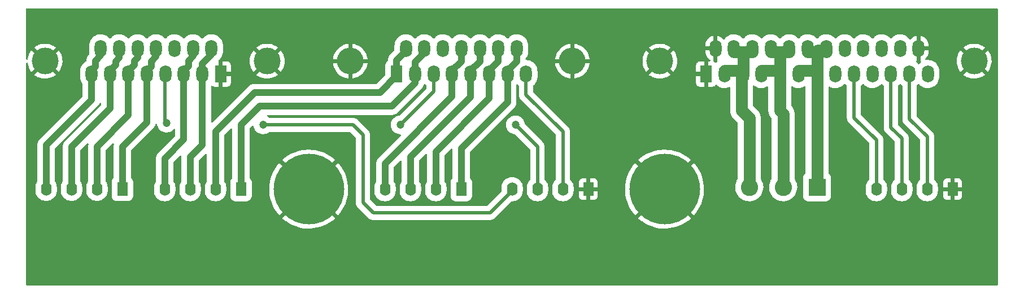
<source format=gbr>
G04 #@! TF.GenerationSoftware,KiCad,Pcbnew,6.0.7-f9a2dced07~116~ubuntu20.04.1*
G04 #@! TF.CreationDate,2022-11-11T16:54:04-05:00*
G04 #@! TF.ProjectId,bunGrbl-Breakout,62756e47-7262-46c2-9d42-7265616b6f75,rev?*
G04 #@! TF.SameCoordinates,PX26c1e00PY6a95280*
G04 #@! TF.FileFunction,Copper,L2,Bot*
G04 #@! TF.FilePolarity,Positive*
%FSLAX46Y46*%
G04 Gerber Fmt 4.6, Leading zero omitted, Abs format (unit mm)*
G04 Created by KiCad (PCBNEW 6.0.7-f9a2dced07~116~ubuntu20.04.1) date 2022-11-11 16:54:04*
%MOMM*%
%LPD*%
G01*
G04 APERTURE LIST*
G04 #@! TA.AperFunction,ComponentPad*
%ADD10R,1.600000X2.000000*%
G04 #@! TD*
G04 #@! TA.AperFunction,ComponentPad*
%ADD11O,1.600000X2.000000*%
G04 #@! TD*
G04 #@! TA.AperFunction,ComponentPad*
%ADD12O,4.000000X4.000000*%
G04 #@! TD*
G04 #@! TA.AperFunction,ComponentPad*
%ADD13R,1.800000X2.600000*%
G04 #@! TD*
G04 #@! TA.AperFunction,ComponentPad*
%ADD14O,1.800000X2.600000*%
G04 #@! TD*
G04 #@! TA.AperFunction,ComponentPad*
%ADD15C,4.000000*%
G04 #@! TD*
G04 #@! TA.AperFunction,ComponentPad*
%ADD16C,10.600000*%
G04 #@! TD*
G04 #@! TA.AperFunction,ComponentPad*
%ADD17R,2.600000X2.600000*%
G04 #@! TD*
G04 #@! TA.AperFunction,ComponentPad*
%ADD18C,2.600000*%
G04 #@! TD*
G04 #@! TA.AperFunction,ViaPad*
%ADD19C,1.200000*%
G04 #@! TD*
G04 #@! TA.AperFunction,Conductor*
%ADD20C,1.000000*%
G04 #@! TD*
G04 #@! TA.AperFunction,Conductor*
%ADD21C,0.500000*%
G04 #@! TD*
G04 #@! TA.AperFunction,Conductor*
%ADD22C,1.800000*%
G04 #@! TD*
G04 APERTURE END LIST*
D10*
G04 #@! TO.P,J8,1,Pin_1*
G04 #@! TO.N,GND*
X139700000Y15240000D03*
D11*
G04 #@! TO.P,J8,2,Pin_2*
G04 #@! TO.N,/24V*
X135890000Y15240000D03*
G04 #@! TO.P,J8,3,Pin_3*
G04 #@! TO.N,/CHUCK*
X132080000Y15240000D03*
G04 #@! TO.P,J8,4,Pin_4*
G04 #@! TO.N,/PROBE*
X128270000Y15240000D03*
G04 #@! TD*
D10*
G04 #@! TO.P,J4,1,Pin_1*
G04 #@! TO.N,GND*
X85090000Y15240000D03*
D11*
G04 #@! TO.P,J4,2,Pin_2*
G04 #@! TO.N,/Z_LIMIT*
X81280000Y15240000D03*
G04 #@! TO.P,J4,3,Pin_3*
G04 #@! TO.N,/Y_LIMIT*
X77470000Y15240000D03*
G04 #@! TO.P,J4,4,Pin_4*
G04 #@! TO.N,/X_LIMIT*
X73660000Y15240000D03*
G04 #@! TD*
D12*
G04 #@! TO.P,J6,0,PAD*
G04 #@! TO.N,GND*
X49410000Y34440000D03*
X82710000Y34440000D03*
D13*
G04 #@! TO.P,J6,1,1*
G04 #@! TO.N,/Y_B*
X56365000Y32520000D03*
D14*
G04 #@! TO.P,J6,2,2*
G04 #@! TO.N,/Y_A*
X59135000Y32520000D03*
G04 #@! TO.P,J6,3,3*
G04 #@! TO.N,/Y_LIMIT*
X61905000Y32520000D03*
G04 #@! TO.P,J6,4,4*
G04 #@! TO.N,/Z_D*
X64675000Y32520000D03*
G04 #@! TO.P,J6,5,5*
G04 #@! TO.N,/Z_C*
X67445000Y32520000D03*
G04 #@! TO.P,J6,6,6*
G04 #@! TO.N,/Z_B*
X70215000Y32520000D03*
G04 #@! TO.P,J6,7,7*
G04 #@! TO.N,/Z_A*
X72985000Y32520000D03*
G04 #@! TO.P,J6,8,8*
G04 #@! TO.N,/Z_LIMIT*
X75755000Y32520000D03*
G04 #@! TO.P,J6,9,P9*
G04 #@! TO.N,/Y_B*
X57750000Y36360000D03*
G04 #@! TO.P,J6,10,P10*
G04 #@! TO.N,/Y_A*
X60520000Y36360000D03*
G04 #@! TO.P,J6,11,P111*
G04 #@! TO.N,unconnected-(J6-Pad11)*
X63290000Y36360000D03*
G04 #@! TO.P,J6,12,P12*
G04 #@! TO.N,/Z_D*
X66060000Y36360000D03*
G04 #@! TO.P,J6,13,P13*
G04 #@! TO.N,/Z_C*
X68830000Y36360000D03*
G04 #@! TO.P,J6,14,P14*
G04 #@! TO.N,/Z_B*
X71600000Y36360000D03*
G04 #@! TO.P,J6,15,P15*
G04 #@! TO.N,/Z_A*
X74370000Y36360000D03*
G04 #@! TD*
D15*
G04 #@! TO.P,J5,0,PAD*
G04 #@! TO.N,GND*
X36950000Y34440000D03*
X3650000Y34440000D03*
D13*
G04 #@! TO.P,J5,1,1*
X29995000Y32520000D03*
D14*
G04 #@! TO.P,J5,2,2*
G04 #@! TO.N,/Y_C*
X27225000Y32520000D03*
G04 #@! TO.P,J5,3,3*
G04 #@! TO.N,/Y_D*
X24455000Y32520000D03*
G04 #@! TO.P,J5,4,4*
G04 #@! TO.N,/X_LIMIT*
X21685000Y32520000D03*
G04 #@! TO.P,J5,5,5*
G04 #@! TO.N,/X_A*
X18915000Y32520000D03*
G04 #@! TO.P,J5,6,6*
G04 #@! TO.N,/X_B*
X16145000Y32520000D03*
G04 #@! TO.P,J5,7,7*
G04 #@! TO.N,/X_C*
X13375000Y32520000D03*
G04 #@! TO.P,J5,8,8*
G04 #@! TO.N,/X_D*
X10605000Y32520000D03*
G04 #@! TO.P,J5,9,P9*
G04 #@! TO.N,/Y_C*
X28610000Y36360000D03*
G04 #@! TO.P,J5,10,P10*
G04 #@! TO.N,/Y_D*
X25840000Y36360000D03*
G04 #@! TO.P,J5,11,P111*
G04 #@! TO.N,unconnected-(J5-Pad11)*
X23070000Y36360000D03*
G04 #@! TO.P,J5,12,P12*
G04 #@! TO.N,/X_A*
X20300000Y36360000D03*
G04 #@! TO.P,J5,13,P13*
G04 #@! TO.N,/X_B*
X17530000Y36360000D03*
G04 #@! TO.P,J5,14,P14*
G04 #@! TO.N,/X_C*
X14760000Y36360000D03*
G04 #@! TO.P,J5,15,P15*
G04 #@! TO.N,/X_D*
X11990000Y36360000D03*
G04 #@! TD*
D10*
G04 #@! TO.P,J1,1,Pin_1*
G04 #@! TO.N,/X_A*
X15240000Y15285000D03*
D11*
G04 #@! TO.P,J1,2,Pin_2*
G04 #@! TO.N,/X_B*
X11430000Y15285000D03*
G04 #@! TO.P,J1,3,Pin_3*
G04 #@! TO.N,/X_C*
X7620000Y15285000D03*
G04 #@! TO.P,J1,4,Pin_4*
G04 #@! TO.N,/X_D*
X3810000Y15285000D03*
G04 #@! TD*
D10*
G04 #@! TO.P,J3,1,Pin_1*
G04 #@! TO.N,/Z_A*
X66040000Y15240000D03*
D11*
G04 #@! TO.P,J3,2,Pin_2*
G04 #@! TO.N,/Z_B*
X62230000Y15240000D03*
G04 #@! TO.P,J3,3,Pin_3*
G04 #@! TO.N,/Z_C*
X58420000Y15240000D03*
G04 #@! TO.P,J3,4,Pin_4*
G04 #@! TO.N,/Z_D*
X54610000Y15240000D03*
G04 #@! TD*
D16*
G04 #@! TO.P,H2,1,1*
G04 #@! TO.N,GND*
X43180000Y15240000D03*
G04 #@! TD*
D17*
G04 #@! TO.P,J7,1,Pin_1*
G04 #@! TO.N,/SPIN_W*
X119380000Y15540000D03*
D18*
G04 #@! TO.P,J7,2,Pin_2*
G04 #@! TO.N,/SPIN_V*
X114300000Y15540000D03*
G04 #@! TO.P,J7,3,Pin_3*
G04 #@! TO.N,/SPIN_U*
X109220000Y15540000D03*
G04 #@! TD*
D10*
G04 #@! TO.P,J2,1,Pin_1*
G04 #@! TO.N,/Y_A*
X33020000Y15240000D03*
D11*
G04 #@! TO.P,J2,2,Pin_2*
G04 #@! TO.N,/Y_B*
X29210000Y15240000D03*
G04 #@! TO.P,J2,3,Pin_3*
G04 #@! TO.N,/Y_C*
X25400000Y15240000D03*
G04 #@! TO.P,J2,4,Pin_4*
G04 #@! TO.N,/Y_D*
X21590000Y15240000D03*
G04 #@! TD*
D15*
G04 #@! TO.P,J9,0,PAD*
G04 #@! TO.N,GND*
X95825000Y34440000D03*
X142925000Y34440000D03*
D13*
G04 #@! TO.P,J9,1,1*
X102755000Y32520000D03*
D14*
G04 #@! TO.P,J9,2,2*
G04 #@! TO.N,/SPIN_U*
X105525000Y32520000D03*
G04 #@! TO.P,J9,3,3*
X108295000Y32520000D03*
G04 #@! TO.P,J9,4,4*
G04 #@! TO.N,/SPIN_V*
X111065000Y32520000D03*
G04 #@! TO.P,J9,5,5*
X113835000Y32520000D03*
G04 #@! TO.P,J9,6,6*
G04 #@! TO.N,/SPIN_W*
X116605000Y32520000D03*
G04 #@! TO.P,J9,7,7*
X119375000Y32520000D03*
G04 #@! TO.P,J9,8,8*
G04 #@! TO.N,unconnected-(J9-Pad8)*
X122145000Y32520000D03*
G04 #@! TO.P,J9,9,9*
G04 #@! TO.N,/PROBE*
X124915000Y32520000D03*
G04 #@! TO.P,J9,10,10*
G04 #@! TO.N,unconnected-(J9-Pad10)*
X127685000Y32520000D03*
G04 #@! TO.P,J9,11,11*
G04 #@! TO.N,/CHUCK*
X130455000Y32520000D03*
G04 #@! TO.P,J9,12,12*
G04 #@! TO.N,/24V*
X133225000Y32520000D03*
G04 #@! TO.P,J9,13,13*
G04 #@! TO.N,unconnected-(J9-Pad13)*
X135995000Y32520000D03*
G04 #@! TO.P,J9,14,P14*
G04 #@! TO.N,GND*
X104140000Y36360000D03*
G04 #@! TO.P,J9,15,P15*
G04 #@! TO.N,/SPIN_U*
X106910000Y36360000D03*
G04 #@! TO.P,J9,16,P16*
X109680000Y36360000D03*
G04 #@! TO.P,J9,17,P17*
G04 #@! TO.N,/SPIN_V*
X112450000Y36360000D03*
G04 #@! TO.P,J9,18,P18*
X115220000Y36360000D03*
G04 #@! TO.P,J9,19,P19*
G04 #@! TO.N,/SPIN_W*
X117990000Y36360000D03*
G04 #@! TO.P,J9,20,P20*
X120760000Y36360000D03*
G04 #@! TO.P,J9,21,P21*
G04 #@! TO.N,unconnected-(J9-Pad21)*
X123530000Y36360000D03*
G04 #@! TO.P,J9,22,P22*
G04 #@! TO.N,unconnected-(J9-Pad22)*
X126300000Y36360000D03*
G04 #@! TO.P,J9,23,P23*
G04 #@! TO.N,unconnected-(J9-Pad23)*
X129070000Y36360000D03*
G04 #@! TO.P,J9,24,P24*
G04 #@! TO.N,unconnected-(J9-Pad24)*
X131840000Y36360000D03*
G04 #@! TO.P,J9,25,P25*
G04 #@! TO.N,GND*
X134610000Y36360000D03*
G04 #@! TD*
D16*
G04 #@! TO.P,H1,1,1*
G04 #@! TO.N,GND*
X96520000Y15240000D03*
G04 #@! TD*
D19*
G04 #@! TO.N,/Y_LIMIT*
X74168000Y24892000D03*
X56896000Y24892000D03*
G04 #@! TO.N,/X_LIMIT*
X21844000Y25146000D03*
X36322000Y24892000D03*
G04 #@! TD*
D20*
G04 #@! TO.N,/X_A*
X20300000Y35147000D02*
X19558000Y34405000D01*
X19558000Y34405000D02*
X19558000Y33663000D01*
X15240000Y21590000D02*
X15240000Y15285000D01*
X20300000Y35860000D02*
X20300000Y35147000D01*
X19558000Y33663000D02*
X18915000Y33020000D01*
X18915000Y33020000D02*
X18915000Y25265000D01*
X18915000Y25265000D02*
X15240000Y21590000D01*
G04 #@! TO.N,/X_B*
X16145000Y26305000D02*
X11430000Y21590000D01*
X11430000Y21590000D02*
X11430000Y15285000D01*
X17018000Y33893000D02*
X16145000Y33020000D01*
X16145000Y33020000D02*
X16145000Y26305000D01*
X17018000Y34508331D02*
X17018000Y33893000D01*
X17530000Y35860000D02*
X17530000Y35020331D01*
X17530000Y35020331D02*
X17018000Y34508331D01*
G04 #@! TO.N,/X_C*
X14224000Y33869000D02*
X13375000Y33020000D01*
X14224000Y34405000D02*
X14224000Y33869000D01*
X13375000Y33020000D02*
X13375000Y27345000D01*
X7620000Y21590000D02*
X7620000Y15285000D01*
X14760000Y35860000D02*
X14760000Y34941000D01*
X14760000Y34941000D02*
X14224000Y34405000D01*
X13375000Y27345000D02*
X7620000Y21590000D01*
G04 #@! TO.N,/X_D*
X10605000Y33020000D02*
X10605000Y28639000D01*
X11176000Y33591000D02*
X10605000Y33020000D01*
X11990000Y35860000D02*
X11990000Y35322331D01*
X11176000Y34508331D02*
X11176000Y33591000D01*
X3810000Y21844000D02*
X3810000Y15285000D01*
X10605000Y28639000D02*
X3810000Y21844000D01*
X11990000Y35322331D02*
X11176000Y34508331D01*
G04 #@! TO.N,/Y_A*
X59135000Y33020000D02*
X59135000Y31195000D01*
X59135000Y31195000D02*
X55626000Y27686000D01*
X35814000Y27686000D02*
X33020000Y24892000D01*
X55626000Y27686000D02*
X35814000Y27686000D01*
X33020000Y24892000D02*
X33020000Y15240000D01*
X60520000Y35692331D02*
X59135000Y34307331D01*
X60520000Y35860000D02*
X60520000Y35692331D01*
X59135000Y34307331D02*
X59135000Y33020000D01*
G04 #@! TO.N,/Y_B*
X57639669Y35860000D02*
X57750000Y35860000D01*
X29210000Y23876000D02*
X35052000Y29718000D01*
X56365000Y32235000D02*
X56365000Y33020000D01*
X35052000Y29718000D02*
X53848000Y29718000D01*
X29210000Y15240000D02*
X29210000Y23876000D01*
X56365000Y34585331D02*
X57639669Y35860000D01*
X53848000Y29718000D02*
X56365000Y32235000D01*
X56365000Y33020000D02*
X56365000Y34585331D01*
G04 #@! TO.N,/Y_C*
X27225000Y21891000D02*
X25400000Y20066000D01*
X28610000Y35860000D02*
X28610000Y35432331D01*
X28610000Y35432331D02*
X27225000Y34047331D01*
X27225000Y34047331D02*
X27225000Y33020000D01*
X25400000Y20066000D02*
X25400000Y15240000D01*
X27225000Y33020000D02*
X27225000Y21891000D01*
G04 #@! TO.N,/Y_D*
X24455000Y22677000D02*
X21590000Y19812000D01*
X21590000Y19812000D02*
X21590000Y15240000D01*
X25840000Y35202331D02*
X25146000Y34508331D01*
X25146000Y34508331D02*
X25146000Y33711000D01*
X24455000Y33020000D02*
X24455000Y22677000D01*
X25146000Y33711000D02*
X24455000Y33020000D01*
X25840000Y35860000D02*
X25840000Y35202331D01*
G04 #@! TO.N,/Z_A*
X72985000Y33020000D02*
X72985000Y28281000D01*
X72985000Y28281000D02*
X66040000Y21336000D01*
X66040000Y21336000D02*
X66040000Y15240000D01*
X74370000Y34405000D02*
X72985000Y33020000D01*
X74370000Y35860000D02*
X74370000Y34405000D01*
G04 #@! TO.N,/Z_B*
X71600000Y35860000D02*
X71600000Y34405000D01*
X70215000Y33020000D02*
X70215000Y28845000D01*
X70215000Y28845000D02*
X62230000Y20860000D01*
X62230000Y20860000D02*
X62230000Y15240000D01*
X71600000Y34405000D02*
X70215000Y33020000D01*
G04 #@! TO.N,/Z_C*
X68830000Y35860000D02*
X68830000Y34405000D01*
X58420000Y20066000D02*
X58420000Y15240000D01*
X67445000Y29091000D02*
X58420000Y20066000D01*
X68830000Y34405000D02*
X67445000Y33020000D01*
X67445000Y33020000D02*
X67445000Y29091000D01*
G04 #@! TO.N,/Z_D*
X66060000Y35860000D02*
X66060000Y34405000D01*
X66060000Y34405000D02*
X64675000Y33020000D01*
X64675000Y29115000D02*
X54610000Y19050000D01*
X64675000Y33020000D02*
X64675000Y29115000D01*
X54610000Y19050000D02*
X54610000Y15240000D01*
D21*
G04 #@! TO.N,/Z_LIMIT*
X75755000Y29401000D02*
X75755000Y33020000D01*
X81280000Y15240000D02*
X81280000Y23876000D01*
X81280000Y23876000D02*
X75755000Y29401000D01*
G04 #@! TO.N,/Y_LIMIT*
X61905000Y29901000D02*
X61905000Y33020000D01*
X56896000Y24892000D02*
X61905000Y29901000D01*
X77470000Y15240000D02*
X77470000Y21590000D01*
X77470000Y21590000D02*
X74168000Y24892000D01*
G04 #@! TO.N,/X_LIMIT*
X73660000Y14986000D02*
X73660000Y15240000D01*
X21844000Y25146000D02*
X21590000Y25400000D01*
X70358000Y11684000D02*
X73660000Y14986000D01*
X52832000Y11684000D02*
X70358000Y11684000D01*
X21590000Y25400000D02*
X21590000Y32925000D01*
X51308000Y23368000D02*
X51308000Y13208000D01*
X21590000Y32925000D02*
X21685000Y33020000D01*
X51308000Y13208000D02*
X52832000Y11684000D01*
X49784000Y24892000D02*
X51308000Y23368000D01*
X36322000Y24892000D02*
X49784000Y24892000D01*
D22*
G04 #@! TO.N,/SPIN_W*
X119375000Y33020000D02*
X119375000Y35936000D01*
X119299000Y35860000D02*
X119375000Y35936000D01*
X120552000Y36068000D02*
X120760000Y35860000D01*
X119380000Y33015000D02*
X119375000Y33020000D01*
X116605000Y33020000D02*
X119375000Y33020000D01*
X117990000Y35860000D02*
X119299000Y35860000D01*
X119375000Y35936000D02*
X119507000Y36068000D01*
X119380000Y15540000D02*
X119380000Y33015000D01*
X119507000Y36068000D02*
X120552000Y36068000D01*
G04 #@! TO.N,/SPIN_V*
X113835000Y35771000D02*
X113746000Y35860000D01*
X111065000Y33020000D02*
X113835000Y33020000D01*
X115220000Y35860000D02*
X113746000Y35860000D01*
X114300000Y26543000D02*
X113792000Y27051000D01*
X113792000Y32977000D02*
X113835000Y33020000D01*
X114300000Y15540000D02*
X114300000Y26543000D01*
X113792000Y27051000D02*
X113792000Y32977000D01*
X113835000Y33020000D02*
X113835000Y35771000D01*
X113746000Y35860000D02*
X112450000Y35860000D01*
G04 #@! TO.N,/SPIN_U*
X109220000Y15540000D02*
X109220000Y25908000D01*
X108077000Y27051000D02*
X108077000Y32802000D01*
X106910000Y35860000D02*
X108213000Y35860000D01*
X108213000Y35860000D02*
X108295000Y35778000D01*
X108295000Y33020000D02*
X105525000Y33020000D01*
X108377000Y35860000D02*
X109680000Y35860000D01*
X108077000Y32802000D02*
X108295000Y33020000D01*
X109220000Y25908000D02*
X108077000Y27051000D01*
X108295000Y33020000D02*
X108295000Y35778000D01*
X108295000Y35778000D02*
X108377000Y35860000D01*
D21*
G04 #@! TO.N,/24V*
X133225000Y33020000D02*
X133225000Y25779000D01*
X133225000Y25779000D02*
X135890000Y23114000D01*
X135890000Y23114000D02*
X135890000Y15240000D01*
G04 #@! TO.N,/CHUCK*
X130455000Y24485000D02*
X132080000Y22860000D01*
X130455000Y33020000D02*
X130455000Y24485000D01*
X132080000Y22860000D02*
X132080000Y15240000D01*
G04 #@! TO.N,/PROBE*
X128270000Y22606000D02*
X128270000Y15240000D01*
X124915000Y33020000D02*
X124915000Y25961000D01*
X124915000Y25961000D02*
X128270000Y22606000D01*
G04 #@! TD*
G04 #@! TA.AperFunction,Conductor*
G04 #@! TO.N,GND*
G36*
X146453621Y42351498D02*
G01*
X146500114Y42297842D01*
X146511500Y42245500D01*
X146511500Y934500D01*
X146491498Y866379D01*
X146437842Y819886D01*
X146385500Y808500D01*
X934500Y808500D01*
X866379Y828502D01*
X819886Y882158D01*
X808500Y934500D01*
X808500Y10851799D01*
X39228050Y10851799D01*
X39228057Y10851693D01*
X39234129Y10842760D01*
X39401014Y10692232D01*
X39404989Y10688932D01*
X39786358Y10397881D01*
X39790586Y10394919D01*
X40194532Y10136088D01*
X40198984Y10133487D01*
X40622780Y9908625D01*
X40627415Y9906404D01*
X41068226Y9717016D01*
X41073030Y9715182D01*
X41527860Y9562556D01*
X41532820Y9561115D01*
X41998620Y9446273D01*
X42003678Y9445244D01*
X42477328Y9368954D01*
X42482444Y9368344D01*
X42960750Y9331120D01*
X42965901Y9330931D01*
X43445657Y9333025D01*
X43450805Y9333259D01*
X43928753Y9374654D01*
X43933901Y9375313D01*
X44406840Y9455729D01*
X44411894Y9456803D01*
X44876692Y9575711D01*
X44881602Y9577184D01*
X45335084Y9733773D01*
X45339914Y9735666D01*
X45779014Y9928875D01*
X45783661Y9931151D01*
X46205450Y10159687D01*
X46209912Y10162347D01*
X46611551Y10424672D01*
X46615776Y10427686D01*
X46994577Y10722044D01*
X46998532Y10725387D01*
X47123961Y10840521D01*
X47132163Y10854125D01*
X47132151Y10854523D01*
X47126761Y10863318D01*
X43192812Y14797267D01*
X43178868Y14804881D01*
X43177035Y14804750D01*
X43170420Y14800499D01*
X39235664Y10865743D01*
X39228050Y10851799D01*
X808500Y10851799D01*
X808500Y15021801D01*
X2201500Y15021801D01*
X2201693Y15019352D01*
X2201693Y15019345D01*
X2206898Y14953214D01*
X2216391Y14832597D01*
X2275495Y14586409D01*
X2277388Y14581838D01*
X2277389Y14581836D01*
X2344575Y14419636D01*
X2372384Y14352498D01*
X2504672Y14136624D01*
X2669102Y13944102D01*
X2861624Y13779672D01*
X3077498Y13647384D01*
X3082068Y13645491D01*
X3082072Y13645489D01*
X3207689Y13593457D01*
X3311409Y13550495D01*
X3396032Y13530179D01*
X3552784Y13492546D01*
X3552790Y13492545D01*
X3557597Y13491391D01*
X3810000Y13471526D01*
X4062403Y13491391D01*
X4067210Y13492545D01*
X4067216Y13492546D01*
X4223968Y13530179D01*
X4308591Y13550495D01*
X4412311Y13593457D01*
X4537928Y13645489D01*
X4537932Y13645491D01*
X4542502Y13647384D01*
X4758376Y13779672D01*
X4950898Y13944102D01*
X5115328Y14136624D01*
X5247616Y14352498D01*
X5275426Y14419636D01*
X5342611Y14581836D01*
X5342612Y14581838D01*
X5344505Y14586409D01*
X5403609Y14832597D01*
X5413102Y14953214D01*
X5418307Y15019345D01*
X5418307Y15019352D01*
X5418500Y15021801D01*
X5418500Y15548199D01*
X5417741Y15557851D01*
X5407539Y15687469D01*
X5403609Y15737403D01*
X5344505Y15983591D01*
X5291159Y16112380D01*
X5249511Y16212928D01*
X5249509Y16212932D01*
X5247616Y16217502D01*
X5137067Y16397902D01*
X5118500Y16463736D01*
X5118500Y21249812D01*
X5138502Y21317933D01*
X5155405Y21338907D01*
X11611198Y27794700D01*
X11640938Y27837173D01*
X11647630Y27845893D01*
X11677414Y27881388D01*
X11677418Y27881394D01*
X11680955Y27885609D01*
X11683705Y27890373D01*
X11683709Y27890378D01*
X11706876Y27930506D01*
X11712784Y27939780D01*
X11739365Y27977741D01*
X11742523Y27982251D01*
X11744848Y27987236D01*
X11744851Y27987242D01*
X11764439Y28029250D01*
X11769515Y28039001D01*
X11774482Y28047603D01*
X11795433Y28083892D01*
X11813166Y28132612D01*
X11817372Y28142767D01*
X11825458Y28160106D01*
X11826306Y28161925D01*
X11873222Y28215209D01*
X11941499Y28234670D01*
X12009459Y28214128D01*
X12055525Y28160106D01*
X12066500Y28108674D01*
X12066500Y27939188D01*
X12046498Y27871067D01*
X12029595Y27850093D01*
X6613802Y22434300D01*
X6610645Y22429792D01*
X6610643Y22429789D01*
X6584062Y22391827D01*
X6577370Y22383107D01*
X6547586Y22347612D01*
X6547582Y22347606D01*
X6544045Y22343391D01*
X6541295Y22338627D01*
X6541291Y22338622D01*
X6518124Y22298494D01*
X6512219Y22289224D01*
X6482477Y22246749D01*
X6480152Y22241764D01*
X6480149Y22241758D01*
X6460561Y22199750D01*
X6455488Y22190005D01*
X6429567Y22145108D01*
X6427686Y22139940D01*
X6411834Y22096388D01*
X6407628Y22086234D01*
X6385716Y22039243D01*
X6372290Y21989139D01*
X6368998Y21978699D01*
X6351258Y21929959D01*
X6350303Y21924541D01*
X6342253Y21878888D01*
X6339875Y21868163D01*
X6326457Y21818087D01*
X6324031Y21790356D01*
X6321938Y21766435D01*
X6320503Y21755539D01*
X6311500Y21704479D01*
X6311500Y16463736D01*
X6292933Y16397902D01*
X6182384Y16217502D01*
X6180491Y16212932D01*
X6180489Y16212928D01*
X6138841Y16112380D01*
X6085495Y15983591D01*
X6026391Y15737403D01*
X6022461Y15687469D01*
X6012260Y15557851D01*
X6011500Y15548199D01*
X6011500Y15021801D01*
X6011693Y15019352D01*
X6011693Y15019345D01*
X6016898Y14953214D01*
X6026391Y14832597D01*
X6085495Y14586409D01*
X6087388Y14581838D01*
X6087389Y14581836D01*
X6154575Y14419636D01*
X6182384Y14352498D01*
X6314672Y14136624D01*
X6479102Y13944102D01*
X6671624Y13779672D01*
X6887498Y13647384D01*
X6892068Y13645491D01*
X6892072Y13645489D01*
X7017689Y13593457D01*
X7121409Y13550495D01*
X7206032Y13530179D01*
X7362784Y13492546D01*
X7362790Y13492545D01*
X7367597Y13491391D01*
X7620000Y13471526D01*
X7872403Y13491391D01*
X7877210Y13492545D01*
X7877216Y13492546D01*
X8033968Y13530179D01*
X8118591Y13550495D01*
X8222311Y13593457D01*
X8347928Y13645489D01*
X8347932Y13645491D01*
X8352502Y13647384D01*
X8568376Y13779672D01*
X8760898Y13944102D01*
X8925328Y14136624D01*
X9057616Y14352498D01*
X9085426Y14419636D01*
X9152611Y14581836D01*
X9152612Y14581838D01*
X9154505Y14586409D01*
X9213609Y14832597D01*
X9223102Y14953214D01*
X9228307Y15019345D01*
X9228307Y15019352D01*
X9228500Y15021801D01*
X9228500Y15548199D01*
X9227741Y15557851D01*
X9217539Y15687469D01*
X9213609Y15737403D01*
X9154505Y15983591D01*
X9101159Y16112380D01*
X9059511Y16212928D01*
X9059509Y16212932D01*
X9057616Y16217502D01*
X8947067Y16397902D01*
X8928500Y16463736D01*
X8928500Y20995812D01*
X8948502Y21063933D01*
X8965405Y21084907D01*
X9960123Y22079625D01*
X10022435Y22113651D01*
X10093250Y22108586D01*
X10150086Y22066039D01*
X10174897Y21999519D01*
X10167621Y21947440D01*
X10161258Y21929959D01*
X10160303Y21924541D01*
X10152253Y21878888D01*
X10149875Y21868163D01*
X10136457Y21818087D01*
X10134031Y21790356D01*
X10131938Y21766435D01*
X10130503Y21755539D01*
X10121500Y21704479D01*
X10121500Y16463736D01*
X10102933Y16397902D01*
X9992384Y16217502D01*
X9990491Y16212932D01*
X9990489Y16212928D01*
X9948841Y16112380D01*
X9895495Y15983591D01*
X9836391Y15737403D01*
X9832461Y15687469D01*
X9822260Y15557851D01*
X9821500Y15548199D01*
X9821500Y15021801D01*
X9821693Y15019352D01*
X9821693Y15019345D01*
X9826898Y14953214D01*
X9836391Y14832597D01*
X9895495Y14586409D01*
X9897388Y14581838D01*
X9897389Y14581836D01*
X9964575Y14419636D01*
X9992384Y14352498D01*
X10124672Y14136624D01*
X10289102Y13944102D01*
X10481624Y13779672D01*
X10697498Y13647384D01*
X10702068Y13645491D01*
X10702072Y13645489D01*
X10827689Y13593457D01*
X10931409Y13550495D01*
X11016032Y13530179D01*
X11172784Y13492546D01*
X11172790Y13492545D01*
X11177597Y13491391D01*
X11430000Y13471526D01*
X11682403Y13491391D01*
X11687210Y13492545D01*
X11687216Y13492546D01*
X11843968Y13530179D01*
X11928591Y13550495D01*
X12032311Y13593457D01*
X12157928Y13645489D01*
X12157932Y13645491D01*
X12162502Y13647384D01*
X12378376Y13779672D01*
X12570898Y13944102D01*
X12735328Y14136624D01*
X12867616Y14352498D01*
X12895426Y14419636D01*
X12962611Y14581836D01*
X12962612Y14581838D01*
X12964505Y14586409D01*
X13023609Y14832597D01*
X13033102Y14953214D01*
X13038307Y15019345D01*
X13038307Y15019352D01*
X13038500Y15021801D01*
X13038500Y15548199D01*
X13037741Y15557851D01*
X13027539Y15687469D01*
X13023609Y15737403D01*
X12964505Y15983591D01*
X12911159Y16112380D01*
X12869511Y16212928D01*
X12869509Y16212932D01*
X12867616Y16217502D01*
X12757067Y16397902D01*
X12738500Y16463736D01*
X12738500Y20995812D01*
X12758502Y21063933D01*
X12775405Y21084907D01*
X13770123Y22079625D01*
X13832435Y22113651D01*
X13903250Y22108586D01*
X13960086Y22066039D01*
X13984897Y21999519D01*
X13977621Y21947440D01*
X13971258Y21929959D01*
X13970303Y21924541D01*
X13962253Y21878888D01*
X13959875Y21868163D01*
X13946457Y21818087D01*
X13944031Y21790356D01*
X13941938Y21766435D01*
X13940503Y21755539D01*
X13931500Y21704479D01*
X13931500Y16974289D01*
X13911498Y16906168D01*
X13884110Y16875818D01*
X13864687Y16860313D01*
X13751524Y16718557D01*
X13672579Y16555252D01*
X13670995Y16548391D01*
X13633080Y16384162D01*
X13631776Y16378515D01*
X13631500Y16373728D01*
X13631500Y14196272D01*
X13631776Y14191485D01*
X13632976Y14186289D01*
X13632976Y14186286D01*
X13658980Y14073652D01*
X13672579Y14014748D01*
X13751524Y13851443D01*
X13864687Y13709687D01*
X14006443Y13596524D01*
X14169748Y13517579D01*
X14176609Y13515995D01*
X14341286Y13477976D01*
X14341289Y13477976D01*
X14346485Y13476776D01*
X14351272Y13476500D01*
X16128728Y13476500D01*
X16133515Y13476776D01*
X16138711Y13477976D01*
X16138714Y13477976D01*
X16303391Y13515995D01*
X16310252Y13517579D01*
X16473557Y13596524D01*
X16615313Y13709687D01*
X16728476Y13851443D01*
X16807421Y14014748D01*
X16821020Y14073652D01*
X16847024Y14186286D01*
X16847024Y14186289D01*
X16848224Y14191485D01*
X16848500Y14196272D01*
X16848500Y16373728D01*
X16848224Y16378515D01*
X16846921Y16384162D01*
X16809005Y16548391D01*
X16807421Y16555252D01*
X16728476Y16718557D01*
X16615313Y16860313D01*
X16595891Y16875817D01*
X16555133Y16933947D01*
X16548500Y16974289D01*
X16548500Y20995812D01*
X16568502Y21063933D01*
X16585405Y21084907D01*
X19921198Y24420700D01*
X19927499Y24429698D01*
X19950938Y24463173D01*
X19957630Y24471893D01*
X19987414Y24507388D01*
X19987418Y24507394D01*
X19990955Y24511609D01*
X19993705Y24516373D01*
X19993709Y24516378D01*
X20016876Y24556506D01*
X20022784Y24565780D01*
X20049365Y24603741D01*
X20052523Y24608251D01*
X20054848Y24613236D01*
X20054851Y24613242D01*
X20074439Y24655250D01*
X20079515Y24665001D01*
X20102684Y24705131D01*
X20105433Y24709892D01*
X20107312Y24715055D01*
X20107316Y24715063D01*
X20123169Y24758616D01*
X20127373Y24768766D01*
X20146958Y24810768D01*
X20146959Y24810771D01*
X20149284Y24815757D01*
X20162702Y24865834D01*
X20166008Y24876320D01*
X20181863Y24919880D01*
X20183742Y24925042D01*
X20184808Y24931084D01*
X20192746Y24976105D01*
X20195123Y24986826D01*
X20196030Y24990212D01*
X20232977Y25050837D01*
X20296835Y25081864D01*
X20367330Y25073441D01*
X20422080Y25028242D01*
X20443530Y24964862D01*
X20444427Y24949303D01*
X20445564Y24944257D01*
X20445565Y24944251D01*
X20473325Y24821074D01*
X20495346Y24723358D01*
X20497288Y24718576D01*
X20497289Y24718572D01*
X20569700Y24540246D01*
X20582484Y24508763D01*
X20703501Y24311281D01*
X20855147Y24136216D01*
X21033349Y23988270D01*
X21233322Y23871416D01*
X21238147Y23869574D01*
X21238148Y23869573D01*
X21263047Y23860065D01*
X21449694Y23788791D01*
X21454760Y23787760D01*
X21454761Y23787760D01*
X21501524Y23778246D01*
X21676656Y23742615D01*
X21807324Y23737824D01*
X21902949Y23734317D01*
X21902953Y23734317D01*
X21908113Y23734128D01*
X21913233Y23734784D01*
X21913235Y23734784D01*
X21986270Y23744140D01*
X22137847Y23763558D01*
X22142795Y23765043D01*
X22142802Y23765044D01*
X22354747Y23828631D01*
X22359690Y23830114D01*
X22366602Y23833500D01*
X22563049Y23929738D01*
X22563052Y23929740D01*
X22567684Y23932009D01*
X22756243Y24066506D01*
X22920303Y24229995D01*
X22923319Y24234193D01*
X22924546Y24235634D01*
X22983929Y24274547D01*
X23054922Y24275178D01*
X23114987Y24237327D01*
X23145053Y24173010D01*
X23146500Y24153971D01*
X23146500Y23271188D01*
X23126498Y23203067D01*
X23109595Y23182093D01*
X20583802Y20656300D01*
X20580645Y20651792D01*
X20580643Y20651789D01*
X20554062Y20613827D01*
X20547370Y20605107D01*
X20517586Y20569612D01*
X20517582Y20569606D01*
X20514045Y20565391D01*
X20511295Y20560627D01*
X20511291Y20560622D01*
X20488124Y20520494D01*
X20482219Y20511224D01*
X20452477Y20468749D01*
X20450152Y20463764D01*
X20450149Y20463758D01*
X20430561Y20421750D01*
X20425488Y20412005D01*
X20399567Y20367108D01*
X20397686Y20361940D01*
X20381834Y20318388D01*
X20377628Y20308234D01*
X20355716Y20261243D01*
X20342290Y20211139D01*
X20338998Y20200699D01*
X20321258Y20151959D01*
X20320303Y20146541D01*
X20312253Y20100888D01*
X20309875Y20090163D01*
X20296457Y20040087D01*
X20295978Y20034608D01*
X20291938Y19988435D01*
X20290503Y19977539D01*
X20281500Y19926479D01*
X20281500Y16418736D01*
X20262933Y16352902D01*
X20152384Y16172502D01*
X20150491Y16167932D01*
X20150489Y16167928D01*
X20072141Y15978779D01*
X20055495Y15938591D01*
X19996391Y15692403D01*
X19996003Y15687469D01*
X19984592Y15542480D01*
X19981500Y15503199D01*
X19981500Y14976801D01*
X19981693Y14974352D01*
X19981693Y14974345D01*
X19988535Y14887416D01*
X19996391Y14787597D01*
X19997545Y14782790D01*
X19997546Y14782784D01*
X20035179Y14626032D01*
X20055495Y14541409D01*
X20057388Y14536838D01*
X20057389Y14536836D01*
X20131850Y14357072D01*
X20152384Y14307498D01*
X20284672Y14091624D01*
X20449102Y13899102D01*
X20641624Y13734672D01*
X20857498Y13602384D01*
X20862068Y13600491D01*
X20862072Y13600489D01*
X21086836Y13507389D01*
X21091409Y13505495D01*
X21145346Y13492546D01*
X21332784Y13447546D01*
X21332790Y13447545D01*
X21337597Y13446391D01*
X21590000Y13426526D01*
X21842403Y13446391D01*
X21847210Y13447545D01*
X21847216Y13447546D01*
X22034654Y13492546D01*
X22088591Y13505495D01*
X22093164Y13507389D01*
X22317928Y13600489D01*
X22317932Y13600491D01*
X22322502Y13602384D01*
X22538376Y13734672D01*
X22730898Y13899102D01*
X22895328Y14091624D01*
X23027616Y14307498D01*
X23048151Y14357072D01*
X23122611Y14536836D01*
X23122612Y14536838D01*
X23124505Y14541409D01*
X23144821Y14626032D01*
X23182454Y14782784D01*
X23182455Y14782790D01*
X23183609Y14787597D01*
X23191465Y14887416D01*
X23198307Y14974345D01*
X23198307Y14974352D01*
X23198500Y14976801D01*
X23198500Y15503199D01*
X23195409Y15542480D01*
X23183997Y15687469D01*
X23183609Y15692403D01*
X23124505Y15938591D01*
X23107859Y15978779D01*
X23029511Y16167928D01*
X23029509Y16167932D01*
X23027616Y16172502D01*
X22917067Y16352902D01*
X22898500Y16418736D01*
X22898500Y19217812D01*
X22918502Y19285933D01*
X22935405Y19306907D01*
X23876405Y20247907D01*
X23938717Y20281933D01*
X24009532Y20276868D01*
X24066368Y20234321D01*
X24091179Y20167801D01*
X24091500Y20158812D01*
X24091500Y16418736D01*
X24072933Y16352902D01*
X23962384Y16172502D01*
X23960491Y16167932D01*
X23960489Y16167928D01*
X23882141Y15978779D01*
X23865495Y15938591D01*
X23806391Y15692403D01*
X23806003Y15687469D01*
X23794592Y15542480D01*
X23791500Y15503199D01*
X23791500Y14976801D01*
X23791693Y14974352D01*
X23791693Y14974345D01*
X23798535Y14887416D01*
X23806391Y14787597D01*
X23807545Y14782790D01*
X23807546Y14782784D01*
X23845179Y14626032D01*
X23865495Y14541409D01*
X23867388Y14536838D01*
X23867389Y14536836D01*
X23941850Y14357072D01*
X23962384Y14307498D01*
X24094672Y14091624D01*
X24259102Y13899102D01*
X24451624Y13734672D01*
X24667498Y13602384D01*
X24672068Y13600491D01*
X24672072Y13600489D01*
X24896836Y13507389D01*
X24901409Y13505495D01*
X24955346Y13492546D01*
X25142784Y13447546D01*
X25142790Y13447545D01*
X25147597Y13446391D01*
X25400000Y13426526D01*
X25652403Y13446391D01*
X25657210Y13447545D01*
X25657216Y13447546D01*
X25844654Y13492546D01*
X25898591Y13505495D01*
X25903164Y13507389D01*
X26127928Y13600489D01*
X26127932Y13600491D01*
X26132502Y13602384D01*
X26348376Y13734672D01*
X26540898Y13899102D01*
X26705328Y14091624D01*
X26837616Y14307498D01*
X26858151Y14357072D01*
X26932611Y14536836D01*
X26932612Y14536838D01*
X26934505Y14541409D01*
X26954821Y14626032D01*
X26992454Y14782784D01*
X26992455Y14782790D01*
X26993609Y14787597D01*
X27001465Y14887416D01*
X27008307Y14974345D01*
X27008307Y14974352D01*
X27008500Y14976801D01*
X27008500Y15503199D01*
X27005409Y15542480D01*
X26993997Y15687469D01*
X26993609Y15692403D01*
X26934505Y15938591D01*
X26917859Y15978779D01*
X26839511Y16167928D01*
X26839509Y16167932D01*
X26837616Y16172502D01*
X26727067Y16352902D01*
X26708500Y16418736D01*
X26708500Y19471812D01*
X26728502Y19539933D01*
X26745405Y19560907D01*
X27686405Y20501907D01*
X27748717Y20535933D01*
X27819532Y20530868D01*
X27876368Y20488321D01*
X27901179Y20421801D01*
X27901500Y20412812D01*
X27901500Y16418736D01*
X27882933Y16352902D01*
X27772384Y16172502D01*
X27770491Y16167932D01*
X27770489Y16167928D01*
X27692141Y15978779D01*
X27675495Y15938591D01*
X27616391Y15692403D01*
X27616003Y15687469D01*
X27604592Y15542480D01*
X27601500Y15503199D01*
X27601500Y14976801D01*
X27601693Y14974352D01*
X27601693Y14974345D01*
X27608535Y14887416D01*
X27616391Y14787597D01*
X27617545Y14782790D01*
X27617546Y14782784D01*
X27655179Y14626032D01*
X27675495Y14541409D01*
X27677388Y14536838D01*
X27677389Y14536836D01*
X27751850Y14357072D01*
X27772384Y14307498D01*
X27904672Y14091624D01*
X28069102Y13899102D01*
X28261624Y13734672D01*
X28477498Y13602384D01*
X28482068Y13600491D01*
X28482072Y13600489D01*
X28706836Y13507389D01*
X28711409Y13505495D01*
X28765346Y13492546D01*
X28952784Y13447546D01*
X28952790Y13447545D01*
X28957597Y13446391D01*
X29210000Y13426526D01*
X29462403Y13446391D01*
X29467210Y13447545D01*
X29467216Y13447546D01*
X29654654Y13492546D01*
X29708591Y13505495D01*
X29713164Y13507389D01*
X29937928Y13600489D01*
X29937932Y13600491D01*
X29942502Y13602384D01*
X30158376Y13734672D01*
X30350898Y13899102D01*
X30515328Y14091624D01*
X30647616Y14307498D01*
X30668151Y14357072D01*
X30742611Y14536836D01*
X30742612Y14536838D01*
X30744505Y14541409D01*
X30764821Y14626032D01*
X30802454Y14782784D01*
X30802455Y14782790D01*
X30803609Y14787597D01*
X30811465Y14887416D01*
X30818307Y14974345D01*
X30818307Y14974352D01*
X30818500Y14976801D01*
X30818500Y15503199D01*
X30815409Y15542480D01*
X30803997Y15687469D01*
X30803609Y15692403D01*
X30744505Y15938591D01*
X30727859Y15978779D01*
X30649511Y16167928D01*
X30649509Y16167932D01*
X30647616Y16172502D01*
X30537067Y16352902D01*
X30518500Y16418736D01*
X30518500Y23281812D01*
X30538502Y23349933D01*
X30555405Y23370907D01*
X31496405Y24311907D01*
X31558717Y24345933D01*
X31629532Y24340868D01*
X31686368Y24298321D01*
X31711179Y24231801D01*
X31711500Y24222812D01*
X31711500Y16929289D01*
X31691498Y16861168D01*
X31664110Y16830818D01*
X31644687Y16815313D01*
X31531524Y16673557D01*
X31452579Y16510252D01*
X31450995Y16503391D01*
X31415703Y16350523D01*
X31411776Y16333515D01*
X31411500Y16328728D01*
X31411500Y14151272D01*
X31411776Y14146485D01*
X31412976Y14141289D01*
X31412976Y14141286D01*
X31428591Y14073652D01*
X31452579Y13969748D01*
X31531524Y13806443D01*
X31644687Y13664687D01*
X31786443Y13551524D01*
X31949748Y13472579D01*
X31956609Y13470995D01*
X32121286Y13432976D01*
X32121289Y13432976D01*
X32126485Y13431776D01*
X32131272Y13431500D01*
X33908728Y13431500D01*
X33913515Y13431776D01*
X33918711Y13432976D01*
X33918714Y13432976D01*
X34083391Y13470995D01*
X34090252Y13472579D01*
X34253557Y13551524D01*
X34395313Y13664687D01*
X34508476Y13806443D01*
X34587421Y13969748D01*
X34611409Y14073652D01*
X34627024Y14141286D01*
X34627024Y14141289D01*
X34628224Y14146485D01*
X34628500Y14151272D01*
X34628500Y15381895D01*
X37268757Y15381895D01*
X37276711Y14902199D01*
X37277008Y14897052D01*
X37324239Y14419636D01*
X37324959Y14414517D01*
X37411151Y13942571D01*
X37412284Y13937547D01*
X37536857Y13474252D01*
X37538400Y13469329D01*
X37700520Y13017787D01*
X37702452Y13013029D01*
X37901028Y12576286D01*
X37903352Y12571684D01*
X38137037Y12152694D01*
X38139731Y12148298D01*
X38406970Y11749855D01*
X38410009Y11745704D01*
X38708983Y11370513D01*
X38712383Y11366589D01*
X38779602Y11295133D01*
X38793305Y11287098D01*
X38794118Y11287131D01*
X38802284Y11292205D01*
X42737267Y15227188D01*
X42743645Y15238868D01*
X43615119Y15238868D01*
X43615250Y15237035D01*
X43619501Y15230420D01*
X47554568Y11295353D01*
X47568512Y11287739D01*
X47569029Y11287776D01*
X47577424Y11293406D01*
X47681265Y11405741D01*
X47684604Y11409664D01*
X47980296Y11787453D01*
X47983317Y11791657D01*
X48247056Y12192399D01*
X48249710Y12196816D01*
X48479727Y12617821D01*
X48482025Y12622473D01*
X48676758Y13060880D01*
X48678674Y13065717D01*
X48836835Y13518620D01*
X48838338Y13523567D01*
X48958861Y13987927D01*
X48959951Y13992963D01*
X49042024Y14465657D01*
X49042696Y14470764D01*
X49085807Y14949093D01*
X49086042Y14953214D01*
X49093000Y15237921D01*
X49092966Y15242073D01*
X49073274Y15721924D01*
X49072850Y15727076D01*
X49013969Y16203193D01*
X49013128Y16208276D01*
X48915429Y16677981D01*
X48914170Y16682991D01*
X48778322Y17143077D01*
X48776649Y17147992D01*
X48603551Y17595424D01*
X48601497Y17600147D01*
X48392322Y18031885D01*
X48389876Y18036447D01*
X48146032Y18449586D01*
X48143220Y18453934D01*
X47866351Y18845694D01*
X47863177Y18849815D01*
X47581520Y19186076D01*
X47568846Y19194524D01*
X47558314Y19188393D01*
X43622733Y15252812D01*
X43615119Y15238868D01*
X42743645Y15238868D01*
X42744881Y15241132D01*
X42744750Y15242965D01*
X42740499Y15249580D01*
X38805430Y19184649D01*
X38791639Y19192180D01*
X38782327Y19185767D01*
X38586407Y18963148D01*
X38583148Y18959124D01*
X38296777Y18574225D01*
X38293875Y18569971D01*
X38039997Y18162892D01*
X38037450Y18158408D01*
X37817780Y17731894D01*
X37815618Y17727236D01*
X37631633Y17284151D01*
X37629851Y17279306D01*
X37482791Y16822637D01*
X37481419Y16817691D01*
X37372276Y16350523D01*
X37371303Y16345424D01*
X37300811Y15870919D01*
X37300259Y15865749D01*
X37268883Y15387044D01*
X37268757Y15381895D01*
X34628500Y15381895D01*
X34628500Y16328728D01*
X34628224Y16333515D01*
X34624298Y16350523D01*
X34589005Y16503391D01*
X34587421Y16510252D01*
X34508476Y16673557D01*
X34395313Y16815313D01*
X34375891Y16830817D01*
X34335133Y16888947D01*
X34328500Y16929289D01*
X34328500Y19628138D01*
X39225734Y19628138D01*
X39225799Y19626915D01*
X39230551Y19619370D01*
X43167188Y15682733D01*
X43181132Y15675119D01*
X43182965Y15675250D01*
X43189580Y15679501D01*
X47125587Y19615508D01*
X47133003Y19629089D01*
X47126281Y19638725D01*
X46846745Y19878740D01*
X46842701Y19881935D01*
X46454322Y20163590D01*
X46450021Y20166448D01*
X46039890Y20415321D01*
X46035357Y20417823D01*
X45606218Y20632253D01*
X45601478Y20634382D01*
X45156210Y20812927D01*
X45151363Y20814644D01*
X44692924Y20956117D01*
X44687944Y20957432D01*
X44219486Y21060858D01*
X44214379Y21061768D01*
X43739024Y21126461D01*
X43733897Y21126946D01*
X43254819Y21152473D01*
X43249655Y21152536D01*
X42770107Y21138721D01*
X42764957Y21138361D01*
X42288149Y21085300D01*
X42283056Y21084521D01*
X41812193Y20992567D01*
X41807176Y20991372D01*
X41345450Y20861152D01*
X41340527Y20859543D01*
X40891016Y20691925D01*
X40886272Y20689930D01*
X40451982Y20486032D01*
X40447429Y20483661D01*
X40031303Y20244862D01*
X40026963Y20242128D01*
X39631800Y19970033D01*
X39627696Y19966951D01*
X39256167Y19663400D01*
X39252309Y19659974D01*
X39233601Y19641939D01*
X39225734Y19628138D01*
X34328500Y19628138D01*
X34328500Y24297812D01*
X34348502Y24365933D01*
X34365405Y24386907D01*
X34714972Y24736474D01*
X34777284Y24770500D01*
X34848099Y24765435D01*
X34904935Y24722888D01*
X34926984Y24675080D01*
X34945408Y24593329D01*
X34973346Y24469358D01*
X34975288Y24464576D01*
X34975289Y24464572D01*
X35056298Y24265072D01*
X35060484Y24254763D01*
X35108365Y24176629D01*
X35165709Y24083052D01*
X35181501Y24057281D01*
X35333147Y23882216D01*
X35511349Y23734270D01*
X35711322Y23617416D01*
X35716147Y23615574D01*
X35716148Y23615573D01*
X35741047Y23606065D01*
X35927694Y23534791D01*
X35932760Y23533760D01*
X35932761Y23533760D01*
X35977145Y23524730D01*
X36154656Y23488615D01*
X36285324Y23483824D01*
X36380949Y23480317D01*
X36380953Y23480317D01*
X36386113Y23480128D01*
X36391233Y23480784D01*
X36391235Y23480784D01*
X36464270Y23490140D01*
X36615847Y23509558D01*
X36620795Y23511043D01*
X36620802Y23511044D01*
X36832747Y23574631D01*
X36837690Y23576114D01*
X36842324Y23578384D01*
X37041049Y23675738D01*
X37041052Y23675740D01*
X37045684Y23678009D01*
X37230841Y23810079D01*
X37304008Y23833500D01*
X49293365Y23833500D01*
X49361486Y23813498D01*
X49382460Y23796595D01*
X50212595Y22966460D01*
X50246621Y22904148D01*
X50249500Y22877365D01*
X50249500Y13272577D01*
X50248763Y13258969D01*
X50244436Y13219138D01*
X50244973Y13212999D01*
X50244973Y13212994D01*
X50249022Y13166714D01*
X50249352Y13161878D01*
X50249500Y13158845D01*
X50249500Y13155763D01*
X50249799Y13152708D01*
X50249800Y13152698D01*
X50253903Y13110853D01*
X50254024Y13109541D01*
X50258282Y13060880D01*
X50262528Y13012345D01*
X50264090Y13006970D01*
X50264635Y13001408D01*
X50266418Y12995504D01*
X50292824Y12908042D01*
X50293199Y12906776D01*
X50318722Y12818922D01*
X50318724Y12818916D01*
X50320442Y12813004D01*
X50323015Y12808039D01*
X50324632Y12802685D01*
X50327525Y12797245D01*
X50327525Y12797244D01*
X50370460Y12716498D01*
X50371074Y12715328D01*
X50413133Y12634186D01*
X50413136Y12634182D01*
X50415972Y12628710D01*
X50419462Y12624339D01*
X50422087Y12619401D01*
X50425983Y12614624D01*
X50425987Y12614618D01*
X50483783Y12543754D01*
X50484533Y12542826D01*
X50517393Y12501662D01*
X50519895Y12499160D01*
X50520935Y12497997D01*
X50524622Y12493681D01*
X50553285Y12458536D01*
X50558027Y12454613D01*
X50558030Y12454610D01*
X50590593Y12427672D01*
X50599372Y12419683D01*
X52037866Y10981189D01*
X52046967Y10971046D01*
X52072071Y10939823D01*
X52110176Y10907849D01*
X52112382Y10905998D01*
X52116036Y10902810D01*
X52118280Y10900775D01*
X52120464Y10898591D01*
X52122843Y10896637D01*
X52155342Y10869942D01*
X52156357Y10869098D01*
X52226359Y10810359D01*
X52226365Y10810355D01*
X52231089Y10806391D01*
X52235992Y10803696D01*
X52240312Y10800147D01*
X52326298Y10754041D01*
X52327456Y10753412D01*
X52338985Y10747074D01*
X52412995Y10706387D01*
X52418324Y10704697D01*
X52423254Y10702053D01*
X52429150Y10700251D01*
X52429151Y10700250D01*
X52516627Y10673507D01*
X52517818Y10673136D01*
X52610861Y10643621D01*
X52616421Y10642997D01*
X52621767Y10641363D01*
X52627892Y10640741D01*
X52627896Y10640740D01*
X52686853Y10634752D01*
X52718844Y10631502D01*
X52720050Y10631374D01*
X52772413Y10625500D01*
X52775918Y10625500D01*
X52777527Y10625410D01*
X52783223Y10624962D01*
X52822158Y10621007D01*
X52822164Y10621007D01*
X52828287Y10620385D01*
X52876487Y10624941D01*
X52888342Y10625500D01*
X70293423Y10625500D01*
X70307031Y10624763D01*
X70340737Y10621101D01*
X70340741Y10621101D01*
X70346862Y10620436D01*
X70353001Y10620973D01*
X70353006Y10620973D01*
X70399286Y10625022D01*
X70404122Y10625352D01*
X70407155Y10625500D01*
X70410237Y10625500D01*
X70413292Y10625799D01*
X70413302Y10625800D01*
X70455147Y10629903D01*
X70456459Y10630024D01*
X70547509Y10637990D01*
X70547512Y10637991D01*
X70553655Y10638528D01*
X70559030Y10640090D01*
X70564592Y10640635D01*
X70658021Y10668843D01*
X70659224Y10669199D01*
X70747078Y10694722D01*
X70747084Y10694724D01*
X70752996Y10696442D01*
X70757961Y10699015D01*
X70763315Y10700632D01*
X70770545Y10704476D01*
X70809871Y10725387D01*
X70849554Y10746487D01*
X70850616Y10747044D01*
X70883968Y10764332D01*
X70931814Y10789133D01*
X70931818Y10789136D01*
X70937290Y10791972D01*
X70941661Y10795462D01*
X70946599Y10798087D01*
X70951376Y10801983D01*
X70951382Y10801987D01*
X71012457Y10851799D01*
X92568050Y10851799D01*
X92568057Y10851693D01*
X92574129Y10842760D01*
X92741014Y10692232D01*
X92744989Y10688932D01*
X93126358Y10397881D01*
X93130586Y10394919D01*
X93534532Y10136088D01*
X93538984Y10133487D01*
X93962780Y9908625D01*
X93967415Y9906404D01*
X94408226Y9717016D01*
X94413030Y9715182D01*
X94867860Y9562556D01*
X94872820Y9561115D01*
X95338620Y9446273D01*
X95343678Y9445244D01*
X95817328Y9368954D01*
X95822444Y9368344D01*
X96300750Y9331120D01*
X96305901Y9330931D01*
X96785657Y9333025D01*
X96790805Y9333259D01*
X97268753Y9374654D01*
X97273901Y9375313D01*
X97746840Y9455729D01*
X97751894Y9456803D01*
X98216692Y9575711D01*
X98221602Y9577184D01*
X98675084Y9733773D01*
X98679914Y9735666D01*
X99119014Y9928875D01*
X99123661Y9931151D01*
X99545450Y10159687D01*
X99549912Y10162347D01*
X99951551Y10424672D01*
X99955776Y10427686D01*
X100334577Y10722044D01*
X100338532Y10725387D01*
X100463961Y10840521D01*
X100472163Y10854125D01*
X100472151Y10854523D01*
X100466761Y10863318D01*
X96532812Y14797267D01*
X96518868Y14804881D01*
X96517035Y14804750D01*
X96510420Y14800499D01*
X92575664Y10865743D01*
X92568050Y10851799D01*
X71012457Y10851799D01*
X71022246Y10859783D01*
X71023174Y10860533D01*
X71064338Y10893393D01*
X71066840Y10895895D01*
X71068003Y10896935D01*
X71072319Y10900622D01*
X71107464Y10929285D01*
X71111387Y10934027D01*
X71111390Y10934030D01*
X71138328Y10966593D01*
X71146317Y10975372D01*
X73560960Y13390014D01*
X73623272Y13424040D01*
X73650114Y13425782D01*
X73650114Y13426914D01*
X73655070Y13426914D01*
X73660000Y13426526D01*
X73912403Y13446391D01*
X73917210Y13447545D01*
X73917216Y13447546D01*
X74104654Y13492546D01*
X74158591Y13505495D01*
X74163164Y13507389D01*
X74387928Y13600489D01*
X74387932Y13600491D01*
X74392502Y13602384D01*
X74608376Y13734672D01*
X74800898Y13899102D01*
X74965328Y14091624D01*
X75097616Y14307498D01*
X75118151Y14357072D01*
X75192611Y14536836D01*
X75192612Y14536838D01*
X75194505Y14541409D01*
X75214821Y14626032D01*
X75252454Y14782784D01*
X75252455Y14782790D01*
X75253609Y14787597D01*
X75261465Y14887416D01*
X75268307Y14974345D01*
X75268307Y14974352D01*
X75268500Y14976801D01*
X75268500Y15503199D01*
X75265409Y15542480D01*
X75253997Y15687469D01*
X75253609Y15692403D01*
X75194505Y15938591D01*
X75177859Y15978779D01*
X75099511Y16167928D01*
X75099509Y16167932D01*
X75097616Y16172502D01*
X74965328Y16388376D01*
X74800898Y16580898D01*
X74608376Y16745328D01*
X74392502Y16877616D01*
X74387932Y16879509D01*
X74387928Y16879511D01*
X74163164Y16972611D01*
X74163162Y16972612D01*
X74158591Y16974505D01*
X74073968Y16994821D01*
X73917216Y17032454D01*
X73917210Y17032455D01*
X73912403Y17033609D01*
X73660000Y17053474D01*
X73407597Y17033609D01*
X73402790Y17032455D01*
X73402784Y17032454D01*
X73246032Y16994821D01*
X73161409Y16974505D01*
X73156838Y16972612D01*
X73156836Y16972611D01*
X72932072Y16879511D01*
X72932068Y16879509D01*
X72927498Y16877616D01*
X72711624Y16745328D01*
X72519102Y16580898D01*
X72354672Y16388376D01*
X72222384Y16172502D01*
X72220491Y16167932D01*
X72220489Y16167928D01*
X72142141Y15978779D01*
X72125495Y15938591D01*
X72066391Y15692403D01*
X72066003Y15687469D01*
X72054592Y15542480D01*
X72051500Y15503199D01*
X72051500Y14976801D01*
X72051693Y14974348D01*
X72051694Y14974324D01*
X72054410Y14939822D01*
X72039816Y14870341D01*
X72017894Y14840839D01*
X69956460Y12779405D01*
X69894148Y12745379D01*
X69867365Y12742500D01*
X53322635Y12742500D01*
X53254514Y12762502D01*
X53233540Y12779405D01*
X52403405Y13609540D01*
X52369379Y13671852D01*
X52366500Y13698635D01*
X52366500Y23303433D01*
X52367237Y23317041D01*
X52370898Y23350737D01*
X52370898Y23350741D01*
X52371563Y23356862D01*
X52368286Y23394317D01*
X52366979Y23409261D01*
X52366650Y23414089D01*
X52366500Y23417160D01*
X52366500Y23420237D01*
X52366201Y23423291D01*
X52366200Y23423302D01*
X52362094Y23465172D01*
X52361972Y23466487D01*
X52354008Y23557522D01*
X52354007Y23557527D01*
X52353471Y23563655D01*
X52351911Y23569025D01*
X52351365Y23574592D01*
X52342277Y23604696D01*
X52323146Y23668062D01*
X52322772Y23669326D01*
X52297277Y23757080D01*
X52297276Y23757082D01*
X52295558Y23762996D01*
X52292985Y23767961D01*
X52291368Y23773315D01*
X52245513Y23859554D01*
X52244926Y23860672D01*
X52240313Y23869573D01*
X52221157Y23906528D01*
X52202867Y23941814D01*
X52202864Y23941818D01*
X52200028Y23947290D01*
X52196538Y23951661D01*
X52193913Y23956599D01*
X52190017Y23961376D01*
X52190013Y23961382D01*
X52132217Y24032246D01*
X52131467Y24033174D01*
X52098607Y24074338D01*
X52096105Y24076840D01*
X52095065Y24078003D01*
X52091378Y24082319D01*
X52062715Y24117464D01*
X52057973Y24121387D01*
X52057970Y24121390D01*
X52025407Y24148328D01*
X52016628Y24156317D01*
X50578134Y25594811D01*
X50569033Y25604954D01*
X50543929Y25636177D01*
X50539211Y25640135D01*
X50539209Y25640138D01*
X50503619Y25670001D01*
X50499970Y25673185D01*
X50497716Y25675229D01*
X50495535Y25677410D01*
X50460673Y25706045D01*
X50459692Y25706860D01*
X50389635Y25765645D01*
X50384911Y25769609D01*
X50380008Y25772304D01*
X50375688Y25775853D01*
X50370264Y25778762D01*
X50370260Y25778764D01*
X50289702Y25821959D01*
X50288543Y25822588D01*
X50250364Y25843577D01*
X50203005Y25869613D01*
X50197674Y25871304D01*
X50192745Y25873947D01*
X50186857Y25875747D01*
X50186855Y25875748D01*
X50099387Y25902489D01*
X50098127Y25902882D01*
X50089250Y25905698D01*
X50005139Y25932379D01*
X49999579Y25933003D01*
X49994233Y25934637D01*
X49988108Y25935259D01*
X49988104Y25935260D01*
X49929147Y25941248D01*
X49897156Y25944498D01*
X49895950Y25944626D01*
X49843587Y25950500D01*
X49840082Y25950500D01*
X49838473Y25950590D01*
X49832777Y25951038D01*
X49793842Y25954993D01*
X49793836Y25954993D01*
X49787713Y25955615D01*
X49739851Y25951091D01*
X49739512Y25951059D01*
X49727655Y25950500D01*
X37298166Y25950500D01*
X37230045Y25970502D01*
X37220074Y25977618D01*
X37108177Y26065989D01*
X37108172Y26065992D01*
X37104123Y26069190D01*
X37099604Y26071684D01*
X37099599Y26071688D01*
X36973694Y26141191D01*
X36923723Y26191624D01*
X36908951Y26261067D01*
X36934067Y26327472D01*
X36991098Y26369757D01*
X37034587Y26377500D01*
X55740479Y26377500D01*
X55791539Y26386503D01*
X55802435Y26387938D01*
X55802926Y26387981D01*
X55854087Y26392457D01*
X55904163Y26405875D01*
X55914888Y26408253D01*
X55935219Y26411838D01*
X55965959Y26417258D01*
X56014699Y26434998D01*
X56025139Y26438290D01*
X56075243Y26451716D01*
X56122234Y26473628D01*
X56132388Y26477834D01*
X56175940Y26493686D01*
X56181108Y26495567D01*
X56226005Y26521488D01*
X56235750Y26526561D01*
X56277758Y26546149D01*
X56277764Y26546152D01*
X56282749Y26548477D01*
X56325224Y26578219D01*
X56334494Y26584124D01*
X56374622Y26607291D01*
X56374627Y26607295D01*
X56379391Y26610045D01*
X56383606Y26613582D01*
X56383612Y26613586D01*
X56419107Y26643370D01*
X56427827Y26650062D01*
X56465789Y26676643D01*
X56465792Y26676645D01*
X56470300Y26679802D01*
X56632198Y26841700D01*
X60100644Y30310145D01*
X60100649Y30310151D01*
X60141198Y30350700D01*
X60144348Y30355198D01*
X60144355Y30355207D01*
X60170937Y30393172D01*
X60177631Y30401896D01*
X60207418Y30437393D01*
X60207422Y30437398D01*
X60210955Y30441609D01*
X60213705Y30446373D01*
X60213709Y30446378D01*
X60236876Y30486506D01*
X60242784Y30495780D01*
X60259510Y30519666D01*
X60272523Y30538251D01*
X60274848Y30543236D01*
X60274851Y30543242D01*
X60294439Y30585250D01*
X60299515Y30595001D01*
X60309330Y30612000D01*
X60325433Y30639892D01*
X60343166Y30688612D01*
X60347372Y30698766D01*
X60356168Y30717629D01*
X60369284Y30745757D01*
X60382710Y30795861D01*
X60386002Y30806301D01*
X60403742Y30855041D01*
X60407691Y30877436D01*
X60412746Y30906104D01*
X60415124Y30916831D01*
X60417240Y30924729D01*
X60454190Y30985353D01*
X60518050Y31016377D01*
X60588544Y31007950D01*
X60636660Y30971673D01*
X60662051Y30940485D01*
X60710055Y30897034D01*
X60805055Y30811044D01*
X60842137Y30750501D01*
X60846500Y30717629D01*
X60846500Y30391635D01*
X60826498Y30323514D01*
X60809595Y30302540D01*
X56840229Y26333174D01*
X56777917Y26299148D01*
X56770194Y26297719D01*
X56568464Y26266850D01*
X56348314Y26194894D01*
X56343726Y26192506D01*
X56343722Y26192504D01*
X56147461Y26090337D01*
X56142872Y26087948D01*
X56138739Y26084845D01*
X56138736Y26084843D01*
X55961790Y25951988D01*
X55957655Y25948883D01*
X55915979Y25905272D01*
X55822067Y25806998D01*
X55797639Y25781436D01*
X55794725Y25777164D01*
X55794724Y25777163D01*
X55758253Y25723698D01*
X55667119Y25590101D01*
X55569602Y25380019D01*
X55507707Y25156831D01*
X55483095Y24926531D01*
X55483392Y24921378D01*
X55483392Y24921375D01*
X55495085Y24718572D01*
X55496427Y24695303D01*
X55497564Y24690257D01*
X55497565Y24690251D01*
X55521006Y24586239D01*
X55547346Y24469358D01*
X55549288Y24464576D01*
X55549289Y24464572D01*
X55630298Y24265072D01*
X55634484Y24254763D01*
X55682365Y24176629D01*
X55739709Y24083052D01*
X55755501Y24057281D01*
X55907147Y23882216D01*
X56085349Y23734270D01*
X56285322Y23617416D01*
X56290147Y23615574D01*
X56290148Y23615573D01*
X56315047Y23606065D01*
X56501694Y23534791D01*
X56506760Y23533760D01*
X56506761Y23533760D01*
X56551145Y23524730D01*
X56728656Y23488615D01*
X56892617Y23482603D01*
X56959959Y23460119D01*
X57004455Y23404795D01*
X57011977Y23334198D01*
X56977095Y23267593D01*
X53603802Y19894300D01*
X53600645Y19889792D01*
X53600643Y19889789D01*
X53574062Y19851827D01*
X53567370Y19843107D01*
X53537586Y19807612D01*
X53537582Y19807606D01*
X53534045Y19803391D01*
X53531295Y19798627D01*
X53531291Y19798622D01*
X53508124Y19758494D01*
X53502219Y19749224D01*
X53472477Y19706749D01*
X53470152Y19701764D01*
X53470149Y19701758D01*
X53450561Y19659750D01*
X53445488Y19650005D01*
X53419567Y19605108D01*
X53417686Y19599940D01*
X53401834Y19556388D01*
X53397628Y19546234D01*
X53375716Y19499243D01*
X53362290Y19449139D01*
X53358998Y19438699D01*
X53341258Y19389959D01*
X53340303Y19384541D01*
X53332253Y19338888D01*
X53329875Y19328163D01*
X53316457Y19278087D01*
X53315978Y19272608D01*
X53311938Y19226435D01*
X53310503Y19215539D01*
X53301500Y19164479D01*
X53301500Y16418736D01*
X53282933Y16352902D01*
X53172384Y16172502D01*
X53170491Y16167932D01*
X53170489Y16167928D01*
X53092141Y15978779D01*
X53075495Y15938591D01*
X53016391Y15692403D01*
X53016003Y15687469D01*
X53004592Y15542480D01*
X53001500Y15503199D01*
X53001500Y14976801D01*
X53001693Y14974352D01*
X53001693Y14974345D01*
X53008535Y14887416D01*
X53016391Y14787597D01*
X53017545Y14782790D01*
X53017546Y14782784D01*
X53055179Y14626032D01*
X53075495Y14541409D01*
X53077388Y14536838D01*
X53077389Y14536836D01*
X53151850Y14357072D01*
X53172384Y14307498D01*
X53304672Y14091624D01*
X53469102Y13899102D01*
X53661624Y13734672D01*
X53877498Y13602384D01*
X53882068Y13600491D01*
X53882072Y13600489D01*
X54106836Y13507389D01*
X54111409Y13505495D01*
X54165346Y13492546D01*
X54352784Y13447546D01*
X54352790Y13447545D01*
X54357597Y13446391D01*
X54610000Y13426526D01*
X54862403Y13446391D01*
X54867210Y13447545D01*
X54867216Y13447546D01*
X55054654Y13492546D01*
X55108591Y13505495D01*
X55113164Y13507389D01*
X55337928Y13600489D01*
X55337932Y13600491D01*
X55342502Y13602384D01*
X55558376Y13734672D01*
X55750898Y13899102D01*
X55915328Y14091624D01*
X56047616Y14307498D01*
X56068151Y14357072D01*
X56142611Y14536836D01*
X56142612Y14536838D01*
X56144505Y14541409D01*
X56164821Y14626032D01*
X56202454Y14782784D01*
X56202455Y14782790D01*
X56203609Y14787597D01*
X56211465Y14887416D01*
X56218307Y14974345D01*
X56218307Y14974352D01*
X56218500Y14976801D01*
X56218500Y15503199D01*
X56215409Y15542480D01*
X56203997Y15687469D01*
X56203609Y15692403D01*
X56144505Y15938591D01*
X56127859Y15978779D01*
X56049511Y16167928D01*
X56049509Y16167932D01*
X56047616Y16172502D01*
X55937067Y16352902D01*
X55918500Y16418736D01*
X55918500Y18455812D01*
X55938502Y18523933D01*
X55955405Y18544907D01*
X56896405Y19485907D01*
X56958717Y19519933D01*
X57029532Y19514868D01*
X57086368Y19472321D01*
X57111179Y19405801D01*
X57111500Y19396812D01*
X57111500Y16418736D01*
X57092933Y16352902D01*
X56982384Y16172502D01*
X56980491Y16167932D01*
X56980489Y16167928D01*
X56902141Y15978779D01*
X56885495Y15938591D01*
X56826391Y15692403D01*
X56826003Y15687469D01*
X56814592Y15542480D01*
X56811500Y15503199D01*
X56811500Y14976801D01*
X56811693Y14974352D01*
X56811693Y14974345D01*
X56818535Y14887416D01*
X56826391Y14787597D01*
X56827545Y14782790D01*
X56827546Y14782784D01*
X56865179Y14626032D01*
X56885495Y14541409D01*
X56887388Y14536838D01*
X56887389Y14536836D01*
X56961850Y14357072D01*
X56982384Y14307498D01*
X57114672Y14091624D01*
X57279102Y13899102D01*
X57471624Y13734672D01*
X57687498Y13602384D01*
X57692068Y13600491D01*
X57692072Y13600489D01*
X57916836Y13507389D01*
X57921409Y13505495D01*
X57975346Y13492546D01*
X58162784Y13447546D01*
X58162790Y13447545D01*
X58167597Y13446391D01*
X58420000Y13426526D01*
X58672403Y13446391D01*
X58677210Y13447545D01*
X58677216Y13447546D01*
X58864654Y13492546D01*
X58918591Y13505495D01*
X58923164Y13507389D01*
X59147928Y13600489D01*
X59147932Y13600491D01*
X59152502Y13602384D01*
X59368376Y13734672D01*
X59560898Y13899102D01*
X59725328Y14091624D01*
X59857616Y14307498D01*
X59878151Y14357072D01*
X59952611Y14536836D01*
X59952612Y14536838D01*
X59954505Y14541409D01*
X59974821Y14626032D01*
X60012454Y14782784D01*
X60012455Y14782790D01*
X60013609Y14787597D01*
X60021465Y14887416D01*
X60028307Y14974345D01*
X60028307Y14974352D01*
X60028500Y14976801D01*
X60028500Y15503199D01*
X60025409Y15542480D01*
X60013997Y15687469D01*
X60013609Y15692403D01*
X59954505Y15938591D01*
X59937859Y15978779D01*
X59859511Y16167928D01*
X59859509Y16167932D01*
X59857616Y16172502D01*
X59747067Y16352902D01*
X59728500Y16418736D01*
X59728500Y19471812D01*
X59748502Y19539933D01*
X59765405Y19560907D01*
X60706405Y20501907D01*
X60768717Y20535933D01*
X60839532Y20530868D01*
X60896368Y20488321D01*
X60921179Y20421801D01*
X60921500Y20412812D01*
X60921500Y16418736D01*
X60902933Y16352902D01*
X60792384Y16172502D01*
X60790491Y16167932D01*
X60790489Y16167928D01*
X60712141Y15978779D01*
X60695495Y15938591D01*
X60636391Y15692403D01*
X60636003Y15687469D01*
X60624592Y15542480D01*
X60621500Y15503199D01*
X60621500Y14976801D01*
X60621693Y14974352D01*
X60621693Y14974345D01*
X60628535Y14887416D01*
X60636391Y14787597D01*
X60637545Y14782790D01*
X60637546Y14782784D01*
X60675179Y14626032D01*
X60695495Y14541409D01*
X60697388Y14536838D01*
X60697389Y14536836D01*
X60771850Y14357072D01*
X60792384Y14307498D01*
X60924672Y14091624D01*
X61089102Y13899102D01*
X61281624Y13734672D01*
X61497498Y13602384D01*
X61502068Y13600491D01*
X61502072Y13600489D01*
X61726836Y13507389D01*
X61731409Y13505495D01*
X61785346Y13492546D01*
X61972784Y13447546D01*
X61972790Y13447545D01*
X61977597Y13446391D01*
X62230000Y13426526D01*
X62482403Y13446391D01*
X62487210Y13447545D01*
X62487216Y13447546D01*
X62674654Y13492546D01*
X62728591Y13505495D01*
X62733164Y13507389D01*
X62957928Y13600489D01*
X62957932Y13600491D01*
X62962502Y13602384D01*
X63178376Y13734672D01*
X63370898Y13899102D01*
X63535328Y14091624D01*
X63667616Y14307498D01*
X63688151Y14357072D01*
X63762611Y14536836D01*
X63762612Y14536838D01*
X63764505Y14541409D01*
X63784821Y14626032D01*
X63822454Y14782784D01*
X63822455Y14782790D01*
X63823609Y14787597D01*
X63831465Y14887416D01*
X63838307Y14974345D01*
X63838307Y14974352D01*
X63838500Y14976801D01*
X63838500Y15503199D01*
X63835409Y15542480D01*
X63823997Y15687469D01*
X63823609Y15692403D01*
X63764505Y15938591D01*
X63747859Y15978779D01*
X63669511Y16167928D01*
X63669509Y16167932D01*
X63667616Y16172502D01*
X63557067Y16352902D01*
X63538500Y16418736D01*
X63538500Y20265812D01*
X63558502Y20333933D01*
X63575405Y20354907D01*
X64516405Y21295907D01*
X64578717Y21329933D01*
X64649532Y21324868D01*
X64706368Y21282321D01*
X64731179Y21215801D01*
X64731500Y21206812D01*
X64731500Y16929289D01*
X64711498Y16861168D01*
X64684110Y16830818D01*
X64664687Y16815313D01*
X64551524Y16673557D01*
X64472579Y16510252D01*
X64470995Y16503391D01*
X64435703Y16350523D01*
X64431776Y16333515D01*
X64431500Y16328728D01*
X64431500Y14151272D01*
X64431776Y14146485D01*
X64432976Y14141289D01*
X64432976Y14141286D01*
X64448591Y14073652D01*
X64472579Y13969748D01*
X64551524Y13806443D01*
X64664687Y13664687D01*
X64806443Y13551524D01*
X64969748Y13472579D01*
X64976609Y13470995D01*
X65141286Y13432976D01*
X65141289Y13432976D01*
X65146485Y13431776D01*
X65151272Y13431500D01*
X66928728Y13431500D01*
X66933515Y13431776D01*
X66938711Y13432976D01*
X66938714Y13432976D01*
X67103391Y13470995D01*
X67110252Y13472579D01*
X67273557Y13551524D01*
X67415313Y13664687D01*
X67528476Y13806443D01*
X67607421Y13969748D01*
X67631409Y14073652D01*
X67647024Y14141286D01*
X67647024Y14141289D01*
X67648224Y14146485D01*
X67648500Y14151272D01*
X67648500Y16328728D01*
X67648224Y16333515D01*
X67644298Y16350523D01*
X67609005Y16503391D01*
X67607421Y16510252D01*
X67528476Y16673557D01*
X67415313Y16815313D01*
X67395891Y16830817D01*
X67355133Y16888947D01*
X67348500Y16929289D01*
X67348500Y20741812D01*
X67368502Y20809933D01*
X67385405Y20830907D01*
X71481029Y24926531D01*
X72755095Y24926531D01*
X72755392Y24921378D01*
X72755392Y24921375D01*
X72767085Y24718572D01*
X72768427Y24695303D01*
X72769564Y24690257D01*
X72769565Y24690251D01*
X72793006Y24586239D01*
X72819346Y24469358D01*
X72821288Y24464576D01*
X72821289Y24464572D01*
X72902298Y24265072D01*
X72906484Y24254763D01*
X72954365Y24176629D01*
X73011709Y24083052D01*
X73027501Y24057281D01*
X73179147Y23882216D01*
X73357349Y23734270D01*
X73557322Y23617416D01*
X73562147Y23615574D01*
X73562148Y23615573D01*
X73587047Y23606065D01*
X73773694Y23534791D01*
X73778760Y23533760D01*
X73778761Y23533760D01*
X73814863Y23526415D01*
X74000656Y23488615D01*
X74027775Y23487621D01*
X74095117Y23465138D01*
X74112254Y23450801D01*
X76374595Y21188459D01*
X76408621Y21126147D01*
X76411500Y21099364D01*
X76411500Y16709360D01*
X76391498Y16641239D01*
X76367331Y16613549D01*
X76329102Y16580898D01*
X76164672Y16388376D01*
X76032384Y16172502D01*
X76030491Y16167932D01*
X76030489Y16167928D01*
X75952141Y15978779D01*
X75935495Y15938591D01*
X75876391Y15692403D01*
X75876003Y15687469D01*
X75864592Y15542480D01*
X75861500Y15503199D01*
X75861500Y14976801D01*
X75861693Y14974352D01*
X75861693Y14974345D01*
X75868535Y14887416D01*
X75876391Y14787597D01*
X75877545Y14782790D01*
X75877546Y14782784D01*
X75915179Y14626032D01*
X75935495Y14541409D01*
X75937388Y14536838D01*
X75937389Y14536836D01*
X76011850Y14357072D01*
X76032384Y14307498D01*
X76164672Y14091624D01*
X76329102Y13899102D01*
X76521624Y13734672D01*
X76737498Y13602384D01*
X76742068Y13600491D01*
X76742072Y13600489D01*
X76966836Y13507389D01*
X76971409Y13505495D01*
X77025346Y13492546D01*
X77212784Y13447546D01*
X77212790Y13447545D01*
X77217597Y13446391D01*
X77470000Y13426526D01*
X77722403Y13446391D01*
X77727210Y13447545D01*
X77727216Y13447546D01*
X77914654Y13492546D01*
X77968591Y13505495D01*
X77973164Y13507389D01*
X78197928Y13600489D01*
X78197932Y13600491D01*
X78202502Y13602384D01*
X78418376Y13734672D01*
X78610898Y13899102D01*
X78775328Y14091624D01*
X78907616Y14307498D01*
X78928151Y14357072D01*
X79002611Y14536836D01*
X79002612Y14536838D01*
X79004505Y14541409D01*
X79024821Y14626032D01*
X79062454Y14782784D01*
X79062455Y14782790D01*
X79063609Y14787597D01*
X79071465Y14887416D01*
X79078307Y14974345D01*
X79078307Y14974352D01*
X79078500Y14976801D01*
X79078500Y15503199D01*
X79075409Y15542480D01*
X79063997Y15687469D01*
X79063609Y15692403D01*
X79004505Y15938591D01*
X78987859Y15978779D01*
X78909511Y16167928D01*
X78909509Y16167932D01*
X78907616Y16172502D01*
X78775328Y16388376D01*
X78610898Y16580898D01*
X78572669Y16613549D01*
X78533860Y16673000D01*
X78528500Y16709360D01*
X78528500Y21525431D01*
X78529237Y21539038D01*
X78532898Y21572736D01*
X78532898Y21572741D01*
X78533563Y21578862D01*
X78528979Y21631261D01*
X78528650Y21636089D01*
X78528500Y21639160D01*
X78528500Y21642237D01*
X78528201Y21645291D01*
X78528200Y21645302D01*
X78524094Y21687172D01*
X78523972Y21688487D01*
X78516008Y21779522D01*
X78516007Y21779527D01*
X78515471Y21785655D01*
X78513911Y21791025D01*
X78513365Y21796592D01*
X78506876Y21818087D01*
X78485146Y21890062D01*
X78484772Y21891326D01*
X78459277Y21979080D01*
X78459276Y21979082D01*
X78457558Y21984996D01*
X78454985Y21989961D01*
X78453368Y21995315D01*
X78407513Y22081554D01*
X78406926Y22082672D01*
X78402496Y22091220D01*
X78372094Y22149871D01*
X78364867Y22163814D01*
X78364864Y22163818D01*
X78362028Y22169290D01*
X78358538Y22173661D01*
X78355913Y22178599D01*
X78352017Y22183376D01*
X78352013Y22183382D01*
X78294217Y22254246D01*
X78293467Y22255174D01*
X78260607Y22296338D01*
X78258105Y22298840D01*
X78257065Y22300003D01*
X78253378Y22304319D01*
X78224715Y22339464D01*
X78187407Y22370328D01*
X78178628Y22378317D01*
X75606529Y24950416D01*
X75572503Y25012728D01*
X75570048Y25029187D01*
X75566474Y25072662D01*
X75562349Y25122833D01*
X75505925Y25347467D01*
X75496891Y25368244D01*
X75415630Y25555132D01*
X75415628Y25555135D01*
X75413570Y25559869D01*
X75287764Y25754335D01*
X75271800Y25771880D01*
X75225659Y25822588D01*
X75131887Y25925642D01*
X75127836Y25928841D01*
X75127832Y25928845D01*
X74954177Y26065989D01*
X74954172Y26065992D01*
X74950123Y26069190D01*
X74945607Y26071683D01*
X74945604Y26071685D01*
X74751879Y26178627D01*
X74751875Y26178629D01*
X74747355Y26181124D01*
X74742486Y26182848D01*
X74742482Y26182850D01*
X74533903Y26256712D01*
X74533899Y26256713D01*
X74529028Y26258438D01*
X74523935Y26259345D01*
X74523932Y26259346D01*
X74306095Y26298149D01*
X74306089Y26298150D01*
X74301006Y26299055D01*
X74228096Y26299946D01*
X74074581Y26301821D01*
X74074579Y26301821D01*
X74069411Y26301884D01*
X73840464Y26266850D01*
X73620314Y26194894D01*
X73615726Y26192506D01*
X73615722Y26192504D01*
X73419461Y26090337D01*
X73414872Y26087948D01*
X73410739Y26084845D01*
X73410736Y26084843D01*
X73233790Y25951988D01*
X73229655Y25948883D01*
X73187979Y25905272D01*
X73094067Y25806998D01*
X73069639Y25781436D01*
X73066725Y25777164D01*
X73066724Y25777163D01*
X73030253Y25723698D01*
X72939119Y25590101D01*
X72841602Y25380019D01*
X72779707Y25156831D01*
X72755095Y24926531D01*
X71481029Y24926531D01*
X73991198Y27436700D01*
X74006884Y27459101D01*
X74020938Y27479173D01*
X74027630Y27487893D01*
X74057414Y27523388D01*
X74057418Y27523394D01*
X74060955Y27527609D01*
X74063705Y27532373D01*
X74063709Y27532378D01*
X74086876Y27572506D01*
X74092784Y27581780D01*
X74119365Y27619741D01*
X74122523Y27624251D01*
X74124848Y27629236D01*
X74124851Y27629242D01*
X74144439Y27671250D01*
X74149515Y27681001D01*
X74150816Y27683253D01*
X74175433Y27725892D01*
X74193166Y27774612D01*
X74197372Y27784766D01*
X74209546Y27810874D01*
X74219284Y27831757D01*
X74232710Y27881861D01*
X74236002Y27892301D01*
X74253742Y27941041D01*
X74262747Y27992112D01*
X74265126Y28002843D01*
X74278543Y28052913D01*
X74283062Y28104565D01*
X74284497Y28115462D01*
X74288432Y28137780D01*
X74293500Y28166521D01*
X74293500Y30855496D01*
X74313502Y30923617D01*
X74367158Y30970110D01*
X74437432Y30980214D01*
X74502012Y30950720D01*
X74509699Y30943374D01*
X74512051Y30940485D01*
X74538184Y30916831D01*
X74655055Y30811044D01*
X74692137Y30750501D01*
X74696500Y30717629D01*
X74696500Y29465577D01*
X74695763Y29451969D01*
X74691436Y29412138D01*
X74691973Y29405999D01*
X74691973Y29405994D01*
X74696022Y29359714D01*
X74696352Y29354878D01*
X74696500Y29351845D01*
X74696500Y29348763D01*
X74696799Y29345708D01*
X74696800Y29345698D01*
X74700903Y29303853D01*
X74701024Y29302541D01*
X74709528Y29205345D01*
X74711090Y29199970D01*
X74711635Y29194408D01*
X74739824Y29101042D01*
X74740199Y29099776D01*
X74765722Y29011922D01*
X74765724Y29011916D01*
X74767442Y29006004D01*
X74770015Y29001039D01*
X74771632Y28995685D01*
X74774525Y28990245D01*
X74774525Y28990244D01*
X74817460Y28909498D01*
X74818074Y28908328D01*
X74860133Y28827186D01*
X74860136Y28827182D01*
X74862972Y28821710D01*
X74866462Y28817339D01*
X74869087Y28812401D01*
X74872983Y28807624D01*
X74872987Y28807618D01*
X74930783Y28736754D01*
X74931533Y28735826D01*
X74964393Y28694662D01*
X74966895Y28692160D01*
X74967935Y28690997D01*
X74971622Y28686681D01*
X75000285Y28651536D01*
X75005027Y28647613D01*
X75005030Y28647610D01*
X75037593Y28620672D01*
X75046372Y28612683D01*
X80184595Y23474460D01*
X80218621Y23412148D01*
X80221500Y23385365D01*
X80221500Y16709360D01*
X80201498Y16641239D01*
X80177331Y16613549D01*
X80139102Y16580898D01*
X79974672Y16388376D01*
X79842384Y16172502D01*
X79840491Y16167932D01*
X79840489Y16167928D01*
X79762141Y15978779D01*
X79745495Y15938591D01*
X79686391Y15692403D01*
X79686003Y15687469D01*
X79674592Y15542480D01*
X79671500Y15503199D01*
X79671500Y14976801D01*
X79671693Y14974352D01*
X79671693Y14974345D01*
X79678535Y14887416D01*
X79686391Y14787597D01*
X79687545Y14782790D01*
X79687546Y14782784D01*
X79725179Y14626032D01*
X79745495Y14541409D01*
X79747388Y14536838D01*
X79747389Y14536836D01*
X79821850Y14357072D01*
X79842384Y14307498D01*
X79974672Y14091624D01*
X80139102Y13899102D01*
X80331624Y13734672D01*
X80547498Y13602384D01*
X80552068Y13600491D01*
X80552072Y13600489D01*
X80776836Y13507389D01*
X80781409Y13505495D01*
X80835346Y13492546D01*
X81022784Y13447546D01*
X81022790Y13447545D01*
X81027597Y13446391D01*
X81280000Y13426526D01*
X81532403Y13446391D01*
X81537210Y13447545D01*
X81537216Y13447546D01*
X81724654Y13492546D01*
X81778591Y13505495D01*
X81783164Y13507389D01*
X82007928Y13600489D01*
X82007932Y13600491D01*
X82012502Y13602384D01*
X82228376Y13734672D01*
X82420898Y13899102D01*
X82585328Y14091624D01*
X82654362Y14204277D01*
X83682001Y14204277D01*
X83682539Y14196065D01*
X83696572Y14089467D01*
X83700810Y14073652D01*
X83755753Y13941007D01*
X83763941Y13926824D01*
X83851344Y13812920D01*
X83862920Y13801344D01*
X83976824Y13713941D01*
X83991007Y13705753D01*
X84123650Y13650810D01*
X84139468Y13646572D01*
X84246066Y13632538D01*
X84254275Y13632000D01*
X84767885Y13632000D01*
X84783124Y13636475D01*
X84784329Y13637865D01*
X84786000Y13645548D01*
X84786000Y13650116D01*
X85394000Y13650116D01*
X85398475Y13634877D01*
X85399865Y13633672D01*
X85407548Y13632001D01*
X85925723Y13632001D01*
X85933935Y13632539D01*
X86040533Y13646572D01*
X86056348Y13650810D01*
X86188993Y13705753D01*
X86203176Y13713941D01*
X86317080Y13801344D01*
X86328656Y13812920D01*
X86416059Y13926824D01*
X86424247Y13941007D01*
X86479190Y14073650D01*
X86483428Y14089468D01*
X86497462Y14196066D01*
X86498000Y14204275D01*
X86498000Y14917885D01*
X86493525Y14933124D01*
X86492135Y14934329D01*
X86484452Y14936000D01*
X85412115Y14936000D01*
X85396876Y14931525D01*
X85395671Y14930135D01*
X85394000Y14922452D01*
X85394000Y13650116D01*
X84786000Y13650116D01*
X84786000Y14917885D01*
X84781525Y14933124D01*
X84780135Y14934329D01*
X84772452Y14936000D01*
X83700116Y14936000D01*
X83684877Y14931525D01*
X83683672Y14930135D01*
X83682001Y14922452D01*
X83682001Y14204277D01*
X82654362Y14204277D01*
X82717616Y14307498D01*
X82738151Y14357072D01*
X82812611Y14536836D01*
X82812612Y14536838D01*
X82814505Y14541409D01*
X82834821Y14626032D01*
X82872454Y14782784D01*
X82872455Y14782790D01*
X82873609Y14787597D01*
X82881465Y14887416D01*
X82888307Y14974345D01*
X82888307Y14974352D01*
X82888500Y14976801D01*
X82888500Y15381895D01*
X90608757Y15381895D01*
X90616711Y14902199D01*
X90617008Y14897052D01*
X90664239Y14419636D01*
X90664959Y14414517D01*
X90751151Y13942571D01*
X90752284Y13937547D01*
X90876857Y13474252D01*
X90878400Y13469329D01*
X91040520Y13017787D01*
X91042452Y13013029D01*
X91241028Y12576286D01*
X91243352Y12571684D01*
X91477037Y12152694D01*
X91479731Y12148298D01*
X91746970Y11749855D01*
X91750009Y11745704D01*
X92048983Y11370513D01*
X92052383Y11366589D01*
X92119602Y11295133D01*
X92133305Y11287098D01*
X92134118Y11287131D01*
X92142284Y11292205D01*
X96077267Y15227188D01*
X96083645Y15238868D01*
X96955119Y15238868D01*
X96955250Y15237035D01*
X96959501Y15230420D01*
X100894568Y11295353D01*
X100908512Y11287739D01*
X100909029Y11287776D01*
X100917424Y11293406D01*
X101021265Y11405741D01*
X101024604Y11409664D01*
X101320296Y11787453D01*
X101323317Y11791657D01*
X101587056Y12192399D01*
X101589710Y12196816D01*
X101819727Y12617821D01*
X101822025Y12622473D01*
X102016758Y13060880D01*
X102018674Y13065717D01*
X102176835Y13518620D01*
X102178338Y13523567D01*
X102298861Y13987927D01*
X102299951Y13992963D01*
X102382024Y14465657D01*
X102382696Y14470764D01*
X102425807Y14949093D01*
X102426042Y14953214D01*
X102433000Y15237921D01*
X102432966Y15242073D01*
X102413274Y15721924D01*
X102412850Y15727076D01*
X102353969Y16203193D01*
X102353128Y16208276D01*
X102255429Y16677981D01*
X102254170Y16682991D01*
X102118322Y17143077D01*
X102116649Y17147992D01*
X101943551Y17595424D01*
X101941497Y17600147D01*
X101732322Y18031885D01*
X101729876Y18036447D01*
X101486032Y18449586D01*
X101483220Y18453934D01*
X101206351Y18845694D01*
X101203177Y18849815D01*
X100921520Y19186076D01*
X100908846Y19194524D01*
X100898314Y19188393D01*
X96962733Y15252812D01*
X96955119Y15238868D01*
X96083645Y15238868D01*
X96084881Y15241132D01*
X96084750Y15242965D01*
X96080499Y15249580D01*
X92145430Y19184649D01*
X92131639Y19192180D01*
X92122327Y19185767D01*
X91926407Y18963148D01*
X91923148Y18959124D01*
X91636777Y18574225D01*
X91633875Y18569971D01*
X91379997Y18162892D01*
X91377450Y18158408D01*
X91157780Y17731894D01*
X91155618Y17727236D01*
X90971633Y17284151D01*
X90969851Y17279306D01*
X90822791Y16822637D01*
X90821419Y16817691D01*
X90712276Y16350523D01*
X90711303Y16345424D01*
X90640811Y15870919D01*
X90640259Y15865749D01*
X90608883Y15387044D01*
X90608757Y15381895D01*
X82888500Y15381895D01*
X82888500Y15503199D01*
X82885409Y15542480D01*
X82883864Y15562115D01*
X83682000Y15562115D01*
X83686475Y15546876D01*
X83687865Y15545671D01*
X83695548Y15544000D01*
X84767885Y15544000D01*
X84783124Y15548475D01*
X84784329Y15549865D01*
X84786000Y15557548D01*
X84786000Y15562115D01*
X85394000Y15562115D01*
X85398475Y15546876D01*
X85399865Y15545671D01*
X85407548Y15544000D01*
X86479884Y15544000D01*
X86495123Y15548475D01*
X86496328Y15549865D01*
X86497999Y15557548D01*
X86497999Y16275723D01*
X86497461Y16283935D01*
X86483428Y16390533D01*
X86479190Y16406348D01*
X86424247Y16538993D01*
X86416059Y16553176D01*
X86328656Y16667080D01*
X86317080Y16678656D01*
X86203176Y16766059D01*
X86188993Y16774247D01*
X86056350Y16829190D01*
X86040532Y16833428D01*
X85933934Y16847462D01*
X85925725Y16848000D01*
X85412115Y16848000D01*
X85396876Y16843525D01*
X85395671Y16842135D01*
X85394000Y16834452D01*
X85394000Y15562115D01*
X84786000Y15562115D01*
X84786000Y16829884D01*
X84781525Y16845123D01*
X84780135Y16846328D01*
X84772452Y16847999D01*
X84254277Y16847999D01*
X84246065Y16847461D01*
X84139467Y16833428D01*
X84123652Y16829190D01*
X83991007Y16774247D01*
X83976824Y16766059D01*
X83862920Y16678656D01*
X83851344Y16667080D01*
X83763941Y16553176D01*
X83755753Y16538993D01*
X83700810Y16406350D01*
X83696572Y16390532D01*
X83682538Y16283934D01*
X83682000Y16275725D01*
X83682000Y15562115D01*
X82883864Y15562115D01*
X82873997Y15687469D01*
X82873609Y15692403D01*
X82814505Y15938591D01*
X82797859Y15978779D01*
X82719511Y16167928D01*
X82719509Y16167932D01*
X82717616Y16172502D01*
X82585328Y16388376D01*
X82420898Y16580898D01*
X82382669Y16613549D01*
X82343860Y16673000D01*
X82338500Y16709360D01*
X82338500Y19628138D01*
X92565734Y19628138D01*
X92565799Y19626915D01*
X92570551Y19619370D01*
X96507188Y15682733D01*
X96521132Y15675119D01*
X96522965Y15675250D01*
X96529580Y15679501D01*
X100465587Y19615508D01*
X100473003Y19629089D01*
X100466281Y19638725D01*
X100186745Y19878740D01*
X100182701Y19881935D01*
X99794322Y20163590D01*
X99790021Y20166448D01*
X99379890Y20415321D01*
X99375357Y20417823D01*
X98946218Y20632253D01*
X98941478Y20634382D01*
X98496210Y20812927D01*
X98491363Y20814644D01*
X98032924Y20956117D01*
X98027944Y20957432D01*
X97559486Y21060858D01*
X97554379Y21061768D01*
X97079024Y21126461D01*
X97073897Y21126946D01*
X96594819Y21152473D01*
X96589655Y21152536D01*
X96110107Y21138721D01*
X96104957Y21138361D01*
X95628149Y21085300D01*
X95623056Y21084521D01*
X95152193Y20992567D01*
X95147176Y20991372D01*
X94685450Y20861152D01*
X94680527Y20859543D01*
X94231016Y20691925D01*
X94226272Y20689930D01*
X93791982Y20486032D01*
X93787429Y20483661D01*
X93371303Y20244862D01*
X93366963Y20242128D01*
X92971800Y19970033D01*
X92967696Y19966951D01*
X92596167Y19663400D01*
X92592309Y19659974D01*
X92573601Y19641939D01*
X92565734Y19628138D01*
X82338500Y19628138D01*
X82338500Y23811423D01*
X82339237Y23825031D01*
X82342899Y23858737D01*
X82342899Y23858741D01*
X82343564Y23864862D01*
X82343027Y23871001D01*
X82343027Y23871006D01*
X82338978Y23917286D01*
X82338648Y23922122D01*
X82338500Y23925155D01*
X82338500Y23928237D01*
X82338201Y23931292D01*
X82338200Y23931302D01*
X82334097Y23973147D01*
X82333976Y23974459D01*
X82326010Y24065509D01*
X82326009Y24065512D01*
X82325472Y24071655D01*
X82323910Y24077030D01*
X82323365Y24082592D01*
X82295152Y24176038D01*
X82294805Y24177210D01*
X82292898Y24183776D01*
X82267558Y24270995D01*
X82264985Y24275958D01*
X82263368Y24281315D01*
X82260473Y24286760D01*
X82260470Y24286767D01*
X82217533Y24367519D01*
X82216920Y24368686D01*
X82174866Y24449815D01*
X82172028Y24455290D01*
X82168538Y24459661D01*
X82165913Y24464599D01*
X82162017Y24469376D01*
X82162013Y24469382D01*
X82104217Y24540246D01*
X82103467Y24541174D01*
X82070607Y24582338D01*
X82068105Y24584840D01*
X82067065Y24586003D01*
X82063378Y24590319D01*
X82034715Y24625464D01*
X82029973Y24629387D01*
X82029970Y24629390D01*
X81997407Y24656328D01*
X81988628Y24664317D01*
X76850405Y29802540D01*
X76816379Y29864852D01*
X76813500Y29891635D01*
X76813500Y30713328D01*
X76833502Y30781449D01*
X76860864Y30810492D01*
X76860348Y30811096D01*
X76863983Y30814200D01*
X76867847Y30817023D01*
X76871239Y30820397D01*
X77048741Y30996971D01*
X77048745Y30996976D01*
X77052132Y31000345D01*
X77059351Y31010118D01*
X77187986Y31184277D01*
X101247001Y31184277D01*
X101247539Y31176065D01*
X101261572Y31069467D01*
X101265810Y31053652D01*
X101320753Y30921007D01*
X101328941Y30906824D01*
X101416344Y30792920D01*
X101427920Y30781344D01*
X101541824Y30693941D01*
X101556007Y30685753D01*
X101688650Y30630810D01*
X101704468Y30626572D01*
X101811066Y30612538D01*
X101819275Y30612000D01*
X102432885Y30612000D01*
X102448124Y30616475D01*
X102449329Y30617865D01*
X102451000Y30625548D01*
X102451000Y32197885D01*
X102446525Y32213124D01*
X102445135Y32214329D01*
X102437452Y32216000D01*
X101265116Y32216000D01*
X101249877Y32211525D01*
X101248672Y32210135D01*
X101247001Y32202452D01*
X101247001Y31184277D01*
X77187986Y31184277D01*
X77203721Y31205581D01*
X77206567Y31209434D01*
X77327598Y31439476D01*
X77329159Y31443995D01*
X77329161Y31444001D01*
X77410880Y31680661D01*
X77410880Y31680662D01*
X77412440Y31685179D01*
X77459141Y31940888D01*
X77463500Y32024061D01*
X77463500Y32986099D01*
X77461103Y33017609D01*
X77449175Y33174423D01*
X77449174Y33174428D01*
X77448812Y33179190D01*
X77390118Y33432415D01*
X77293795Y33673848D01*
X77162062Y33897934D01*
X76997949Y34099515D01*
X76978325Y34117278D01*
X80119200Y34117278D01*
X80165621Y33847117D01*
X80167354Y33839730D01*
X80255278Y33545734D01*
X80257881Y33538621D01*
X80380491Y33257310D01*
X80383933Y33250554D01*
X80539449Y32986012D01*
X80543672Y32979727D01*
X80729848Y32735777D01*
X80734792Y32730050D01*
X80948924Y32510237D01*
X80954533Y32505134D01*
X81193517Y32312642D01*
X81199701Y32308248D01*
X81460067Y32145869D01*
X81466738Y32142247D01*
X81744732Y32012321D01*
X81751785Y32009528D01*
X82043393Y31913934D01*
X82050705Y31912016D01*
X82351688Y31852147D01*
X82359188Y31851119D01*
X82387935Y31848932D01*
X82403069Y31852153D01*
X82406000Y31863528D01*
X82406000Y31864803D01*
X83014000Y31864803D01*
X83017838Y31851731D01*
X83032571Y31849779D01*
X83289563Y31892554D01*
X83296939Y31894243D01*
X83591401Y31980629D01*
X83598525Y31983194D01*
X83880482Y32104332D01*
X83887249Y32107736D01*
X84152603Y32261866D01*
X84158910Y32266056D01*
X84327268Y32393153D01*
X94213988Y32393153D01*
X94221513Y32382720D01*
X94308517Y32312642D01*
X94314701Y32308248D01*
X94575067Y32145869D01*
X94581738Y32142247D01*
X94859732Y32012321D01*
X94866785Y32009528D01*
X95158393Y31913934D01*
X95165705Y31912016D01*
X95466689Y31852147D01*
X95474187Y31851119D01*
X95780183Y31827842D01*
X95787746Y31827724D01*
X96094314Y31841377D01*
X96101855Y31842169D01*
X96404558Y31892553D01*
X96411946Y31894245D01*
X96706401Y31980629D01*
X96713525Y31983194D01*
X96995482Y32104332D01*
X97002249Y32107736D01*
X97267603Y32261866D01*
X97273910Y32266056D01*
X97427615Y32382091D01*
X97436071Y32393482D01*
X97429353Y32405726D01*
X95837812Y33997267D01*
X95823868Y34004881D01*
X95822035Y34004750D01*
X95815420Y34000499D01*
X94221103Y32406182D01*
X94213988Y32393153D01*
X84327268Y32393153D01*
X84403829Y32450951D01*
X84409585Y32455867D01*
X84630519Y32668848D01*
X84635649Y32674428D01*
X84829391Y32912402D01*
X84833806Y32918546D01*
X84997562Y33178083D01*
X85001209Y33184718D01*
X85132595Y33462040D01*
X85135420Y33469067D01*
X85232542Y33760179D01*
X85234496Y33767470D01*
X85295942Y34068143D01*
X85297009Y34075644D01*
X85300449Y34117942D01*
X85297329Y34132992D01*
X85285778Y34136000D01*
X83032115Y34136000D01*
X83016876Y34131525D01*
X83015671Y34130135D01*
X83014000Y34122452D01*
X83014000Y31864803D01*
X82406000Y31864803D01*
X82406000Y34117885D01*
X82401525Y34133124D01*
X82400135Y34134329D01*
X82392452Y34136000D01*
X80134098Y34136000D01*
X80121136Y34132194D01*
X80119200Y34117278D01*
X76978325Y34117278D01*
X76805233Y34273953D01*
X76588349Y34417233D01*
X76584009Y34419234D01*
X76584005Y34419236D01*
X76487842Y34463568D01*
X93212565Y34463568D01*
X93227823Y34157080D01*
X93228654Y34149551D01*
X93280621Y33847117D01*
X93282354Y33839730D01*
X93370278Y33545734D01*
X93372881Y33538621D01*
X93495491Y33257310D01*
X93498933Y33250554D01*
X93654449Y32986012D01*
X93658672Y32979727D01*
X93767204Y32837516D01*
X93778729Y32829054D01*
X93790794Y32835715D01*
X95382267Y34427188D01*
X95388645Y34438868D01*
X96260119Y34438868D01*
X96260250Y34437035D01*
X96264501Y34430420D01*
X97858935Y32835986D01*
X97872058Y32828820D01*
X97882360Y32836210D01*
X97887167Y32842115D01*
X101247000Y32842115D01*
X101251475Y32826876D01*
X101252865Y32825671D01*
X101260548Y32824000D01*
X102432885Y32824000D01*
X102448124Y32828475D01*
X102449329Y32829865D01*
X102451000Y32837548D01*
X102451000Y34409884D01*
X102446525Y34425123D01*
X102445135Y34426328D01*
X102437452Y34427999D01*
X101819277Y34427999D01*
X101811065Y34427461D01*
X101704467Y34413428D01*
X101688652Y34409190D01*
X101556007Y34354247D01*
X101541824Y34346059D01*
X101427920Y34258656D01*
X101416344Y34247080D01*
X101328941Y34133176D01*
X101320753Y34118993D01*
X101265810Y33986350D01*
X101261572Y33970532D01*
X101247538Y33863934D01*
X101247000Y33855725D01*
X101247000Y32842115D01*
X97887167Y32842115D01*
X97944388Y32912399D01*
X97948810Y32918553D01*
X98112562Y33178083D01*
X98116209Y33184718D01*
X98247595Y33462040D01*
X98250420Y33469067D01*
X98347542Y33760179D01*
X98349496Y33767470D01*
X98410941Y34068141D01*
X98412009Y34075645D01*
X98437012Y34383047D01*
X98437217Y34387522D01*
X98437744Y34437779D01*
X98437634Y34442211D01*
X98419072Y34750112D01*
X98418164Y34757614D01*
X98363031Y35059490D01*
X98361218Y35066870D01*
X98270225Y35359916D01*
X98267543Y35367013D01*
X98141993Y35647029D01*
X98138492Y35653726D01*
X97989294Y35901544D01*
X102632000Y35901544D01*
X102632202Y35896512D01*
X102646150Y35723157D01*
X102647762Y35713204D01*
X102703233Y35487367D01*
X102706416Y35477797D01*
X102797280Y35263735D01*
X102801955Y35254793D01*
X102925874Y35058013D01*
X102931914Y35049940D01*
X103085703Y34875500D01*
X103092956Y34868496D01*
X103272654Y34720890D01*
X103280936Y34715134D01*
X103370684Y34662899D01*
X103419498Y34611345D01*
X103432691Y34541585D01*
X103406074Y34475767D01*
X103348099Y34434787D01*
X103307304Y34428000D01*
X103077115Y34428000D01*
X103061876Y34423525D01*
X103060671Y34422135D01*
X103059000Y34414452D01*
X103059000Y30630116D01*
X103063475Y30614877D01*
X103064865Y30613672D01*
X103072548Y30612001D01*
X103690723Y30612001D01*
X103698935Y30612539D01*
X103805533Y30626572D01*
X103821348Y30630810D01*
X103953993Y30685753D01*
X103968176Y30693941D01*
X104082080Y30781344D01*
X104093656Y30792920D01*
X104154499Y30872212D01*
X104211837Y30914079D01*
X104282708Y30918301D01*
X104339015Y30888923D01*
X104474767Y30766047D01*
X104478765Y30763406D01*
X104478766Y30763405D01*
X104590532Y30689569D01*
X104691651Y30622767D01*
X104695991Y30620766D01*
X104695995Y30620764D01*
X104923360Y30515947D01*
X104923363Y30515946D01*
X104927712Y30513941D01*
X104932313Y30512617D01*
X104932314Y30512617D01*
X105172925Y30443395D01*
X105172930Y30443394D01*
X105177518Y30442074D01*
X105435321Y30408820D01*
X105572595Y30412055D01*
X105690408Y30414831D01*
X105690413Y30414831D01*
X105695187Y30414944D01*
X105823162Y30437625D01*
X105946433Y30459472D01*
X105946437Y30459473D01*
X105951137Y30460306D01*
X105955665Y30461843D01*
X106192751Y30542322D01*
X106192754Y30542323D01*
X106197281Y30543860D01*
X106197576Y30542991D01*
X106263581Y30550783D01*
X106327395Y30519666D01*
X106364255Y30458988D01*
X106368500Y30426559D01*
X106368500Y27088348D01*
X106368074Y26925505D01*
X106377397Y26863492D01*
X106378431Y26854342D01*
X106383188Y26791810D01*
X106384266Y26787158D01*
X106384267Y26787153D01*
X106396261Y26735410D01*
X106398114Y26725696D01*
X106406720Y26668455D01*
X106424857Y26610045D01*
X106425307Y26608597D01*
X106427720Y26599686D01*
X106441882Y26538585D01*
X106463334Y26484818D01*
X106466637Y26475490D01*
X106482357Y26424863D01*
X106483802Y26420208D01*
X106511245Y26363816D01*
X106514970Y26355390D01*
X106536431Y26301596D01*
X106536436Y26301585D01*
X106538205Y26297152D01*
X106567554Y26247228D01*
X106572218Y26238527D01*
X106595448Y26190792D01*
X106595451Y26190786D01*
X106597548Y26186478D01*
X106600272Y26182536D01*
X106600273Y26182535D01*
X106633191Y26134906D01*
X106638156Y26127129D01*
X106669938Y26073066D01*
X106672960Y26069354D01*
X106672967Y26069344D01*
X106706489Y26028168D01*
X106712428Y26020259D01*
X106741454Y25978263D01*
X106745339Y25972642D01*
X106748040Y25969642D01*
X106748041Y25969641D01*
X106797910Y25914256D01*
X106801069Y25910747D01*
X106802257Y25909559D01*
X106803360Y25908397D01*
X106803317Y25908356D01*
X106810604Y25900285D01*
X106834051Y25871485D01*
X106897704Y25813869D01*
X106897945Y25813651D01*
X106902485Y25809331D01*
X107474595Y25237221D01*
X107508621Y25174909D01*
X107511500Y25148126D01*
X107511500Y16816287D01*
X107487823Y16742761D01*
X107423814Y16653683D01*
X107289288Y16399608D01*
X107190489Y16129627D01*
X107129245Y15848736D01*
X107128909Y15844466D01*
X107115592Y15675250D01*
X107106689Y15562131D01*
X107123238Y15275117D01*
X107124063Y15270912D01*
X107124064Y15270904D01*
X107156010Y15108079D01*
X107178586Y14993005D01*
X107179973Y14988955D01*
X107179974Y14988950D01*
X107247224Y14792531D01*
X107271710Y14721014D01*
X107273637Y14717183D01*
X107397573Y14470764D01*
X107400885Y14464178D01*
X107563721Y14227250D01*
X107566608Y14224077D01*
X107566609Y14224076D01*
X107689093Y14089467D01*
X107757206Y14014612D01*
X107760501Y14011857D01*
X107760502Y14011856D01*
X107843367Y13942571D01*
X107977759Y13830202D01*
X108221298Y13677429D01*
X108483318Y13559123D01*
X108487437Y13557903D01*
X108754857Y13478689D01*
X108754862Y13478688D01*
X108758970Y13477471D01*
X108763204Y13476823D01*
X108763209Y13476822D01*
X109011811Y13438781D01*
X109043153Y13433985D01*
X109189485Y13431686D01*
X109326317Y13429536D01*
X109326323Y13429536D01*
X109330608Y13429469D01*
X109334860Y13429984D01*
X109334868Y13429984D01*
X109611756Y13463492D01*
X109611761Y13463493D01*
X109616017Y13464008D01*
X109774156Y13505495D01*
X109889954Y13535874D01*
X109889955Y13535874D01*
X109894097Y13536961D01*
X110159704Y13646979D01*
X110305354Y13732090D01*
X110404219Y13789862D01*
X110404220Y13789863D01*
X110407922Y13792026D01*
X110634159Y13969418D01*
X110652096Y13987927D01*
X110805749Y14146485D01*
X110834227Y14175872D01*
X110836760Y14179320D01*
X110836764Y14179325D01*
X111001887Y14404114D01*
X111004425Y14407569D01*
X111006471Y14411337D01*
X111139554Y14656445D01*
X111139555Y14656447D01*
X111141604Y14660221D01*
X111225375Y14881913D01*
X111241707Y14925134D01*
X111241708Y14925138D01*
X111243225Y14929152D01*
X111307407Y15209387D01*
X111309875Y15237035D01*
X111332743Y15493274D01*
X111332743Y15493276D01*
X111332963Y15495740D01*
X111333427Y15540000D01*
X111333040Y15545671D01*
X111314165Y15822548D01*
X111314164Y15822554D01*
X111313873Y15826825D01*
X111309336Y15848736D01*
X111281409Y15983591D01*
X111255574Y16108342D01*
X111159607Y16379343D01*
X111027750Y16634812D01*
X110951413Y16743429D01*
X110928500Y16815879D01*
X110928500Y25870891D01*
X110928608Y25911983D01*
X110928926Y26033495D01*
X110924041Y26065989D01*
X110919604Y26095497D01*
X110918567Y26104675D01*
X110916333Y26134040D01*
X110913812Y26167190D01*
X110903847Y26210180D01*
X110900739Y26223591D01*
X110898885Y26233309D01*
X110890991Y26285818D01*
X110890990Y26285820D01*
X110890280Y26290546D01*
X110887920Y26298149D01*
X110871691Y26350414D01*
X110869278Y26359325D01*
X110865065Y26377500D01*
X110855118Y26420415D01*
X110833668Y26474180D01*
X110830366Y26483505D01*
X110814621Y26534211D01*
X110814618Y26534218D01*
X110813198Y26538792D01*
X110785755Y26595184D01*
X110782030Y26603610D01*
X110760569Y26657404D01*
X110760564Y26657415D01*
X110758795Y26661848D01*
X110729446Y26711772D01*
X110724782Y26720473D01*
X110701552Y26768208D01*
X110701549Y26768214D01*
X110699452Y26772522D01*
X110687447Y26789892D01*
X110663809Y26824094D01*
X110658841Y26831876D01*
X110645640Y26854332D01*
X110627062Y26885934D01*
X110624040Y26889646D01*
X110624033Y26889656D01*
X110590511Y26930832D01*
X110584572Y26938741D01*
X110553958Y26983035D01*
X110553956Y26983038D01*
X110551661Y26986358D01*
X110495931Y27048253D01*
X110494743Y27049441D01*
X110493640Y27050603D01*
X110493683Y27050644D01*
X110486396Y27058715D01*
X110465971Y27083803D01*
X110462949Y27087515D01*
X110399054Y27145350D01*
X110394515Y27149669D01*
X109822405Y27721779D01*
X109788379Y27784091D01*
X109785500Y27810874D01*
X109785500Y30689569D01*
X109805502Y30757690D01*
X109859158Y30804183D01*
X109929432Y30814287D01*
X109996053Y30782986D01*
X110014767Y30766047D01*
X110018765Y30763406D01*
X110018766Y30763405D01*
X110130532Y30689569D01*
X110231651Y30622767D01*
X110235991Y30620766D01*
X110235995Y30620764D01*
X110463360Y30515947D01*
X110463363Y30515946D01*
X110467712Y30513941D01*
X110472313Y30512617D01*
X110472314Y30512617D01*
X110712925Y30443395D01*
X110712930Y30443394D01*
X110717518Y30442074D01*
X110975321Y30408820D01*
X111112595Y30412055D01*
X111230408Y30414831D01*
X111230413Y30414831D01*
X111235187Y30414944D01*
X111363162Y30437625D01*
X111486433Y30459472D01*
X111486437Y30459473D01*
X111491137Y30460306D01*
X111737281Y30543860D01*
X111899417Y30628083D01*
X111969089Y30641735D01*
X112035081Y30615552D01*
X112076442Y30557848D01*
X112083500Y30516269D01*
X112083500Y27088348D01*
X112083074Y26925505D01*
X112092397Y26863492D01*
X112093431Y26854342D01*
X112098188Y26791810D01*
X112099266Y26787158D01*
X112099267Y26787153D01*
X112111261Y26735410D01*
X112113114Y26725696D01*
X112121720Y26668455D01*
X112139857Y26610045D01*
X112140307Y26608597D01*
X112142720Y26599686D01*
X112156882Y26538585D01*
X112178334Y26484818D01*
X112181637Y26475490D01*
X112197357Y26424863D01*
X112198802Y26420208D01*
X112226245Y26363816D01*
X112229970Y26355390D01*
X112251431Y26301596D01*
X112251436Y26301585D01*
X112253205Y26297152D01*
X112282554Y26247228D01*
X112287218Y26238527D01*
X112310448Y26190792D01*
X112310451Y26190786D01*
X112312548Y26186478D01*
X112315272Y26182536D01*
X112315273Y26182535D01*
X112348191Y26134906D01*
X112353156Y26127129D01*
X112384938Y26073066D01*
X112387960Y26069354D01*
X112387967Y26069344D01*
X112421489Y26028168D01*
X112427428Y26020259D01*
X112456454Y25978263D01*
X112460339Y25972642D01*
X112463040Y25969642D01*
X112463041Y25969641D01*
X112512910Y25914256D01*
X112516069Y25910747D01*
X112517257Y25909559D01*
X112518360Y25908397D01*
X112518317Y25908356D01*
X112525604Y25900285D01*
X112549051Y25871485D01*
X112552602Y25868271D01*
X112555891Y25864805D01*
X112554439Y25863427D01*
X112587141Y25810018D01*
X112591500Y25777161D01*
X112591500Y16816287D01*
X112567823Y16742761D01*
X112503814Y16653683D01*
X112369288Y16399608D01*
X112270489Y16129627D01*
X112209245Y15848736D01*
X112208909Y15844466D01*
X112195592Y15675250D01*
X112186689Y15562131D01*
X112203238Y15275117D01*
X112204063Y15270912D01*
X112204064Y15270904D01*
X112236010Y15108079D01*
X112258586Y14993005D01*
X112259973Y14988955D01*
X112259974Y14988950D01*
X112327224Y14792531D01*
X112351710Y14721014D01*
X112353637Y14717183D01*
X112477573Y14470764D01*
X112480885Y14464178D01*
X112643721Y14227250D01*
X112646608Y14224077D01*
X112646609Y14224076D01*
X112769093Y14089467D01*
X112837206Y14014612D01*
X112840501Y14011857D01*
X112840502Y14011856D01*
X112923367Y13942571D01*
X113057759Y13830202D01*
X113301298Y13677429D01*
X113563318Y13559123D01*
X113567437Y13557903D01*
X113834857Y13478689D01*
X113834862Y13478688D01*
X113838970Y13477471D01*
X113843204Y13476823D01*
X113843209Y13476822D01*
X114091811Y13438781D01*
X114123153Y13433985D01*
X114269485Y13431686D01*
X114406317Y13429536D01*
X114406323Y13429536D01*
X114410608Y13429469D01*
X114414860Y13429984D01*
X114414868Y13429984D01*
X114691756Y13463492D01*
X114691761Y13463493D01*
X114696017Y13464008D01*
X114854156Y13505495D01*
X114969954Y13535874D01*
X114969955Y13535874D01*
X114974097Y13536961D01*
X115239704Y13646979D01*
X115385354Y13732090D01*
X115484219Y13789862D01*
X115484220Y13789863D01*
X115487922Y13792026D01*
X115714159Y13969418D01*
X115732096Y13987927D01*
X115885749Y14146485D01*
X115914227Y14175872D01*
X115916760Y14179320D01*
X115916764Y14179325D01*
X116081887Y14404114D01*
X116084425Y14407569D01*
X116086471Y14411337D01*
X116219554Y14656445D01*
X116219555Y14656447D01*
X116221604Y14660221D01*
X116305375Y14881913D01*
X116321707Y14925134D01*
X116321708Y14925138D01*
X116323225Y14929152D01*
X116387407Y15209387D01*
X116389875Y15237035D01*
X116412743Y15493274D01*
X116412743Y15493276D01*
X116412963Y15495740D01*
X116413427Y15540000D01*
X116413040Y15545671D01*
X116394165Y15822548D01*
X116394164Y15822554D01*
X116393873Y15826825D01*
X116389336Y15848736D01*
X116361409Y15983591D01*
X116335574Y16108342D01*
X116239607Y16379343D01*
X116107750Y16634812D01*
X116031413Y16743429D01*
X116008500Y16815879D01*
X116008500Y26505892D01*
X116008609Y26547679D01*
X116008926Y26668496D01*
X115999603Y26730502D01*
X115998567Y26739675D01*
X115998525Y26740232D01*
X115993812Y26802190D01*
X115980739Y26858590D01*
X115978885Y26868309D01*
X115970991Y26920819D01*
X115970990Y26920823D01*
X115970280Y26925546D01*
X115967448Y26934669D01*
X115951692Y26985407D01*
X115949278Y26994322D01*
X115936199Y27050753D01*
X115936197Y27050758D01*
X115935118Y27055415D01*
X115913663Y27109192D01*
X115910359Y27118521D01*
X115894615Y27169225D01*
X115893197Y27173792D01*
X115891109Y27178084D01*
X115891106Y27178090D01*
X115865764Y27230164D01*
X115862031Y27238608D01*
X115840567Y27292406D01*
X115838795Y27296848D01*
X115809451Y27346764D01*
X115804786Y27355465D01*
X115781549Y27403214D01*
X115779452Y27407523D01*
X115743805Y27459101D01*
X115738838Y27466883D01*
X115709492Y27516801D01*
X115709490Y27516804D01*
X115707062Y27520934D01*
X115704041Y27524645D01*
X115704038Y27524649D01*
X115670515Y27565824D01*
X115664584Y27573723D01*
X115631661Y27621359D01*
X115575931Y27683253D01*
X115574757Y27684427D01*
X115573640Y27685604D01*
X115573683Y27685644D01*
X115566396Y27693715D01*
X115545971Y27718803D01*
X115542949Y27722515D01*
X115539398Y27725729D01*
X115536109Y27729195D01*
X115537561Y27730573D01*
X115504859Y27783982D01*
X115500500Y27816839D01*
X115500500Y30567646D01*
X115520502Y30635767D01*
X115574158Y30682260D01*
X115644432Y30692364D01*
X115695952Y30672776D01*
X115771651Y30622767D01*
X115775991Y30620766D01*
X115775995Y30620764D01*
X116003360Y30515947D01*
X116003363Y30515946D01*
X116007712Y30513941D01*
X116012313Y30512617D01*
X116012314Y30512617D01*
X116252925Y30443395D01*
X116252930Y30443394D01*
X116257518Y30442074D01*
X116515321Y30408820D01*
X116652595Y30412055D01*
X116770408Y30414831D01*
X116770413Y30414831D01*
X116775187Y30414944D01*
X116903162Y30437625D01*
X117026433Y30459472D01*
X117026437Y30459473D01*
X117031137Y30460306D01*
X117277281Y30543860D01*
X117487417Y30653017D01*
X117557089Y30666669D01*
X117623081Y30640486D01*
X117664442Y30582782D01*
X117671500Y30541203D01*
X117671500Y17609118D01*
X117651498Y17540997D01*
X117624109Y17510647D01*
X117504687Y17415313D01*
X117391524Y17273557D01*
X117312579Y17110252D01*
X117310995Y17103391D01*
X117294885Y17033609D01*
X117271776Y16933515D01*
X117271500Y16928728D01*
X117271500Y14151272D01*
X117271776Y14146485D01*
X117272976Y14141289D01*
X117272976Y14141286D01*
X117288591Y14073652D01*
X117312579Y13969748D01*
X117391524Y13806443D01*
X117504687Y13664687D01*
X117646443Y13551524D01*
X117809748Y13472579D01*
X117816609Y13470995D01*
X117981286Y13432976D01*
X117981289Y13432976D01*
X117986485Y13431776D01*
X117991272Y13431500D01*
X120768728Y13431500D01*
X120773515Y13431776D01*
X120778711Y13432976D01*
X120778714Y13432976D01*
X120943391Y13470995D01*
X120950252Y13472579D01*
X121113557Y13551524D01*
X121255313Y13664687D01*
X121368476Y13806443D01*
X121447421Y13969748D01*
X121471409Y14073652D01*
X121487024Y14141286D01*
X121487024Y14141289D01*
X121488224Y14146485D01*
X121488500Y14151272D01*
X121488500Y16928728D01*
X121488224Y16933515D01*
X121465116Y17033609D01*
X121449005Y17103391D01*
X121447421Y17110252D01*
X121368476Y17273557D01*
X121255313Y17415313D01*
X121135891Y17510647D01*
X121095132Y17568778D01*
X121088500Y17609118D01*
X121088500Y30535936D01*
X121108502Y30604057D01*
X121162158Y30650550D01*
X121232432Y30660654D01*
X121283950Y30641067D01*
X121311651Y30622767D01*
X121315991Y30620766D01*
X121315995Y30620764D01*
X121543360Y30515947D01*
X121543363Y30515946D01*
X121547712Y30513941D01*
X121552313Y30512617D01*
X121552314Y30512617D01*
X121792925Y30443395D01*
X121792930Y30443394D01*
X121797518Y30442074D01*
X122055321Y30408820D01*
X122192595Y30412055D01*
X122310408Y30414831D01*
X122310413Y30414831D01*
X122315187Y30414944D01*
X122443162Y30437625D01*
X122566433Y30459472D01*
X122566437Y30459473D01*
X122571137Y30460306D01*
X122817281Y30543860D01*
X123047954Y30663685D01*
X123051808Y30666500D01*
X123051812Y30666503D01*
X123253983Y30814200D01*
X123253984Y30814201D01*
X123257847Y30817023D01*
X123442132Y31000345D01*
X123443413Y30999057D01*
X123496577Y31033374D01*
X123567574Y31033516D01*
X123630029Y30992100D01*
X123650535Y30966913D01*
X123672051Y30940485D01*
X123720055Y30897034D01*
X123815055Y30811044D01*
X123852137Y30750501D01*
X123856500Y30717629D01*
X123856500Y26025577D01*
X123855763Y26011969D01*
X123851436Y25972138D01*
X123851973Y25965999D01*
X123851973Y25965994D01*
X123856022Y25919714D01*
X123856352Y25914878D01*
X123856500Y25911845D01*
X123856500Y25908763D01*
X123856799Y25905708D01*
X123856800Y25905698D01*
X123860903Y25863853D01*
X123861024Y25862541D01*
X123868609Y25775853D01*
X123869528Y25765345D01*
X123871090Y25759970D01*
X123871635Y25754408D01*
X123897119Y25670001D01*
X123899824Y25661042D01*
X123900199Y25659776D01*
X123925722Y25571922D01*
X123925724Y25571916D01*
X123927442Y25566004D01*
X123930015Y25561039D01*
X123931632Y25555685D01*
X123972735Y25478385D01*
X123977460Y25469498D01*
X123978074Y25468328D01*
X124020133Y25387186D01*
X124020136Y25387182D01*
X124022972Y25381710D01*
X124026462Y25377339D01*
X124029087Y25372401D01*
X124032983Y25367624D01*
X124032987Y25367618D01*
X124090783Y25296754D01*
X124091533Y25295826D01*
X124124393Y25254662D01*
X124126895Y25252160D01*
X124127935Y25250997D01*
X124131622Y25246681D01*
X124160285Y25211536D01*
X124165027Y25207613D01*
X124165030Y25207610D01*
X124197593Y25180672D01*
X124206372Y25172683D01*
X127174595Y22204460D01*
X127208621Y22142148D01*
X127211500Y22115365D01*
X127211500Y16709360D01*
X127191498Y16641239D01*
X127167331Y16613549D01*
X127129102Y16580898D01*
X126964672Y16388376D01*
X126832384Y16172502D01*
X126830491Y16167932D01*
X126830489Y16167928D01*
X126752141Y15978779D01*
X126735495Y15938591D01*
X126676391Y15692403D01*
X126676003Y15687469D01*
X126664592Y15542480D01*
X126661500Y15503199D01*
X126661500Y14976801D01*
X126661693Y14974352D01*
X126661693Y14974345D01*
X126668535Y14887416D01*
X126676391Y14787597D01*
X126677545Y14782790D01*
X126677546Y14782784D01*
X126715179Y14626032D01*
X126735495Y14541409D01*
X126737388Y14536838D01*
X126737389Y14536836D01*
X126811850Y14357072D01*
X126832384Y14307498D01*
X126964672Y14091624D01*
X127129102Y13899102D01*
X127321624Y13734672D01*
X127537498Y13602384D01*
X127542068Y13600491D01*
X127542072Y13600489D01*
X127766836Y13507389D01*
X127771409Y13505495D01*
X127825346Y13492546D01*
X128012784Y13447546D01*
X128012790Y13447545D01*
X128017597Y13446391D01*
X128270000Y13426526D01*
X128522403Y13446391D01*
X128527210Y13447545D01*
X128527216Y13447546D01*
X128714654Y13492546D01*
X128768591Y13505495D01*
X128773164Y13507389D01*
X128997928Y13600489D01*
X128997932Y13600491D01*
X129002502Y13602384D01*
X129218376Y13734672D01*
X129410898Y13899102D01*
X129575328Y14091624D01*
X129707616Y14307498D01*
X129728151Y14357072D01*
X129802611Y14536836D01*
X129802612Y14536838D01*
X129804505Y14541409D01*
X129824821Y14626032D01*
X129862454Y14782784D01*
X129862455Y14782790D01*
X129863609Y14787597D01*
X129871465Y14887416D01*
X129878307Y14974345D01*
X129878307Y14974352D01*
X129878500Y14976801D01*
X129878500Y15503199D01*
X129875409Y15542480D01*
X129863997Y15687469D01*
X129863609Y15692403D01*
X129804505Y15938591D01*
X129787859Y15978779D01*
X129709511Y16167928D01*
X129709509Y16167932D01*
X129707616Y16172502D01*
X129575328Y16388376D01*
X129410898Y16580898D01*
X129372669Y16613549D01*
X129333860Y16673000D01*
X129328500Y16709360D01*
X129328500Y22541423D01*
X129329237Y22555031D01*
X129332899Y22588736D01*
X129332899Y22588740D01*
X129333564Y22594861D01*
X129329868Y22637107D01*
X129328978Y22647285D01*
X129328649Y22652110D01*
X129328500Y22655155D01*
X129328500Y22658237D01*
X129326802Y22675555D01*
X129324104Y22703073D01*
X129323982Y22704386D01*
X129316009Y22795512D01*
X129315472Y22801655D01*
X129313910Y22807030D01*
X129313365Y22812592D01*
X129285138Y22906085D01*
X129284805Y22907210D01*
X129259279Y22995072D01*
X129259278Y22995074D01*
X129257558Y23000995D01*
X129254985Y23005958D01*
X129253368Y23011315D01*
X129250473Y23016760D01*
X129250470Y23016767D01*
X129207533Y23097519D01*
X129206920Y23098686D01*
X129164866Y23179815D01*
X129162028Y23185290D01*
X129158538Y23189661D01*
X129155913Y23194599D01*
X129152017Y23199376D01*
X129152013Y23199382D01*
X129094217Y23270246D01*
X129093456Y23271188D01*
X129060607Y23312338D01*
X129058105Y23314840D01*
X129057065Y23316003D01*
X129053378Y23320319D01*
X129024715Y23355464D01*
X129019973Y23359387D01*
X129019970Y23359390D01*
X128987407Y23386328D01*
X128978628Y23394317D01*
X126010405Y26362540D01*
X125976379Y26424852D01*
X125973500Y26451635D01*
X125973500Y30713328D01*
X125993502Y30781449D01*
X126020864Y30810492D01*
X126020348Y30811096D01*
X126023983Y30814200D01*
X126027847Y30817023D01*
X126033483Y30822629D01*
X126212132Y31000345D01*
X126213413Y30999057D01*
X126266577Y31033374D01*
X126337574Y31033516D01*
X126400029Y30992100D01*
X126420535Y30966913D01*
X126442051Y30940485D01*
X126634767Y30766047D01*
X126638765Y30763406D01*
X126638766Y30763405D01*
X126750532Y30689569D01*
X126851651Y30622767D01*
X126855991Y30620766D01*
X126855995Y30620764D01*
X127083360Y30515947D01*
X127083363Y30515946D01*
X127087712Y30513941D01*
X127092313Y30512617D01*
X127092314Y30512617D01*
X127332925Y30443395D01*
X127332930Y30443394D01*
X127337518Y30442074D01*
X127595321Y30408820D01*
X127732595Y30412055D01*
X127850408Y30414831D01*
X127850413Y30414831D01*
X127855187Y30414944D01*
X127983162Y30437625D01*
X128106433Y30459472D01*
X128106437Y30459473D01*
X128111137Y30460306D01*
X128357281Y30543860D01*
X128587954Y30663685D01*
X128591808Y30666500D01*
X128591812Y30666503D01*
X128793983Y30814200D01*
X128793984Y30814201D01*
X128797847Y30817023D01*
X128982132Y31000345D01*
X128983413Y30999057D01*
X129036577Y31033374D01*
X129107574Y31033516D01*
X129170029Y30992100D01*
X129190535Y30966913D01*
X129212051Y30940485D01*
X129260055Y30897034D01*
X129355055Y30811044D01*
X129392137Y30750501D01*
X129396500Y30717629D01*
X129396500Y24549577D01*
X129395763Y24535969D01*
X129392808Y24508763D01*
X129391436Y24496138D01*
X129391973Y24489999D01*
X129391973Y24489994D01*
X129396022Y24443714D01*
X129396352Y24438878D01*
X129396500Y24435845D01*
X129396500Y24432763D01*
X129396799Y24429708D01*
X129396800Y24429698D01*
X129400903Y24387853D01*
X129401024Y24386541D01*
X129408743Y24298321D01*
X129409528Y24289345D01*
X129411090Y24283970D01*
X129411635Y24278408D01*
X129439824Y24185042D01*
X129440199Y24183776D01*
X129465722Y24095922D01*
X129465724Y24095916D01*
X129467442Y24090004D01*
X129470015Y24085039D01*
X129471632Y24079685D01*
X129496857Y24032246D01*
X129517460Y23993498D01*
X129518074Y23992328D01*
X129560133Y23911186D01*
X129560136Y23911182D01*
X129562972Y23905710D01*
X129566462Y23901339D01*
X129569087Y23896401D01*
X129572983Y23891624D01*
X129572987Y23891618D01*
X129630783Y23820754D01*
X129631533Y23819826D01*
X129664393Y23778662D01*
X129666895Y23776160D01*
X129667935Y23774997D01*
X129671622Y23770681D01*
X129700285Y23735536D01*
X129705027Y23731613D01*
X129705030Y23731610D01*
X129737593Y23704672D01*
X129746372Y23696683D01*
X130984595Y22458460D01*
X131018621Y22396148D01*
X131021500Y22369365D01*
X131021500Y16709360D01*
X131001498Y16641239D01*
X130977331Y16613549D01*
X130939102Y16580898D01*
X130774672Y16388376D01*
X130642384Y16172502D01*
X130640491Y16167932D01*
X130640489Y16167928D01*
X130562141Y15978779D01*
X130545495Y15938591D01*
X130486391Y15692403D01*
X130486003Y15687469D01*
X130474592Y15542480D01*
X130471500Y15503199D01*
X130471500Y14976801D01*
X130471693Y14974352D01*
X130471693Y14974345D01*
X130478535Y14887416D01*
X130486391Y14787597D01*
X130487545Y14782790D01*
X130487546Y14782784D01*
X130525179Y14626032D01*
X130545495Y14541409D01*
X130547388Y14536838D01*
X130547389Y14536836D01*
X130621850Y14357072D01*
X130642384Y14307498D01*
X130774672Y14091624D01*
X130939102Y13899102D01*
X131131624Y13734672D01*
X131347498Y13602384D01*
X131352068Y13600491D01*
X131352072Y13600489D01*
X131576836Y13507389D01*
X131581409Y13505495D01*
X131635346Y13492546D01*
X131822784Y13447546D01*
X131822790Y13447545D01*
X131827597Y13446391D01*
X132080000Y13426526D01*
X132332403Y13446391D01*
X132337210Y13447545D01*
X132337216Y13447546D01*
X132524654Y13492546D01*
X132578591Y13505495D01*
X132583164Y13507389D01*
X132807928Y13600489D01*
X132807932Y13600491D01*
X132812502Y13602384D01*
X133028376Y13734672D01*
X133220898Y13899102D01*
X133385328Y14091624D01*
X133517616Y14307498D01*
X133538151Y14357072D01*
X133612611Y14536836D01*
X133612612Y14536838D01*
X133614505Y14541409D01*
X133634821Y14626032D01*
X133672454Y14782784D01*
X133672455Y14782790D01*
X133673609Y14787597D01*
X133681465Y14887416D01*
X133688307Y14974345D01*
X133688307Y14974352D01*
X133688500Y14976801D01*
X133688500Y15503199D01*
X133685409Y15542480D01*
X133673997Y15687469D01*
X133673609Y15692403D01*
X133614505Y15938591D01*
X133597859Y15978779D01*
X133519511Y16167928D01*
X133519509Y16167932D01*
X133517616Y16172502D01*
X133385328Y16388376D01*
X133220898Y16580898D01*
X133182669Y16613549D01*
X133143860Y16673000D01*
X133138500Y16709360D01*
X133138500Y22795423D01*
X133139237Y22809031D01*
X133142898Y22842735D01*
X133143564Y22848862D01*
X133138980Y22901255D01*
X133138650Y22906085D01*
X133138500Y22909152D01*
X133138500Y22912237D01*
X133134093Y22957189D01*
X133133972Y22958500D01*
X133126009Y23049511D01*
X133126008Y23049515D01*
X133125471Y23055655D01*
X133123911Y23061025D01*
X133123365Y23066592D01*
X133114265Y23096736D01*
X133095146Y23160062D01*
X133094772Y23161326D01*
X133069277Y23249080D01*
X133069276Y23249082D01*
X133067558Y23254996D01*
X133064985Y23259961D01*
X133063368Y23265315D01*
X133017513Y23351554D01*
X133016926Y23352672D01*
X132974867Y23433814D01*
X132974864Y23433818D01*
X132972028Y23439290D01*
X132968538Y23443661D01*
X132965913Y23448599D01*
X132962017Y23453376D01*
X132962013Y23453382D01*
X132904217Y23524246D01*
X132903467Y23525174D01*
X132870607Y23566338D01*
X132868105Y23568840D01*
X132867065Y23570003D01*
X132863378Y23574319D01*
X132834715Y23609464D01*
X132829973Y23613387D01*
X132829970Y23613390D01*
X132797407Y23640328D01*
X132788628Y23648317D01*
X131550405Y24886540D01*
X131516379Y24948852D01*
X131513500Y24975635D01*
X131513500Y30713328D01*
X131533502Y30781449D01*
X131560864Y30810492D01*
X131560348Y30811096D01*
X131563983Y30814200D01*
X131567847Y30817023D01*
X131573483Y30822629D01*
X131752132Y31000345D01*
X131753413Y30999057D01*
X131806577Y31033374D01*
X131877574Y31033516D01*
X131940029Y30992100D01*
X131960535Y30966913D01*
X131982051Y30940485D01*
X132030055Y30897034D01*
X132125055Y30811044D01*
X132162137Y30750501D01*
X132166500Y30717629D01*
X132166500Y25843577D01*
X132165763Y25829969D01*
X132163268Y25806998D01*
X132161436Y25790138D01*
X132161973Y25783999D01*
X132161973Y25783994D01*
X132166022Y25737714D01*
X132166352Y25732878D01*
X132166500Y25729845D01*
X132166500Y25726763D01*
X132166799Y25723708D01*
X132166800Y25723698D01*
X132170903Y25681853D01*
X132171024Y25680541D01*
X132178103Y25599637D01*
X132179528Y25583345D01*
X132181090Y25577970D01*
X132181635Y25572408D01*
X132209824Y25479042D01*
X132210199Y25477776D01*
X132235722Y25389922D01*
X132235724Y25389916D01*
X132237442Y25384004D01*
X132240015Y25379039D01*
X132241632Y25373685D01*
X132282796Y25296270D01*
X132287460Y25287498D01*
X132288044Y25286384D01*
X132332972Y25199710D01*
X132336462Y25195339D01*
X132339087Y25190401D01*
X132342983Y25185624D01*
X132342987Y25185618D01*
X132400783Y25114754D01*
X132401533Y25113826D01*
X132434393Y25072662D01*
X132436895Y25070160D01*
X132437935Y25068997D01*
X132441622Y25064681D01*
X132470285Y25029536D01*
X132475027Y25025613D01*
X132475030Y25025610D01*
X132507593Y24998672D01*
X132516372Y24990683D01*
X134794595Y22712460D01*
X134828621Y22650148D01*
X134831500Y22623365D01*
X134831500Y16709360D01*
X134811498Y16641239D01*
X134787331Y16613549D01*
X134749102Y16580898D01*
X134584672Y16388376D01*
X134452384Y16172502D01*
X134450491Y16167932D01*
X134450489Y16167928D01*
X134372141Y15978779D01*
X134355495Y15938591D01*
X134296391Y15692403D01*
X134296003Y15687469D01*
X134284592Y15542480D01*
X134281500Y15503199D01*
X134281500Y14976801D01*
X134281693Y14974352D01*
X134281693Y14974345D01*
X134288535Y14887416D01*
X134296391Y14787597D01*
X134297545Y14782790D01*
X134297546Y14782784D01*
X134335179Y14626032D01*
X134355495Y14541409D01*
X134357388Y14536838D01*
X134357389Y14536836D01*
X134431850Y14357072D01*
X134452384Y14307498D01*
X134584672Y14091624D01*
X134749102Y13899102D01*
X134941624Y13734672D01*
X135157498Y13602384D01*
X135162068Y13600491D01*
X135162072Y13600489D01*
X135386836Y13507389D01*
X135391409Y13505495D01*
X135445346Y13492546D01*
X135632784Y13447546D01*
X135632790Y13447545D01*
X135637597Y13446391D01*
X135890000Y13426526D01*
X136142403Y13446391D01*
X136147210Y13447545D01*
X136147216Y13447546D01*
X136334654Y13492546D01*
X136388591Y13505495D01*
X136393164Y13507389D01*
X136617928Y13600489D01*
X136617932Y13600491D01*
X136622502Y13602384D01*
X136838376Y13734672D01*
X137030898Y13899102D01*
X137195328Y14091624D01*
X137264362Y14204277D01*
X138292001Y14204277D01*
X138292539Y14196065D01*
X138306572Y14089467D01*
X138310810Y14073652D01*
X138365753Y13941007D01*
X138373941Y13926824D01*
X138461344Y13812920D01*
X138472920Y13801344D01*
X138586824Y13713941D01*
X138601007Y13705753D01*
X138733650Y13650810D01*
X138749468Y13646572D01*
X138856066Y13632538D01*
X138864275Y13632000D01*
X139377885Y13632000D01*
X139393124Y13636475D01*
X139394329Y13637865D01*
X139396000Y13645548D01*
X139396000Y13650116D01*
X140004000Y13650116D01*
X140008475Y13634877D01*
X140009865Y13633672D01*
X140017548Y13632001D01*
X140535723Y13632001D01*
X140543935Y13632539D01*
X140650533Y13646572D01*
X140666348Y13650810D01*
X140798993Y13705753D01*
X140813176Y13713941D01*
X140927080Y13801344D01*
X140938656Y13812920D01*
X141026059Y13926824D01*
X141034247Y13941007D01*
X141089190Y14073650D01*
X141093428Y14089468D01*
X141107462Y14196066D01*
X141108000Y14204275D01*
X141108000Y14917885D01*
X141103525Y14933124D01*
X141102135Y14934329D01*
X141094452Y14936000D01*
X140022115Y14936000D01*
X140006876Y14931525D01*
X140005671Y14930135D01*
X140004000Y14922452D01*
X140004000Y13650116D01*
X139396000Y13650116D01*
X139396000Y14917885D01*
X139391525Y14933124D01*
X139390135Y14934329D01*
X139382452Y14936000D01*
X138310116Y14936000D01*
X138294877Y14931525D01*
X138293672Y14930135D01*
X138292001Y14922452D01*
X138292001Y14204277D01*
X137264362Y14204277D01*
X137327616Y14307498D01*
X137348151Y14357072D01*
X137422611Y14536836D01*
X137422612Y14536838D01*
X137424505Y14541409D01*
X137444821Y14626032D01*
X137482454Y14782784D01*
X137482455Y14782790D01*
X137483609Y14787597D01*
X137491465Y14887416D01*
X137498307Y14974345D01*
X137498307Y14974352D01*
X137498500Y14976801D01*
X137498500Y15503199D01*
X137495409Y15542480D01*
X137493864Y15562115D01*
X138292000Y15562115D01*
X138296475Y15546876D01*
X138297865Y15545671D01*
X138305548Y15544000D01*
X139377885Y15544000D01*
X139393124Y15548475D01*
X139394329Y15549865D01*
X139396000Y15557548D01*
X139396000Y15562115D01*
X140004000Y15562115D01*
X140008475Y15546876D01*
X140009865Y15545671D01*
X140017548Y15544000D01*
X141089884Y15544000D01*
X141105123Y15548475D01*
X141106328Y15549865D01*
X141107999Y15557548D01*
X141107999Y16275723D01*
X141107461Y16283935D01*
X141093428Y16390533D01*
X141089190Y16406348D01*
X141034247Y16538993D01*
X141026059Y16553176D01*
X140938656Y16667080D01*
X140927080Y16678656D01*
X140813176Y16766059D01*
X140798993Y16774247D01*
X140666350Y16829190D01*
X140650532Y16833428D01*
X140543934Y16847462D01*
X140535725Y16848000D01*
X140022115Y16848000D01*
X140006876Y16843525D01*
X140005671Y16842135D01*
X140004000Y16834452D01*
X140004000Y15562115D01*
X139396000Y15562115D01*
X139396000Y16829884D01*
X139391525Y16845123D01*
X139390135Y16846328D01*
X139382452Y16847999D01*
X138864277Y16847999D01*
X138856065Y16847461D01*
X138749467Y16833428D01*
X138733652Y16829190D01*
X138601007Y16774247D01*
X138586824Y16766059D01*
X138472920Y16678656D01*
X138461344Y16667080D01*
X138373941Y16553176D01*
X138365753Y16538993D01*
X138310810Y16406350D01*
X138306572Y16390532D01*
X138292538Y16283934D01*
X138292000Y16275725D01*
X138292000Y15562115D01*
X137493864Y15562115D01*
X137483997Y15687469D01*
X137483609Y15692403D01*
X137424505Y15938591D01*
X137407859Y15978779D01*
X137329511Y16167928D01*
X137329509Y16167932D01*
X137327616Y16172502D01*
X137195328Y16388376D01*
X137030898Y16580898D01*
X136992669Y16613549D01*
X136953860Y16673000D01*
X136948500Y16709360D01*
X136948500Y23049431D01*
X136949237Y23063038D01*
X136952898Y23096736D01*
X136952898Y23096741D01*
X136953563Y23102862D01*
X136948979Y23155261D01*
X136948650Y23160089D01*
X136948500Y23163160D01*
X136948500Y23166237D01*
X136948201Y23169291D01*
X136948200Y23169302D01*
X136944094Y23211172D01*
X136943972Y23212487D01*
X136936008Y23303522D01*
X136936007Y23303527D01*
X136935471Y23309655D01*
X136933911Y23315025D01*
X136933365Y23320592D01*
X136929317Y23334002D01*
X136905146Y23414062D01*
X136904772Y23415326D01*
X136879277Y23503080D01*
X136879276Y23503082D01*
X136877558Y23508996D01*
X136874985Y23513961D01*
X136873368Y23519315D01*
X136827513Y23605554D01*
X136826926Y23606672D01*
X136822313Y23615573D01*
X136795105Y23668062D01*
X136784867Y23687814D01*
X136784864Y23687818D01*
X136782028Y23693290D01*
X136778538Y23697661D01*
X136775913Y23702599D01*
X136772017Y23707376D01*
X136772013Y23707382D01*
X136714217Y23778246D01*
X136713467Y23779174D01*
X136680607Y23820338D01*
X136678105Y23822840D01*
X136677065Y23824003D01*
X136673378Y23828319D01*
X136644715Y23863464D01*
X136639973Y23867387D01*
X136639970Y23867390D01*
X136607407Y23894328D01*
X136598628Y23902317D01*
X134320405Y26180540D01*
X134286379Y26242852D01*
X134283500Y26269635D01*
X134283500Y30713328D01*
X134303502Y30781449D01*
X134330864Y30810492D01*
X134330348Y30811096D01*
X134333983Y30814200D01*
X134337847Y30817023D01*
X134343483Y30822629D01*
X134522132Y31000345D01*
X134523413Y30999057D01*
X134576577Y31033374D01*
X134647574Y31033516D01*
X134710029Y30992100D01*
X134730535Y30966913D01*
X134752051Y30940485D01*
X134944767Y30766047D01*
X134948765Y30763406D01*
X134948766Y30763405D01*
X135060532Y30689569D01*
X135161651Y30622767D01*
X135165991Y30620766D01*
X135165995Y30620764D01*
X135393360Y30515947D01*
X135393363Y30515946D01*
X135397712Y30513941D01*
X135402313Y30512617D01*
X135402314Y30512617D01*
X135642925Y30443395D01*
X135642930Y30443394D01*
X135647518Y30442074D01*
X135905321Y30408820D01*
X136042595Y30412055D01*
X136160408Y30414831D01*
X136160413Y30414831D01*
X136165187Y30414944D01*
X136293162Y30437625D01*
X136416433Y30459472D01*
X136416437Y30459473D01*
X136421137Y30460306D01*
X136667281Y30543860D01*
X136897954Y30663685D01*
X136901808Y30666500D01*
X136901812Y30666503D01*
X137103983Y30814200D01*
X137103984Y30814201D01*
X137107847Y30817023D01*
X137219457Y30928050D01*
X137288741Y30996971D01*
X137288745Y30996976D01*
X137292132Y31000345D01*
X137299351Y31010118D01*
X137443721Y31205581D01*
X137446567Y31209434D01*
X137567598Y31439476D01*
X137569159Y31443995D01*
X137569161Y31444001D01*
X137650880Y31680661D01*
X137650880Y31680662D01*
X137652440Y31685179D01*
X137699141Y31940888D01*
X137703500Y32024061D01*
X137703500Y32393153D01*
X141313988Y32393153D01*
X141321513Y32382720D01*
X141408517Y32312642D01*
X141414701Y32308248D01*
X141675067Y32145869D01*
X141681738Y32142247D01*
X141959732Y32012321D01*
X141966785Y32009528D01*
X142258393Y31913934D01*
X142265705Y31912016D01*
X142566689Y31852147D01*
X142574187Y31851119D01*
X142880183Y31827842D01*
X142887746Y31827724D01*
X143194314Y31841377D01*
X143201855Y31842169D01*
X143504558Y31892553D01*
X143511946Y31894245D01*
X143806401Y31980629D01*
X143813525Y31983194D01*
X144095482Y32104332D01*
X144102249Y32107736D01*
X144367603Y32261866D01*
X144373910Y32266056D01*
X144527615Y32382091D01*
X144536071Y32393482D01*
X144529353Y32405726D01*
X142937812Y33997267D01*
X142923868Y34004881D01*
X142922035Y34004750D01*
X142915420Y34000499D01*
X141321103Y32406182D01*
X141313988Y32393153D01*
X137703500Y32393153D01*
X137703500Y32986099D01*
X137701103Y33017609D01*
X137689175Y33174423D01*
X137689174Y33174428D01*
X137688812Y33179190D01*
X137630118Y33432415D01*
X137533795Y33673848D01*
X137402062Y33897934D01*
X137237949Y34099515D01*
X137045233Y34273953D01*
X136828349Y34417233D01*
X136824009Y34419234D01*
X136824005Y34419236D01*
X136727842Y34463568D01*
X140312565Y34463568D01*
X140327823Y34157080D01*
X140328654Y34149551D01*
X140380621Y33847117D01*
X140382354Y33839730D01*
X140470278Y33545734D01*
X140472881Y33538621D01*
X140595491Y33257310D01*
X140598933Y33250554D01*
X140754449Y32986012D01*
X140758672Y32979727D01*
X140867204Y32837516D01*
X140878729Y32829054D01*
X140890794Y32835715D01*
X142482267Y34427188D01*
X142488645Y34438868D01*
X143360119Y34438868D01*
X143360250Y34437035D01*
X143364501Y34430420D01*
X144958935Y32835986D01*
X144972058Y32828820D01*
X144982360Y32836210D01*
X145044388Y32912399D01*
X145048810Y32918553D01*
X145212562Y33178083D01*
X145216209Y33184718D01*
X145347595Y33462040D01*
X145350420Y33469067D01*
X145447542Y33760179D01*
X145449496Y33767470D01*
X145510941Y34068141D01*
X145512009Y34075645D01*
X145537012Y34383047D01*
X145537217Y34387522D01*
X145537744Y34437779D01*
X145537634Y34442211D01*
X145519072Y34750112D01*
X145518164Y34757614D01*
X145463031Y35059490D01*
X145461218Y35066870D01*
X145370225Y35359916D01*
X145367543Y35367013D01*
X145241993Y35647029D01*
X145238492Y35653726D01*
X145080199Y35916651D01*
X145075925Y35922870D01*
X144982722Y36042377D01*
X144970932Y36050845D01*
X144959220Y36044299D01*
X143367733Y34452812D01*
X143360119Y34438868D01*
X142488645Y34438868D01*
X142489881Y34441132D01*
X142489750Y34442965D01*
X142485499Y34449580D01*
X140891249Y36043830D01*
X140878314Y36050893D01*
X140867751Y36043233D01*
X140789730Y35945323D01*
X140785374Y35939125D01*
X140624350Y35677894D01*
X140620770Y35671218D01*
X140492296Y35392535D01*
X140489546Y35385484D01*
X140395480Y35093378D01*
X140393597Y35086045D01*
X140335305Y34784754D01*
X140334318Y34777254D01*
X140312644Y34471149D01*
X140312565Y34463568D01*
X136727842Y34463568D01*
X136596640Y34524053D01*
X136596637Y34524054D01*
X136592288Y34526059D01*
X136587686Y34527383D01*
X136347075Y34596605D01*
X136347070Y34596606D01*
X136342482Y34597926D01*
X136084679Y34631180D01*
X135947405Y34627945D01*
X135829592Y34625169D01*
X135829587Y34625169D01*
X135824813Y34625056D01*
X135820115Y34624223D01*
X135820111Y34624223D01*
X135781073Y34617304D01*
X135707791Y34604316D01*
X135637225Y34612124D01*
X135582082Y34656842D01*
X135559870Y34724275D01*
X135577640Y34793011D01*
X135599230Y34819931D01*
X135730626Y34944186D01*
X135737387Y34951695D01*
X135878625Y35136426D01*
X135884089Y35144905D01*
X135993978Y35349847D01*
X135998020Y35359099D01*
X136073727Y35578971D01*
X136076236Y35588743D01*
X136116004Y35818971D01*
X136116859Y35826843D01*
X136117936Y35850551D01*
X136118000Y35853384D01*
X136118000Y36037885D01*
X136113525Y36053124D01*
X136112135Y36054329D01*
X136104452Y36056000D01*
X134932115Y36056000D01*
X134916876Y36051525D01*
X134915671Y36050135D01*
X134914000Y36042452D01*
X134914000Y34496892D01*
X134918475Y34481653D01*
X134943984Y34459549D01*
X134944217Y34459443D01*
X134982655Y34399751D01*
X134982719Y34328755D01*
X134944389Y34268994D01*
X134936119Y34262402D01*
X134882153Y34222977D01*
X134697868Y34039655D01*
X134696587Y34040943D01*
X134643423Y34006626D01*
X134572426Y34006484D01*
X134509971Y34047900D01*
X134470971Y34095803D01*
X134467949Y34099515D01*
X134275233Y34273953D01*
X134276116Y34274928D01*
X134238032Y34327667D01*
X134234185Y34398559D01*
X134269275Y34460278D01*
X134280488Y34469906D01*
X134301715Y34486072D01*
X134306000Y34497856D01*
X134306000Y36486076D01*
X141314129Y36486076D01*
X141320733Y36474188D01*
X142912188Y34882733D01*
X142926132Y34875119D01*
X142927965Y34875250D01*
X142934580Y34879501D01*
X144528815Y36473736D01*
X144535827Y36486577D01*
X144528032Y36497266D01*
X144419123Y36583122D01*
X144412900Y36587447D01*
X144150824Y36747105D01*
X144144148Y36750640D01*
X143864784Y36877658D01*
X143857714Y36880372D01*
X143565131Y36972904D01*
X143557780Y36974751D01*
X143256191Y37031465D01*
X143248681Y37032413D01*
X142942464Y37052483D01*
X142934899Y37052523D01*
X142628478Y37035660D01*
X142620967Y37034791D01*
X142318793Y36981237D01*
X142311432Y36979470D01*
X142017898Y36890007D01*
X142010791Y36887365D01*
X141730122Y36763282D01*
X141723396Y36759811D01*
X141459662Y36602906D01*
X141453411Y36598657D01*
X141322595Y36497734D01*
X141314129Y36486076D01*
X134306000Y36486076D01*
X134306000Y36682115D01*
X134914000Y36682115D01*
X134918475Y36666876D01*
X134919865Y36665671D01*
X134927548Y36664000D01*
X136099885Y36664000D01*
X136115124Y36668475D01*
X136116329Y36669865D01*
X136118000Y36677548D01*
X136118000Y36818456D01*
X136117798Y36823488D01*
X136103850Y36996843D01*
X136102238Y37006796D01*
X136046767Y37232633D01*
X136043584Y37242203D01*
X135952720Y37456265D01*
X135948045Y37465207D01*
X135824126Y37661987D01*
X135818086Y37670060D01*
X135664297Y37844500D01*
X135657044Y37851504D01*
X135477346Y37999110D01*
X135469064Y38004866D01*
X135268081Y38121841D01*
X135258976Y38126203D01*
X135041885Y38209537D01*
X135032196Y38212388D01*
X134931736Y38233375D01*
X134917676Y38232253D01*
X134914000Y38222144D01*
X134914000Y36682115D01*
X134306000Y36682115D01*
X134306000Y38223108D01*
X134302027Y38236639D01*
X134293919Y38237804D01*
X134087506Y38179396D01*
X134078062Y38175884D01*
X133867295Y38077601D01*
X133858529Y38072622D01*
X133666198Y37941913D01*
X133658323Y37935581D01*
X133489374Y37775814D01*
X133482620Y37768313D01*
X133452887Y37729423D01*
X133395622Y37687456D01*
X133324759Y37683110D01*
X133262795Y37717765D01*
X133249410Y37733939D01*
X133247062Y37737934D01*
X133082949Y37939515D01*
X132890233Y38113953D01*
X132673349Y38257233D01*
X132669009Y38259234D01*
X132669005Y38259236D01*
X132441640Y38364053D01*
X132441637Y38364054D01*
X132437288Y38366059D01*
X132432686Y38367383D01*
X132192075Y38436605D01*
X132192070Y38436606D01*
X132187482Y38437926D01*
X131929679Y38471180D01*
X131792405Y38467945D01*
X131674592Y38465169D01*
X131674587Y38465169D01*
X131669813Y38465056D01*
X131541838Y38442375D01*
X131418567Y38420528D01*
X131418563Y38420527D01*
X131413863Y38419694D01*
X131167719Y38336140D01*
X130937046Y38216315D01*
X130933192Y38213500D01*
X130933188Y38213497D01*
X130740355Y38072622D01*
X130727153Y38062977D01*
X130542868Y37879655D01*
X130541587Y37880943D01*
X130488423Y37846626D01*
X130417426Y37846484D01*
X130354971Y37887900D01*
X130315971Y37935803D01*
X130312949Y37939515D01*
X130120233Y38113953D01*
X129903349Y38257233D01*
X129899009Y38259234D01*
X129899005Y38259236D01*
X129671640Y38364053D01*
X129671637Y38364054D01*
X129667288Y38366059D01*
X129662686Y38367383D01*
X129422075Y38436605D01*
X129422070Y38436606D01*
X129417482Y38437926D01*
X129159679Y38471180D01*
X129022405Y38467945D01*
X128904592Y38465169D01*
X128904587Y38465169D01*
X128899813Y38465056D01*
X128771838Y38442375D01*
X128648567Y38420528D01*
X128648563Y38420527D01*
X128643863Y38419694D01*
X128397719Y38336140D01*
X128167046Y38216315D01*
X128163192Y38213500D01*
X128163188Y38213497D01*
X127970355Y38072622D01*
X127957153Y38062977D01*
X127772868Y37879655D01*
X127771587Y37880943D01*
X127718423Y37846626D01*
X127647426Y37846484D01*
X127584971Y37887900D01*
X127545971Y37935803D01*
X127542949Y37939515D01*
X127350233Y38113953D01*
X127133349Y38257233D01*
X127129009Y38259234D01*
X127129005Y38259236D01*
X126901640Y38364053D01*
X126901637Y38364054D01*
X126897288Y38366059D01*
X126892686Y38367383D01*
X126652075Y38436605D01*
X126652070Y38436606D01*
X126647482Y38437926D01*
X126389679Y38471180D01*
X126252405Y38467945D01*
X126134592Y38465169D01*
X126134587Y38465169D01*
X126129813Y38465056D01*
X126001838Y38442375D01*
X125878567Y38420528D01*
X125878563Y38420527D01*
X125873863Y38419694D01*
X125627719Y38336140D01*
X125397046Y38216315D01*
X125393192Y38213500D01*
X125393188Y38213497D01*
X125200355Y38072622D01*
X125187153Y38062977D01*
X125002868Y37879655D01*
X125001587Y37880943D01*
X124948423Y37846626D01*
X124877426Y37846484D01*
X124814971Y37887900D01*
X124775971Y37935803D01*
X124772949Y37939515D01*
X124580233Y38113953D01*
X124363349Y38257233D01*
X124359009Y38259234D01*
X124359005Y38259236D01*
X124131640Y38364053D01*
X124131637Y38364054D01*
X124127288Y38366059D01*
X124122686Y38367383D01*
X123882075Y38436605D01*
X123882070Y38436606D01*
X123877482Y38437926D01*
X123619679Y38471180D01*
X123482405Y38467945D01*
X123364592Y38465169D01*
X123364587Y38465169D01*
X123359813Y38465056D01*
X123231838Y38442375D01*
X123108567Y38420528D01*
X123108563Y38420527D01*
X123103863Y38419694D01*
X122857719Y38336140D01*
X122627046Y38216315D01*
X122623192Y38213500D01*
X122623188Y38213497D01*
X122430355Y38072622D01*
X122417153Y38062977D01*
X122232868Y37879655D01*
X122231587Y37880943D01*
X122178423Y37846626D01*
X122107426Y37846484D01*
X122044971Y37887900D01*
X122005971Y37935803D01*
X122002949Y37939515D01*
X121810233Y38113953D01*
X121593349Y38257233D01*
X121589009Y38259234D01*
X121589005Y38259236D01*
X121361640Y38364053D01*
X121361637Y38364054D01*
X121357288Y38366059D01*
X121352686Y38367383D01*
X121112075Y38436605D01*
X121112070Y38436606D01*
X121107482Y38437926D01*
X120849679Y38471180D01*
X120712405Y38467945D01*
X120594592Y38465169D01*
X120594587Y38465169D01*
X120589813Y38465056D01*
X120461838Y38442375D01*
X120338567Y38420528D01*
X120338563Y38420527D01*
X120333863Y38419694D01*
X120087719Y38336140D01*
X119857046Y38216315D01*
X119853192Y38213500D01*
X119853188Y38213497D01*
X119660355Y38072622D01*
X119647153Y38062977D01*
X119462868Y37879655D01*
X119461587Y37880943D01*
X119408423Y37846626D01*
X119337426Y37846484D01*
X119274971Y37887900D01*
X119235971Y37935803D01*
X119232949Y37939515D01*
X119040233Y38113953D01*
X118823349Y38257233D01*
X118819009Y38259234D01*
X118819005Y38259236D01*
X118591640Y38364053D01*
X118591637Y38364054D01*
X118587288Y38366059D01*
X118582686Y38367383D01*
X118342075Y38436605D01*
X118342070Y38436606D01*
X118337482Y38437926D01*
X118079679Y38471180D01*
X117942405Y38467945D01*
X117824592Y38465169D01*
X117824587Y38465169D01*
X117819813Y38465056D01*
X117691838Y38442375D01*
X117568567Y38420528D01*
X117568563Y38420527D01*
X117563863Y38419694D01*
X117317719Y38336140D01*
X117087046Y38216315D01*
X117083192Y38213500D01*
X117083188Y38213497D01*
X116890355Y38072622D01*
X116877153Y38062977D01*
X116692868Y37879655D01*
X116691587Y37880943D01*
X116638423Y37846626D01*
X116567426Y37846484D01*
X116504971Y37887900D01*
X116465971Y37935803D01*
X116462949Y37939515D01*
X116270233Y38113953D01*
X116053349Y38257233D01*
X116049009Y38259234D01*
X116049005Y38259236D01*
X115821640Y38364053D01*
X115821637Y38364054D01*
X115817288Y38366059D01*
X115812686Y38367383D01*
X115572075Y38436605D01*
X115572070Y38436606D01*
X115567482Y38437926D01*
X115309679Y38471180D01*
X115172405Y38467945D01*
X115054592Y38465169D01*
X115054587Y38465169D01*
X115049813Y38465056D01*
X114921838Y38442375D01*
X114798567Y38420528D01*
X114798563Y38420527D01*
X114793863Y38419694D01*
X114547719Y38336140D01*
X114317046Y38216315D01*
X114313192Y38213500D01*
X114313188Y38213497D01*
X114120355Y38072622D01*
X114107153Y38062977D01*
X113922868Y37879655D01*
X113921587Y37880943D01*
X113868423Y37846626D01*
X113797426Y37846484D01*
X113734971Y37887900D01*
X113695971Y37935803D01*
X113692949Y37939515D01*
X113500233Y38113953D01*
X113283349Y38257233D01*
X113279009Y38259234D01*
X113279005Y38259236D01*
X113051640Y38364053D01*
X113051637Y38364054D01*
X113047288Y38366059D01*
X113042686Y38367383D01*
X112802075Y38436605D01*
X112802070Y38436606D01*
X112797482Y38437926D01*
X112539679Y38471180D01*
X112402405Y38467945D01*
X112284592Y38465169D01*
X112284587Y38465169D01*
X112279813Y38465056D01*
X112151838Y38442375D01*
X112028567Y38420528D01*
X112028563Y38420527D01*
X112023863Y38419694D01*
X111777719Y38336140D01*
X111547046Y38216315D01*
X111543192Y38213500D01*
X111543188Y38213497D01*
X111350355Y38072622D01*
X111337153Y38062977D01*
X111152868Y37879655D01*
X111151587Y37880943D01*
X111098423Y37846626D01*
X111027426Y37846484D01*
X110964971Y37887900D01*
X110925971Y37935803D01*
X110922949Y37939515D01*
X110730233Y38113953D01*
X110513349Y38257233D01*
X110509009Y38259234D01*
X110509005Y38259236D01*
X110281640Y38364053D01*
X110281637Y38364054D01*
X110277288Y38366059D01*
X110272686Y38367383D01*
X110032075Y38436605D01*
X110032070Y38436606D01*
X110027482Y38437926D01*
X109769679Y38471180D01*
X109632405Y38467945D01*
X109514592Y38465169D01*
X109514587Y38465169D01*
X109509813Y38465056D01*
X109381838Y38442375D01*
X109258567Y38420528D01*
X109258563Y38420527D01*
X109253863Y38419694D01*
X109007719Y38336140D01*
X108777046Y38216315D01*
X108773192Y38213500D01*
X108773188Y38213497D01*
X108580355Y38072622D01*
X108567153Y38062977D01*
X108382868Y37879655D01*
X108381587Y37880943D01*
X108328423Y37846626D01*
X108257426Y37846484D01*
X108194971Y37887900D01*
X108155971Y37935803D01*
X108152949Y37939515D01*
X107960233Y38113953D01*
X107743349Y38257233D01*
X107739009Y38259234D01*
X107739005Y38259236D01*
X107511640Y38364053D01*
X107511637Y38364054D01*
X107507288Y38366059D01*
X107502686Y38367383D01*
X107262075Y38436605D01*
X107262070Y38436606D01*
X107257482Y38437926D01*
X106999679Y38471180D01*
X106862405Y38467945D01*
X106744592Y38465169D01*
X106744587Y38465169D01*
X106739813Y38465056D01*
X106611838Y38442375D01*
X106488567Y38420528D01*
X106488563Y38420527D01*
X106483863Y38419694D01*
X106237719Y38336140D01*
X106007046Y38216315D01*
X106003192Y38213500D01*
X106003188Y38213497D01*
X105810355Y38072622D01*
X105797153Y38062977D01*
X105738737Y38004866D01*
X105616259Y37883029D01*
X105616255Y37883024D01*
X105612868Y37879655D01*
X105610023Y37875803D01*
X105610022Y37875802D01*
X105500617Y37727679D01*
X105444056Y37684768D01*
X105373275Y37679248D01*
X105310745Y37712872D01*
X105304752Y37719213D01*
X105194297Y37844500D01*
X105187044Y37851504D01*
X105007346Y37999110D01*
X104999064Y38004866D01*
X104798081Y38121841D01*
X104788976Y38126203D01*
X104571885Y38209537D01*
X104562196Y38212388D01*
X104461736Y38233375D01*
X104447676Y38232253D01*
X104444000Y38222144D01*
X104444000Y34496894D01*
X104456842Y34453158D01*
X104456842Y34382161D01*
X104415497Y34319948D01*
X104345485Y34262949D01*
X104341599Y34258656D01*
X104304000Y34217117D01*
X104243457Y34180036D01*
X104172477Y34181573D01*
X104110622Y34224968D01*
X104093652Y34247084D01*
X104082080Y34258656D01*
X103968176Y34346059D01*
X103953991Y34354249D01*
X103913783Y34370903D01*
X103858501Y34415451D01*
X103836000Y34487312D01*
X103836000Y36037885D01*
X103831525Y36053124D01*
X103830135Y36054329D01*
X103822452Y36056000D01*
X102650115Y36056000D01*
X102634876Y36051525D01*
X102633671Y36050135D01*
X102632000Y36042452D01*
X102632000Y35901544D01*
X97989294Y35901544D01*
X97980199Y35916651D01*
X97975925Y35922870D01*
X97882722Y36042377D01*
X97870932Y36050845D01*
X97859220Y36044299D01*
X96267733Y34452812D01*
X96260119Y34438868D01*
X95388645Y34438868D01*
X95389881Y34441132D01*
X95389750Y34442965D01*
X95385499Y34449580D01*
X93791249Y36043830D01*
X93778314Y36050893D01*
X93767751Y36043233D01*
X93689730Y35945323D01*
X93685374Y35939125D01*
X93524350Y35677894D01*
X93520770Y35671218D01*
X93392296Y35392535D01*
X93389546Y35385484D01*
X93295480Y35093378D01*
X93293597Y35086045D01*
X93235305Y34784754D01*
X93234318Y34777254D01*
X93212644Y34471149D01*
X93212565Y34463568D01*
X76487842Y34463568D01*
X76356640Y34524053D01*
X76356637Y34524054D01*
X76352288Y34526059D01*
X76347686Y34527383D01*
X76107075Y34596605D01*
X76107070Y34596606D01*
X76102482Y34597926D01*
X75844679Y34631180D01*
X75807468Y34630303D01*
X75738896Y34648694D01*
X75691151Y34701240D01*
X75678500Y34756268D01*
X75678500Y34762070D01*
X80118243Y34762070D01*
X80121565Y34746855D01*
X80132766Y34744000D01*
X82387885Y34744000D01*
X82403124Y34748475D01*
X82404329Y34749865D01*
X82406000Y34757548D01*
X82406000Y34762115D01*
X83014000Y34762115D01*
X83018475Y34746876D01*
X83019865Y34745671D01*
X83027548Y34744000D01*
X85286325Y34744000D01*
X85301462Y34748445D01*
X85303166Y34757593D01*
X85303162Y34757626D01*
X85248031Y35059490D01*
X85246218Y35066870D01*
X85155225Y35359916D01*
X85152543Y35367013D01*
X85026993Y35647029D01*
X85023492Y35653726D01*
X84865199Y35916651D01*
X84860925Y35922870D01*
X84672196Y36164866D01*
X84667194Y36170539D01*
X84450762Y36388108D01*
X84445117Y36393137D01*
X84327225Y36486076D01*
X94214129Y36486076D01*
X94220733Y36474188D01*
X95812188Y34882733D01*
X95826132Y34875119D01*
X95827965Y34875250D01*
X95834580Y34879501D01*
X97428815Y36473736D01*
X97435827Y36486577D01*
X97428032Y36497266D01*
X97319123Y36583122D01*
X97312900Y36587447D01*
X97157504Y36682115D01*
X102632000Y36682115D01*
X102636475Y36666876D01*
X102637865Y36665671D01*
X102645548Y36664000D01*
X103817885Y36664000D01*
X103833124Y36668475D01*
X103834329Y36669865D01*
X103836000Y36677548D01*
X103836000Y38223108D01*
X103832027Y38236639D01*
X103823919Y38237804D01*
X103617506Y38179396D01*
X103608062Y38175884D01*
X103397295Y38077601D01*
X103388529Y38072622D01*
X103196198Y37941913D01*
X103188323Y37935581D01*
X103019374Y37775814D01*
X103012613Y37768305D01*
X102871375Y37583574D01*
X102865911Y37575095D01*
X102756022Y37370153D01*
X102751980Y37360901D01*
X102676273Y37141029D01*
X102673764Y37131257D01*
X102633996Y36901029D01*
X102633141Y36893157D01*
X102632064Y36869449D01*
X102632000Y36866616D01*
X102632000Y36682115D01*
X97157504Y36682115D01*
X97050824Y36747105D01*
X97044148Y36750640D01*
X96764784Y36877658D01*
X96757714Y36880372D01*
X96465131Y36972904D01*
X96457780Y36974751D01*
X96156191Y37031465D01*
X96148681Y37032413D01*
X95842464Y37052483D01*
X95834899Y37052523D01*
X95528478Y37035660D01*
X95520967Y37034791D01*
X95218793Y36981237D01*
X95211432Y36979470D01*
X94917898Y36890007D01*
X94910791Y36887365D01*
X94630122Y36763282D01*
X94623396Y36759811D01*
X94359662Y36602906D01*
X94353411Y36598657D01*
X94222595Y36497734D01*
X94214129Y36486076D01*
X84327225Y36486076D01*
X84204123Y36583122D01*
X84197900Y36587447D01*
X83935824Y36747105D01*
X83929148Y36750640D01*
X83649784Y36877658D01*
X83642714Y36880372D01*
X83350131Y36972904D01*
X83342780Y36974751D01*
X83041189Y37031465D01*
X83033682Y37032413D01*
X83032078Y37032518D01*
X83016779Y37029095D01*
X83014000Y37018069D01*
X83014000Y34762115D01*
X82406000Y34762115D01*
X82406000Y37016682D01*
X82402227Y37029533D01*
X82387131Y37031453D01*
X82103793Y36981237D01*
X82096432Y36979470D01*
X81802898Y36890007D01*
X81795791Y36887365D01*
X81515122Y36763282D01*
X81508396Y36759811D01*
X81244666Y36602908D01*
X81238402Y36598651D01*
X80995442Y36411208D01*
X80989724Y36406221D01*
X80771044Y36190948D01*
X80765969Y36185312D01*
X80574730Y35945323D01*
X80570374Y35939125D01*
X80409350Y35677894D01*
X80405770Y35671218D01*
X80277296Y35392535D01*
X80274546Y35385484D01*
X80180480Y35093378D01*
X80178597Y35086045D01*
X80120308Y34784768D01*
X80119317Y34777238D01*
X80118243Y34762070D01*
X75678500Y34762070D01*
X75678500Y34814249D01*
X75698502Y34882370D01*
X75703136Y34889091D01*
X75821567Y35049434D01*
X75826217Y35058271D01*
X75940366Y35275234D01*
X75942598Y35279476D01*
X75944159Y35283995D01*
X75944161Y35284001D01*
X76025880Y35520661D01*
X76025880Y35520662D01*
X76027440Y35525179D01*
X76074141Y35780888D01*
X76078500Y35864061D01*
X76078500Y36826099D01*
X76075418Y36866616D01*
X76064175Y37014423D01*
X76064174Y37014428D01*
X76063812Y37019190D01*
X76059995Y37035660D01*
X76006197Y37267760D01*
X76005118Y37272415D01*
X75908795Y37513848D01*
X75777062Y37737934D01*
X75612949Y37939515D01*
X75420233Y38113953D01*
X75203349Y38257233D01*
X75199009Y38259234D01*
X75199005Y38259236D01*
X74971640Y38364053D01*
X74971637Y38364054D01*
X74967288Y38366059D01*
X74962686Y38367383D01*
X74722075Y38436605D01*
X74722070Y38436606D01*
X74717482Y38437926D01*
X74459679Y38471180D01*
X74322405Y38467945D01*
X74204592Y38465169D01*
X74204587Y38465169D01*
X74199813Y38465056D01*
X74071838Y38442375D01*
X73948567Y38420528D01*
X73948563Y38420527D01*
X73943863Y38419694D01*
X73697719Y38336140D01*
X73467046Y38216315D01*
X73463192Y38213500D01*
X73463188Y38213497D01*
X73270355Y38072622D01*
X73257153Y38062977D01*
X73072868Y37879655D01*
X73071587Y37880943D01*
X73018423Y37846626D01*
X72947426Y37846484D01*
X72884971Y37887900D01*
X72845971Y37935803D01*
X72842949Y37939515D01*
X72650233Y38113953D01*
X72433349Y38257233D01*
X72429009Y38259234D01*
X72429005Y38259236D01*
X72201640Y38364053D01*
X72201637Y38364054D01*
X72197288Y38366059D01*
X72192686Y38367383D01*
X71952075Y38436605D01*
X71952070Y38436606D01*
X71947482Y38437926D01*
X71689679Y38471180D01*
X71552405Y38467945D01*
X71434592Y38465169D01*
X71434587Y38465169D01*
X71429813Y38465056D01*
X71301838Y38442375D01*
X71178567Y38420528D01*
X71178563Y38420527D01*
X71173863Y38419694D01*
X70927719Y38336140D01*
X70697046Y38216315D01*
X70693192Y38213500D01*
X70693188Y38213497D01*
X70500355Y38072622D01*
X70487153Y38062977D01*
X70302868Y37879655D01*
X70301587Y37880943D01*
X70248423Y37846626D01*
X70177426Y37846484D01*
X70114971Y37887900D01*
X70075971Y37935803D01*
X70072949Y37939515D01*
X69880233Y38113953D01*
X69663349Y38257233D01*
X69659009Y38259234D01*
X69659005Y38259236D01*
X69431640Y38364053D01*
X69431637Y38364054D01*
X69427288Y38366059D01*
X69422686Y38367383D01*
X69182075Y38436605D01*
X69182070Y38436606D01*
X69177482Y38437926D01*
X68919679Y38471180D01*
X68782405Y38467945D01*
X68664592Y38465169D01*
X68664587Y38465169D01*
X68659813Y38465056D01*
X68531838Y38442375D01*
X68408567Y38420528D01*
X68408563Y38420527D01*
X68403863Y38419694D01*
X68157719Y38336140D01*
X67927046Y38216315D01*
X67923192Y38213500D01*
X67923188Y38213497D01*
X67730355Y38072622D01*
X67717153Y38062977D01*
X67532868Y37879655D01*
X67531587Y37880943D01*
X67478423Y37846626D01*
X67407426Y37846484D01*
X67344971Y37887900D01*
X67305971Y37935803D01*
X67302949Y37939515D01*
X67110233Y38113953D01*
X66893349Y38257233D01*
X66889009Y38259234D01*
X66889005Y38259236D01*
X66661640Y38364053D01*
X66661637Y38364054D01*
X66657288Y38366059D01*
X66652686Y38367383D01*
X66412075Y38436605D01*
X66412070Y38436606D01*
X66407482Y38437926D01*
X66149679Y38471180D01*
X66012405Y38467945D01*
X65894592Y38465169D01*
X65894587Y38465169D01*
X65889813Y38465056D01*
X65761838Y38442375D01*
X65638567Y38420528D01*
X65638563Y38420527D01*
X65633863Y38419694D01*
X65387719Y38336140D01*
X65157046Y38216315D01*
X65153192Y38213500D01*
X65153188Y38213497D01*
X64960355Y38072622D01*
X64947153Y38062977D01*
X64762868Y37879655D01*
X64761587Y37880943D01*
X64708423Y37846626D01*
X64637426Y37846484D01*
X64574971Y37887900D01*
X64535971Y37935803D01*
X64532949Y37939515D01*
X64340233Y38113953D01*
X64123349Y38257233D01*
X64119009Y38259234D01*
X64119005Y38259236D01*
X63891640Y38364053D01*
X63891637Y38364054D01*
X63887288Y38366059D01*
X63882686Y38367383D01*
X63642075Y38436605D01*
X63642070Y38436606D01*
X63637482Y38437926D01*
X63379679Y38471180D01*
X63242405Y38467945D01*
X63124592Y38465169D01*
X63124587Y38465169D01*
X63119813Y38465056D01*
X62991838Y38442375D01*
X62868567Y38420528D01*
X62868563Y38420527D01*
X62863863Y38419694D01*
X62617719Y38336140D01*
X62387046Y38216315D01*
X62383192Y38213500D01*
X62383188Y38213497D01*
X62190355Y38072622D01*
X62177153Y38062977D01*
X61992868Y37879655D01*
X61991587Y37880943D01*
X61938423Y37846626D01*
X61867426Y37846484D01*
X61804971Y37887900D01*
X61765971Y37935803D01*
X61762949Y37939515D01*
X61570233Y38113953D01*
X61353349Y38257233D01*
X61349009Y38259234D01*
X61349005Y38259236D01*
X61121640Y38364053D01*
X61121637Y38364054D01*
X61117288Y38366059D01*
X61112686Y38367383D01*
X60872075Y38436605D01*
X60872070Y38436606D01*
X60867482Y38437926D01*
X60609679Y38471180D01*
X60472405Y38467945D01*
X60354592Y38465169D01*
X60354587Y38465169D01*
X60349813Y38465056D01*
X60221838Y38442375D01*
X60098567Y38420528D01*
X60098563Y38420527D01*
X60093863Y38419694D01*
X59847719Y38336140D01*
X59617046Y38216315D01*
X59613192Y38213500D01*
X59613188Y38213497D01*
X59420355Y38072622D01*
X59407153Y38062977D01*
X59222868Y37879655D01*
X59221587Y37880943D01*
X59168423Y37846626D01*
X59097426Y37846484D01*
X59034971Y37887900D01*
X58995971Y37935803D01*
X58992949Y37939515D01*
X58800233Y38113953D01*
X58583349Y38257233D01*
X58579009Y38259234D01*
X58579005Y38259236D01*
X58351640Y38364053D01*
X58351637Y38364054D01*
X58347288Y38366059D01*
X58342686Y38367383D01*
X58102075Y38436605D01*
X58102070Y38436606D01*
X58097482Y38437926D01*
X57839679Y38471180D01*
X57702405Y38467945D01*
X57584592Y38465169D01*
X57584587Y38465169D01*
X57579813Y38465056D01*
X57451838Y38442375D01*
X57328567Y38420528D01*
X57328563Y38420527D01*
X57323863Y38419694D01*
X57077719Y38336140D01*
X56847046Y38216315D01*
X56843192Y38213500D01*
X56843188Y38213497D01*
X56650355Y38072622D01*
X56637153Y38062977D01*
X56578737Y38004866D01*
X56456259Y37883029D01*
X56456255Y37883024D01*
X56452868Y37879655D01*
X56298433Y37670566D01*
X56177402Y37440524D01*
X56175841Y37436005D01*
X56175839Y37435999D01*
X56094120Y37199339D01*
X56092560Y37194821D01*
X56045859Y36939112D01*
X56041500Y36855939D01*
X56041500Y36164519D01*
X56021498Y36096398D01*
X56004595Y36075424D01*
X55358802Y35429631D01*
X55355645Y35425123D01*
X55355643Y35425120D01*
X55329062Y35387158D01*
X55322370Y35378438D01*
X55292586Y35342943D01*
X55292582Y35342937D01*
X55289045Y35338722D01*
X55286295Y35333958D01*
X55286291Y35333953D01*
X55263124Y35293825D01*
X55257219Y35284555D01*
X55227477Y35242080D01*
X55225152Y35237095D01*
X55225149Y35237089D01*
X55205561Y35195081D01*
X55200488Y35185336D01*
X55174567Y35140439D01*
X55172686Y35135271D01*
X55156834Y35091719D01*
X55152628Y35081565D01*
X55130716Y35034574D01*
X55117290Y34984470D01*
X55113998Y34974030D01*
X55096258Y34925290D01*
X55095303Y34919872D01*
X55087253Y34874219D01*
X55084875Y34863494D01*
X55071457Y34813418D01*
X55068949Y34784754D01*
X55066938Y34761766D01*
X55065503Y34750870D01*
X55056500Y34699810D01*
X55056500Y34589118D01*
X55036498Y34520997D01*
X55009109Y34490647D01*
X54930633Y34428000D01*
X54889687Y34395313D01*
X54776524Y34253557D01*
X54697579Y34090252D01*
X54695995Y34083391D01*
X54669940Y33970533D01*
X54656776Y33913515D01*
X54656500Y33908728D01*
X54656500Y32429188D01*
X54636498Y32361067D01*
X54619595Y32340093D01*
X53342907Y31063405D01*
X53280595Y31029379D01*
X53253812Y31026500D01*
X34937521Y31026500D01*
X34918656Y31023173D01*
X34886461Y31017497D01*
X34875564Y31016062D01*
X34862523Y31014921D01*
X34823913Y31011543D01*
X34818595Y31010118D01*
X34773834Y30998125D01*
X34763105Y30995746D01*
X34732175Y30990292D01*
X34712042Y30986742D01*
X34694106Y30980214D01*
X34663308Y30969005D01*
X34652828Y30965701D01*
X34602757Y30952284D01*
X34597774Y30949960D01*
X34597773Y30949960D01*
X34555765Y30930372D01*
X34545613Y30926167D01*
X34496892Y30908434D01*
X34451988Y30882509D01*
X34442250Y30877439D01*
X34395251Y30855523D01*
X34390745Y30852368D01*
X34390740Y30852365D01*
X34352777Y30825784D01*
X34343510Y30819880D01*
X34316324Y30804183D01*
X34298609Y30793955D01*
X34294390Y30790415D01*
X34294386Y30790412D01*
X34258893Y30760630D01*
X34250173Y30753938D01*
X34212211Y30727357D01*
X34212208Y30727355D01*
X34207700Y30724198D01*
X28748595Y25265093D01*
X28686283Y25231067D01*
X28615468Y25236132D01*
X28558632Y25278679D01*
X28533821Y25345199D01*
X28533500Y25354188D01*
X28533500Y30628985D01*
X28553502Y30697106D01*
X28607158Y30743599D01*
X28677432Y30753703D01*
X28736204Y30728947D01*
X28781824Y30693942D01*
X28796007Y30685753D01*
X28928650Y30630810D01*
X28944468Y30626572D01*
X29051066Y30612538D01*
X29059275Y30612000D01*
X29672885Y30612000D01*
X29688124Y30616475D01*
X29689329Y30617865D01*
X29691000Y30625548D01*
X29691000Y30630116D01*
X30299000Y30630116D01*
X30303475Y30614877D01*
X30304865Y30613672D01*
X30312548Y30612001D01*
X30930723Y30612001D01*
X30938935Y30612539D01*
X31045533Y30626572D01*
X31061348Y30630810D01*
X31193993Y30685753D01*
X31208176Y30693941D01*
X31322080Y30781344D01*
X31333656Y30792920D01*
X31421059Y30906824D01*
X31429247Y30921007D01*
X31484190Y31053650D01*
X31488428Y31069468D01*
X31502462Y31176066D01*
X31503000Y31184275D01*
X31503000Y32197885D01*
X31498525Y32213124D01*
X31497135Y32214329D01*
X31489452Y32216000D01*
X30317115Y32216000D01*
X30301876Y32211525D01*
X30300671Y32210135D01*
X30299000Y32202452D01*
X30299000Y30630116D01*
X29691000Y30630116D01*
X29691000Y32393153D01*
X35338988Y32393153D01*
X35346513Y32382720D01*
X35433517Y32312642D01*
X35439701Y32308248D01*
X35700067Y32145869D01*
X35706738Y32142247D01*
X35984732Y32012321D01*
X35991785Y32009528D01*
X36283393Y31913934D01*
X36290705Y31912016D01*
X36591689Y31852147D01*
X36599187Y31851119D01*
X36905183Y31827842D01*
X36912746Y31827724D01*
X37219314Y31841377D01*
X37226855Y31842169D01*
X37529558Y31892553D01*
X37536946Y31894245D01*
X37831401Y31980629D01*
X37838525Y31983194D01*
X38120482Y32104332D01*
X38127249Y32107736D01*
X38392603Y32261866D01*
X38398910Y32266056D01*
X38552615Y32382091D01*
X38561071Y32393482D01*
X38554353Y32405726D01*
X36962812Y33997267D01*
X36948868Y34004881D01*
X36947035Y34004750D01*
X36940420Y34000499D01*
X35346103Y32406182D01*
X35338988Y32393153D01*
X29691000Y32393153D01*
X29691000Y32842115D01*
X30299000Y32842115D01*
X30303475Y32826876D01*
X30304865Y32825671D01*
X30312548Y32824000D01*
X31484884Y32824000D01*
X31500123Y32828475D01*
X31501328Y32829865D01*
X31502999Y32837548D01*
X31502999Y33855723D01*
X31502461Y33863935D01*
X31488428Y33970533D01*
X31484190Y33986348D01*
X31429247Y34118993D01*
X31421059Y34133176D01*
X31333656Y34247080D01*
X31322080Y34258656D01*
X31208176Y34346059D01*
X31193993Y34354247D01*
X31061350Y34409190D01*
X31045532Y34413428D01*
X30938934Y34427462D01*
X30930725Y34428000D01*
X30317115Y34428000D01*
X30301876Y34423525D01*
X30300671Y34422135D01*
X30299000Y34414452D01*
X30299000Y32842115D01*
X29691000Y32842115D01*
X29691000Y34409884D01*
X29686526Y34425122D01*
X29677523Y34432923D01*
X29657828Y34463568D01*
X34337565Y34463568D01*
X34352823Y34157080D01*
X34353654Y34149551D01*
X34405621Y33847117D01*
X34407354Y33839730D01*
X34495278Y33545734D01*
X34497881Y33538621D01*
X34620491Y33257310D01*
X34623933Y33250554D01*
X34779449Y32986012D01*
X34783672Y32979727D01*
X34892204Y32837516D01*
X34903729Y32829054D01*
X34915794Y32835715D01*
X36507267Y34427188D01*
X36513645Y34438868D01*
X37385119Y34438868D01*
X37385250Y34437035D01*
X37389501Y34430420D01*
X38983935Y32835986D01*
X38997058Y32828820D01*
X39007360Y32836210D01*
X39069388Y32912399D01*
X39073810Y32918553D01*
X39237562Y33178083D01*
X39241209Y33184718D01*
X39372595Y33462040D01*
X39375420Y33469067D01*
X39472542Y33760179D01*
X39474496Y33767470D01*
X39535941Y34068141D01*
X39537009Y34075645D01*
X39540395Y34117278D01*
X46819200Y34117278D01*
X46865621Y33847117D01*
X46867354Y33839730D01*
X46955278Y33545734D01*
X46957881Y33538621D01*
X47080491Y33257310D01*
X47083933Y33250554D01*
X47239449Y32986012D01*
X47243672Y32979727D01*
X47429848Y32735777D01*
X47434792Y32730050D01*
X47648924Y32510237D01*
X47654533Y32505134D01*
X47893517Y32312642D01*
X47899701Y32308248D01*
X48160067Y32145869D01*
X48166738Y32142247D01*
X48444732Y32012321D01*
X48451785Y32009528D01*
X48743393Y31913934D01*
X48750705Y31912016D01*
X49051688Y31852147D01*
X49059188Y31851119D01*
X49087935Y31848932D01*
X49103069Y31852153D01*
X49106000Y31863528D01*
X49106000Y31864803D01*
X49714000Y31864803D01*
X49717838Y31851731D01*
X49732571Y31849779D01*
X49989563Y31892554D01*
X49996939Y31894243D01*
X50291401Y31980629D01*
X50298525Y31983194D01*
X50580482Y32104332D01*
X50587249Y32107736D01*
X50852603Y32261866D01*
X50858910Y32266056D01*
X51103829Y32450951D01*
X51109585Y32455867D01*
X51330519Y32668848D01*
X51335649Y32674428D01*
X51529391Y32912402D01*
X51533806Y32918546D01*
X51697562Y33178083D01*
X51701209Y33184718D01*
X51832595Y33462040D01*
X51835420Y33469067D01*
X51932542Y33760179D01*
X51934496Y33767470D01*
X51995942Y34068143D01*
X51997009Y34075644D01*
X52000449Y34117942D01*
X51997329Y34132992D01*
X51985778Y34136000D01*
X49732115Y34136000D01*
X49716876Y34131525D01*
X49715671Y34130135D01*
X49714000Y34122452D01*
X49714000Y31864803D01*
X49106000Y31864803D01*
X49106000Y34117885D01*
X49101525Y34133124D01*
X49100135Y34134329D01*
X49092452Y34136000D01*
X46834098Y34136000D01*
X46821136Y34132194D01*
X46819200Y34117278D01*
X39540395Y34117278D01*
X39562012Y34383047D01*
X39562217Y34387522D01*
X39562744Y34437779D01*
X39562634Y34442211D01*
X39544072Y34750112D01*
X39543164Y34757614D01*
X39542350Y34762070D01*
X46818243Y34762070D01*
X46821565Y34746855D01*
X46832766Y34744000D01*
X49087885Y34744000D01*
X49103124Y34748475D01*
X49104329Y34749865D01*
X49106000Y34757548D01*
X49106000Y34762115D01*
X49714000Y34762115D01*
X49718475Y34746876D01*
X49719865Y34745671D01*
X49727548Y34744000D01*
X51986325Y34744000D01*
X52001462Y34748445D01*
X52003166Y34757593D01*
X52003162Y34757626D01*
X51948031Y35059490D01*
X51946218Y35066870D01*
X51855225Y35359916D01*
X51852543Y35367013D01*
X51726993Y35647029D01*
X51723492Y35653726D01*
X51565199Y35916651D01*
X51560925Y35922870D01*
X51372196Y36164866D01*
X51367194Y36170539D01*
X51150762Y36388108D01*
X51145117Y36393137D01*
X50904123Y36583122D01*
X50897900Y36587447D01*
X50635824Y36747105D01*
X50629148Y36750640D01*
X50349784Y36877658D01*
X50342714Y36880372D01*
X50050131Y36972904D01*
X50042780Y36974751D01*
X49741189Y37031465D01*
X49733682Y37032413D01*
X49732078Y37032518D01*
X49716779Y37029095D01*
X49714000Y37018069D01*
X49714000Y34762115D01*
X49106000Y34762115D01*
X49106000Y37016682D01*
X49102227Y37029533D01*
X49087131Y37031453D01*
X48803793Y36981237D01*
X48796432Y36979470D01*
X48502898Y36890007D01*
X48495791Y36887365D01*
X48215122Y36763282D01*
X48208396Y36759811D01*
X47944666Y36602908D01*
X47938402Y36598651D01*
X47695442Y36411208D01*
X47689724Y36406221D01*
X47471044Y36190948D01*
X47465969Y36185312D01*
X47274730Y35945323D01*
X47270374Y35939125D01*
X47109350Y35677894D01*
X47105770Y35671218D01*
X46977296Y35392535D01*
X46974546Y35385484D01*
X46880480Y35093378D01*
X46878597Y35086045D01*
X46820308Y34784768D01*
X46819317Y34777238D01*
X46818243Y34762070D01*
X39542350Y34762070D01*
X39488031Y35059490D01*
X39486218Y35066870D01*
X39395225Y35359916D01*
X39392543Y35367013D01*
X39266993Y35647029D01*
X39263492Y35653726D01*
X39105199Y35916651D01*
X39100925Y35922870D01*
X39007722Y36042377D01*
X38995932Y36050845D01*
X38984220Y36044299D01*
X37392733Y34452812D01*
X37385119Y34438868D01*
X36513645Y34438868D01*
X36514881Y34441132D01*
X36514750Y34442965D01*
X36510499Y34449580D01*
X34916249Y36043830D01*
X34903314Y36050893D01*
X34892751Y36043233D01*
X34814730Y35945323D01*
X34810374Y35939125D01*
X34649350Y35677894D01*
X34645770Y35671218D01*
X34517296Y35392535D01*
X34514546Y35385484D01*
X34420480Y35093378D01*
X34418597Y35086045D01*
X34360305Y34784754D01*
X34359318Y34777254D01*
X34337644Y34471149D01*
X34337565Y34463568D01*
X29657828Y34463568D01*
X29639139Y34492649D01*
X29639139Y34563645D01*
X29677522Y34623372D01*
X29685707Y34629889D01*
X29718975Y34654193D01*
X29718985Y34654202D01*
X29722847Y34657023D01*
X29822613Y34756268D01*
X29903741Y34836971D01*
X29903745Y34836976D01*
X29907132Y34840345D01*
X30061567Y35049434D01*
X30066217Y35058271D01*
X30180366Y35275234D01*
X30182598Y35279476D01*
X30184159Y35283995D01*
X30184161Y35284001D01*
X30265880Y35520661D01*
X30265880Y35520662D01*
X30267440Y35525179D01*
X30314141Y35780888D01*
X30318500Y35864061D01*
X30318500Y36486076D01*
X35339129Y36486076D01*
X35345733Y36474188D01*
X36937188Y34882733D01*
X36951132Y34875119D01*
X36952965Y34875250D01*
X36959580Y34879501D01*
X38553815Y36473736D01*
X38560827Y36486577D01*
X38553032Y36497266D01*
X38444123Y36583122D01*
X38437900Y36587447D01*
X38175824Y36747105D01*
X38169148Y36750640D01*
X37889784Y36877658D01*
X37882714Y36880372D01*
X37590131Y36972904D01*
X37582780Y36974751D01*
X37281191Y37031465D01*
X37273681Y37032413D01*
X36967464Y37052483D01*
X36959899Y37052523D01*
X36653478Y37035660D01*
X36645967Y37034791D01*
X36343793Y36981237D01*
X36336432Y36979470D01*
X36042898Y36890007D01*
X36035791Y36887365D01*
X35755122Y36763282D01*
X35748396Y36759811D01*
X35484662Y36602906D01*
X35478411Y36598657D01*
X35347595Y36497734D01*
X35339129Y36486076D01*
X30318500Y36486076D01*
X30318500Y36826099D01*
X30315418Y36866616D01*
X30304175Y37014423D01*
X30304174Y37014428D01*
X30303812Y37019190D01*
X30299995Y37035660D01*
X30246197Y37267760D01*
X30245118Y37272415D01*
X30148795Y37513848D01*
X30017062Y37737934D01*
X29852949Y37939515D01*
X29660233Y38113953D01*
X29443349Y38257233D01*
X29439009Y38259234D01*
X29439005Y38259236D01*
X29211640Y38364053D01*
X29211637Y38364054D01*
X29207288Y38366059D01*
X29202686Y38367383D01*
X28962075Y38436605D01*
X28962070Y38436606D01*
X28957482Y38437926D01*
X28699679Y38471180D01*
X28562405Y38467945D01*
X28444592Y38465169D01*
X28444587Y38465169D01*
X28439813Y38465056D01*
X28311838Y38442375D01*
X28188567Y38420528D01*
X28188563Y38420527D01*
X28183863Y38419694D01*
X27937719Y38336140D01*
X27707046Y38216315D01*
X27703192Y38213500D01*
X27703188Y38213497D01*
X27510355Y38072622D01*
X27497153Y38062977D01*
X27312868Y37879655D01*
X27311587Y37880943D01*
X27258423Y37846626D01*
X27187426Y37846484D01*
X27124971Y37887900D01*
X27085971Y37935803D01*
X27082949Y37939515D01*
X26890233Y38113953D01*
X26673349Y38257233D01*
X26669009Y38259234D01*
X26669005Y38259236D01*
X26441640Y38364053D01*
X26441637Y38364054D01*
X26437288Y38366059D01*
X26432686Y38367383D01*
X26192075Y38436605D01*
X26192070Y38436606D01*
X26187482Y38437926D01*
X25929679Y38471180D01*
X25792405Y38467945D01*
X25674592Y38465169D01*
X25674587Y38465169D01*
X25669813Y38465056D01*
X25541838Y38442375D01*
X25418567Y38420528D01*
X25418563Y38420527D01*
X25413863Y38419694D01*
X25167719Y38336140D01*
X24937046Y38216315D01*
X24933192Y38213500D01*
X24933188Y38213497D01*
X24740355Y38072622D01*
X24727153Y38062977D01*
X24542868Y37879655D01*
X24541587Y37880943D01*
X24488423Y37846626D01*
X24417426Y37846484D01*
X24354971Y37887900D01*
X24315971Y37935803D01*
X24312949Y37939515D01*
X24120233Y38113953D01*
X23903349Y38257233D01*
X23899009Y38259234D01*
X23899005Y38259236D01*
X23671640Y38364053D01*
X23671637Y38364054D01*
X23667288Y38366059D01*
X23662686Y38367383D01*
X23422075Y38436605D01*
X23422070Y38436606D01*
X23417482Y38437926D01*
X23159679Y38471180D01*
X23022405Y38467945D01*
X22904592Y38465169D01*
X22904587Y38465169D01*
X22899813Y38465056D01*
X22771838Y38442375D01*
X22648567Y38420528D01*
X22648563Y38420527D01*
X22643863Y38419694D01*
X22397719Y38336140D01*
X22167046Y38216315D01*
X22163192Y38213500D01*
X22163188Y38213497D01*
X21970355Y38072622D01*
X21957153Y38062977D01*
X21772868Y37879655D01*
X21771587Y37880943D01*
X21718423Y37846626D01*
X21647426Y37846484D01*
X21584971Y37887900D01*
X21545971Y37935803D01*
X21542949Y37939515D01*
X21350233Y38113953D01*
X21133349Y38257233D01*
X21129009Y38259234D01*
X21129005Y38259236D01*
X20901640Y38364053D01*
X20901637Y38364054D01*
X20897288Y38366059D01*
X20892686Y38367383D01*
X20652075Y38436605D01*
X20652070Y38436606D01*
X20647482Y38437926D01*
X20389679Y38471180D01*
X20252405Y38467945D01*
X20134592Y38465169D01*
X20134587Y38465169D01*
X20129813Y38465056D01*
X20001838Y38442375D01*
X19878567Y38420528D01*
X19878563Y38420527D01*
X19873863Y38419694D01*
X19627719Y38336140D01*
X19397046Y38216315D01*
X19393192Y38213500D01*
X19393188Y38213497D01*
X19200355Y38072622D01*
X19187153Y38062977D01*
X19002868Y37879655D01*
X19001587Y37880943D01*
X18948423Y37846626D01*
X18877426Y37846484D01*
X18814971Y37887900D01*
X18775971Y37935803D01*
X18772949Y37939515D01*
X18580233Y38113953D01*
X18363349Y38257233D01*
X18359009Y38259234D01*
X18359005Y38259236D01*
X18131640Y38364053D01*
X18131637Y38364054D01*
X18127288Y38366059D01*
X18122686Y38367383D01*
X17882075Y38436605D01*
X17882070Y38436606D01*
X17877482Y38437926D01*
X17619679Y38471180D01*
X17482405Y38467945D01*
X17364592Y38465169D01*
X17364587Y38465169D01*
X17359813Y38465056D01*
X17231838Y38442375D01*
X17108567Y38420528D01*
X17108563Y38420527D01*
X17103863Y38419694D01*
X16857719Y38336140D01*
X16627046Y38216315D01*
X16623192Y38213500D01*
X16623188Y38213497D01*
X16430355Y38072622D01*
X16417153Y38062977D01*
X16232868Y37879655D01*
X16231587Y37880943D01*
X16178423Y37846626D01*
X16107426Y37846484D01*
X16044971Y37887900D01*
X16005971Y37935803D01*
X16002949Y37939515D01*
X15810233Y38113953D01*
X15593349Y38257233D01*
X15589009Y38259234D01*
X15589005Y38259236D01*
X15361640Y38364053D01*
X15361637Y38364054D01*
X15357288Y38366059D01*
X15352686Y38367383D01*
X15112075Y38436605D01*
X15112070Y38436606D01*
X15107482Y38437926D01*
X14849679Y38471180D01*
X14712405Y38467945D01*
X14594592Y38465169D01*
X14594587Y38465169D01*
X14589813Y38465056D01*
X14461838Y38442375D01*
X14338567Y38420528D01*
X14338563Y38420527D01*
X14333863Y38419694D01*
X14087719Y38336140D01*
X13857046Y38216315D01*
X13853192Y38213500D01*
X13853188Y38213497D01*
X13660355Y38072622D01*
X13647153Y38062977D01*
X13462868Y37879655D01*
X13461587Y37880943D01*
X13408423Y37846626D01*
X13337426Y37846484D01*
X13274971Y37887900D01*
X13235971Y37935803D01*
X13232949Y37939515D01*
X13040233Y38113953D01*
X12823349Y38257233D01*
X12819009Y38259234D01*
X12819005Y38259236D01*
X12591640Y38364053D01*
X12591637Y38364054D01*
X12587288Y38366059D01*
X12582686Y38367383D01*
X12342075Y38436605D01*
X12342070Y38436606D01*
X12337482Y38437926D01*
X12079679Y38471180D01*
X11942405Y38467945D01*
X11824592Y38465169D01*
X11824587Y38465169D01*
X11819813Y38465056D01*
X11691838Y38442375D01*
X11568567Y38420528D01*
X11568563Y38420527D01*
X11563863Y38419694D01*
X11317719Y38336140D01*
X11087046Y38216315D01*
X11083192Y38213500D01*
X11083188Y38213497D01*
X10890355Y38072622D01*
X10877153Y38062977D01*
X10818737Y38004866D01*
X10696259Y37883029D01*
X10696255Y37883024D01*
X10692868Y37879655D01*
X10538433Y37670566D01*
X10417402Y37440524D01*
X10415841Y37436005D01*
X10415839Y37435999D01*
X10334120Y37199339D01*
X10332560Y37194821D01*
X10285859Y36939112D01*
X10281500Y36855939D01*
X10281500Y35893901D01*
X10281681Y35891522D01*
X10281681Y35891521D01*
X10290399Y35776918D01*
X10296188Y35700810D01*
X10297268Y35696151D01*
X10322136Y35588859D01*
X10318032Y35517981D01*
X10288485Y35471314D01*
X10169802Y35352631D01*
X10166645Y35348123D01*
X10166643Y35348120D01*
X10140062Y35310158D01*
X10133370Y35301438D01*
X10103586Y35265943D01*
X10103582Y35265937D01*
X10100045Y35261722D01*
X10097295Y35256958D01*
X10097291Y35256953D01*
X10074124Y35216825D01*
X10068219Y35207555D01*
X10038477Y35165080D01*
X10036152Y35160095D01*
X10036149Y35160089D01*
X10016561Y35118081D01*
X10011488Y35108336D01*
X9985567Y35063439D01*
X9983686Y35058271D01*
X9967834Y35014719D01*
X9963628Y35004565D01*
X9941716Y34957574D01*
X9928290Y34907470D01*
X9924998Y34897030D01*
X9907258Y34848290D01*
X9906303Y34842872D01*
X9898253Y34797219D01*
X9895875Y34786494D01*
X9882457Y34736418D01*
X9877981Y34685257D01*
X9877938Y34684766D01*
X9876503Y34673870D01*
X9867500Y34622810D01*
X9867500Y34538795D01*
X9847498Y34470674D01*
X9799582Y34426981D01*
X9766669Y34409884D01*
X9702046Y34376315D01*
X9698192Y34373500D01*
X9698188Y34373497D01*
X9525326Y34247212D01*
X9492153Y34222977D01*
X9425910Y34157080D01*
X9311259Y34043029D01*
X9311255Y34043024D01*
X9307868Y34039655D01*
X9153433Y33830566D01*
X9151203Y33826328D01*
X9151202Y33826326D01*
X9091450Y33712756D01*
X9032402Y33600524D01*
X9030841Y33596005D01*
X9030839Y33595999D01*
X8987009Y33469067D01*
X8947560Y33354821D01*
X8900859Y33099112D01*
X8896500Y33015939D01*
X8896500Y32053901D01*
X8896681Y32051522D01*
X8896681Y32051521D01*
X8908645Y31894243D01*
X8911188Y31860810D01*
X8912267Y31856156D01*
X8912267Y31856154D01*
X8918857Y31827724D01*
X8969882Y31607585D01*
X9066205Y31366152D01*
X9197938Y31142066D01*
X9200962Y31138352D01*
X9268212Y31055748D01*
X9295709Y30990292D01*
X9296500Y30976197D01*
X9296500Y29233188D01*
X9276498Y29165067D01*
X9259595Y29144093D01*
X2803802Y22688300D01*
X2800645Y22683792D01*
X2800643Y22683789D01*
X2774062Y22645827D01*
X2767370Y22637107D01*
X2737586Y22601612D01*
X2737582Y22601606D01*
X2734045Y22597391D01*
X2731295Y22592627D01*
X2731291Y22592622D01*
X2708124Y22552494D01*
X2702219Y22543224D01*
X2672477Y22500749D01*
X2670152Y22495764D01*
X2670149Y22495758D01*
X2650561Y22453750D01*
X2645488Y22444005D01*
X2619567Y22399108D01*
X2617686Y22393940D01*
X2601834Y22350388D01*
X2597628Y22340234D01*
X2575716Y22293243D01*
X2562290Y22243139D01*
X2558998Y22232699D01*
X2541258Y22183959D01*
X2538366Y22167555D01*
X2532253Y22132888D01*
X2529875Y22122163D01*
X2516457Y22072087D01*
X2515978Y22066608D01*
X2511938Y22020435D01*
X2510503Y22009539D01*
X2501500Y21958479D01*
X2501500Y16463736D01*
X2482933Y16397902D01*
X2372384Y16217502D01*
X2370491Y16212932D01*
X2370489Y16212928D01*
X2328841Y16112380D01*
X2275495Y15983591D01*
X2216391Y15737403D01*
X2212461Y15687469D01*
X2202260Y15557851D01*
X2201500Y15548199D01*
X2201500Y15021801D01*
X808500Y15021801D01*
X808500Y32393153D01*
X2038988Y32393153D01*
X2046513Y32382720D01*
X2133517Y32312642D01*
X2139701Y32308248D01*
X2400067Y32145869D01*
X2406738Y32142247D01*
X2684732Y32012321D01*
X2691785Y32009528D01*
X2983393Y31913934D01*
X2990705Y31912016D01*
X3291689Y31852147D01*
X3299187Y31851119D01*
X3605183Y31827842D01*
X3612746Y31827724D01*
X3919314Y31841377D01*
X3926855Y31842169D01*
X4229558Y31892553D01*
X4236946Y31894245D01*
X4531401Y31980629D01*
X4538525Y31983194D01*
X4820482Y32104332D01*
X4827249Y32107736D01*
X5092603Y32261866D01*
X5098910Y32266056D01*
X5252615Y32382091D01*
X5261071Y32393482D01*
X5254353Y32405726D01*
X3662812Y33997267D01*
X3648868Y34004881D01*
X3647035Y34004750D01*
X3640420Y34000499D01*
X2046103Y32406182D01*
X2038988Y32393153D01*
X808500Y32393153D01*
X808500Y34098966D01*
X828502Y34167087D01*
X882158Y34213580D01*
X952432Y34223684D01*
X1017012Y34194190D01*
X1055396Y34134464D01*
X1058680Y34120304D01*
X1105621Y33847117D01*
X1107354Y33839730D01*
X1195278Y33545734D01*
X1197881Y33538621D01*
X1320491Y33257310D01*
X1323933Y33250554D01*
X1479449Y32986012D01*
X1483672Y32979727D01*
X1592204Y32837516D01*
X1603729Y32829054D01*
X1615794Y32835715D01*
X3207267Y34427188D01*
X3213645Y34438868D01*
X4085119Y34438868D01*
X4085250Y34437035D01*
X4089501Y34430420D01*
X5683935Y32835986D01*
X5697058Y32828820D01*
X5707360Y32836210D01*
X5769388Y32912399D01*
X5773810Y32918553D01*
X5937562Y33178083D01*
X5941209Y33184718D01*
X6072595Y33462040D01*
X6075420Y33469067D01*
X6172542Y33760179D01*
X6174496Y33767470D01*
X6235941Y34068141D01*
X6237009Y34075645D01*
X6262012Y34383047D01*
X6262217Y34387522D01*
X6262744Y34437779D01*
X6262634Y34442211D01*
X6244072Y34750112D01*
X6243164Y34757614D01*
X6188031Y35059490D01*
X6186218Y35066870D01*
X6095225Y35359916D01*
X6092543Y35367013D01*
X5966993Y35647029D01*
X5963492Y35653726D01*
X5805199Y35916651D01*
X5800925Y35922870D01*
X5707722Y36042377D01*
X5695932Y36050845D01*
X5684220Y36044299D01*
X4092733Y34452812D01*
X4085119Y34438868D01*
X3213645Y34438868D01*
X3214881Y34441132D01*
X3214750Y34442965D01*
X3210499Y34449580D01*
X1616249Y36043830D01*
X1603314Y36050893D01*
X1592751Y36043233D01*
X1514730Y35945323D01*
X1510374Y35939125D01*
X1349350Y35677894D01*
X1345770Y35671218D01*
X1217296Y35392535D01*
X1214546Y35385484D01*
X1120480Y35093378D01*
X1118597Y35086045D01*
X1060305Y34784753D01*
X1059422Y34778042D01*
X1030701Y34713114D01*
X971437Y34674021D01*
X900446Y34673174D01*
X840266Y34710843D01*
X810005Y34775068D01*
X808500Y34794485D01*
X808500Y36486076D01*
X2039129Y36486076D01*
X2045733Y36474188D01*
X3637188Y34882733D01*
X3651132Y34875119D01*
X3652965Y34875250D01*
X3659580Y34879501D01*
X5253815Y36473736D01*
X5260827Y36486577D01*
X5253032Y36497266D01*
X5144123Y36583122D01*
X5137900Y36587447D01*
X4875824Y36747105D01*
X4869148Y36750640D01*
X4589784Y36877658D01*
X4582714Y36880372D01*
X4290131Y36972904D01*
X4282780Y36974751D01*
X3981191Y37031465D01*
X3973681Y37032413D01*
X3667464Y37052483D01*
X3659899Y37052523D01*
X3353478Y37035660D01*
X3345967Y37034791D01*
X3043793Y36981237D01*
X3036432Y36979470D01*
X2742898Y36890007D01*
X2735791Y36887365D01*
X2455122Y36763282D01*
X2448396Y36759811D01*
X2184662Y36602906D01*
X2178411Y36598657D01*
X2047595Y36497734D01*
X2039129Y36486076D01*
X808500Y36486076D01*
X808500Y42245500D01*
X828502Y42313621D01*
X882158Y42360114D01*
X934500Y42371500D01*
X146385500Y42371500D01*
X146453621Y42351498D01*
G37*
G04 #@! TD.AperFunction*
G04 #@! TD*
M02*

</source>
